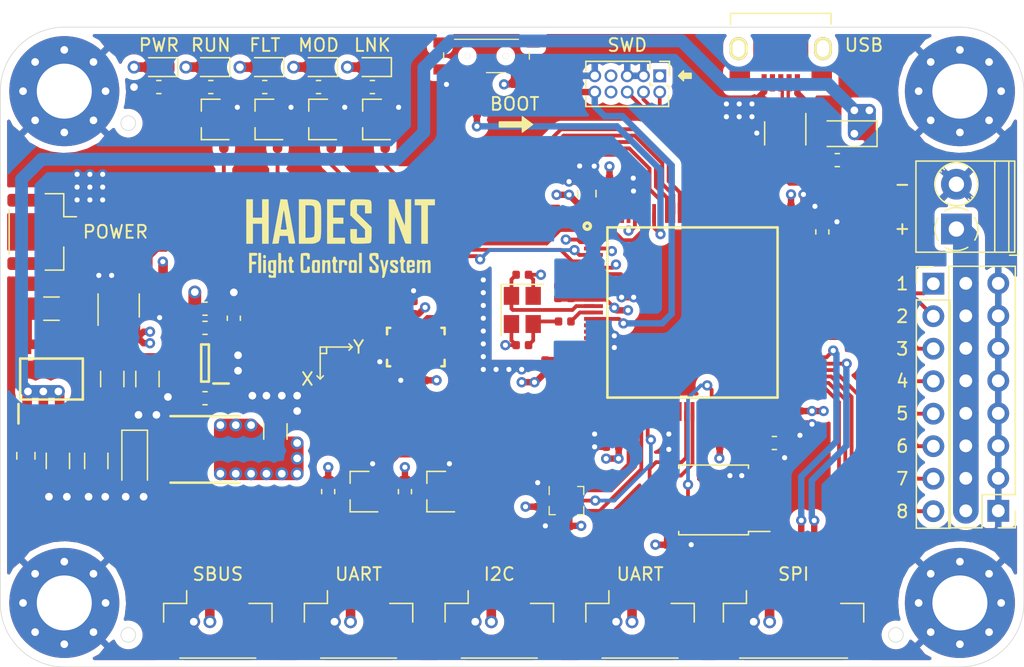
<source format=kicad_pcb>
(kicad_pcb (version 20171130) (host pcbnew "(5.1.5)-3")
  (layers (0 F.Cu signal) (1 In1.Cu signal) (2 In2.Cu signal) (31 B.Cu signal) (34 B.Paste user) (35 F.Paste user) (36 B.SilkS user) (37 F.SilkS user) (38 B.Mask user) (39 F.Mask user) (44 Edge.Cuts user))
  (net 0 "")
  (net 1 "Net-(C1-Pad1)")
  (net 2 GND)
  (net 3 +3V3)
  (net 4 "Net-(C4-Pad1)")
  (net 5 "Net-(C5-Pad1)")
  (net 6 "Net-(C5-Pad2)")
  (net 7 VDD)
  (net 8 +5V)
  (net 9 VDDA)
  (net 10 HSE_IN)
  (net 11 "Net-(C29-Pad1)")
  (net 12 "Net-(C30-Pad1)")
  (net 13 "Net-(C31-Pad1)")
  (net 14 NRST)
  (net 15 "Net-(D2-Pad1)")
  (net 16 VS)
  (net 17 "Net-(D4-Pad1)")
  (net 18 "Net-(D5-Pad1)")
  (net 19 "Net-(D6-Pad1)")
  (net 20 "Net-(D7-Pad1)")
  (net 21 VCC)
  (net 22 "Net-(F1-Pad2)")
  (net 23 USB_D-)
  (net 24 USB_D+)
  (net 25 "Net-(J1-Pad4)")
  (net 26 SWDIO)
  (net 27 SWCLK)
  (net 28 SWO)
  (net 29 "Net-(J3-Pad7)")
  (net 30 "Net-(J3-Pad8)")
  (net 31 SBUS_RX)
  (net 32 SBUS_TX)
  (net 33 UART2_TX)
  (net 34 UART2_RX)
  (net 35 UART3_RX)
  (net 36 UART3_TX)
  (net 37 I2C2_SCL)
  (net 38 I2C2_SDA)
  (net 39 SPI2_MOSI)
  (net 40 SPI2_MISO)
  (net 41 SPI2_SCK)
  (net 42 SPI2_!CS)
  (net 43 VBUS)
  (net 44 TIM3_CH4)
  (net 45 TIM3_CH3)
  (net 46 TIM3_CH2)
  (net 47 TIM3_CH1)
  (net 48 TIM4_CH4)
  (net 49 TIM4_CH3)
  (net 50 TIM4_CH2)
  (net 51 TIM4_CH1)
  (net 52 "Net-(Q2-Pad3)")
  (net 53 "Net-(Q2-Pad1)")
  (net 54 "Net-(Q3-Pad1)")
  (net 55 "Net-(Q3-Pad3)")
  (net 56 "Net-(Q4-Pad3)")
  (net 57 "Net-(Q4-Pad1)")
  (net 58 "Net-(Q5-Pad3)")
  (net 59 "Net-(Q5-Pad1)")
  (net 60 "Net-(Q6-Pad1)")
  (net 61 UART4_RX)
  (net 62 "Net-(Q7-Pad1)")
  (net 63 "Net-(R4-Pad1)")
  (net 64 HSE_OUT)
  (net 65 LED_A)
  (net 66 LED_B)
  (net 67 LED_C)
  (net 68 LED_D)
  (net 69 UART4_TX)
  (net 70 I2C1_SDA)
  (net 71 I2C1_SCL)
  (net 72 BOOT0)
  (net 73 "Net-(R24-Pad2)")
  (net 74 "Net-(S1-PadMP1)")
  (net 75 "Net-(S1-PadMP2)")
  (net 76 "Net-(S1-PadMP3)")
  (net 77 "Net-(S1-PadMP4)")
  (net 78 QSPI_!CS)
  (net 79 QSPI_IO1)
  (net 80 QSPI_IO2)
  (net 81 QSPI_IO0)
  (net 82 QSPI_CLK)
  (net 83 QSPI_IO3)
  (net 84 SPI1_MISO)
  (net 85 SPI1_SCK)
  (net 86 SPI1_MOSI)
  (net 87 SPI1_!CS)
  (net 88 "Net-(U6-Pad1)")
  (net 89 MAG_INT)
  (net 90 GYR_!CS)
  (net 91 "Net-(U6-Pad8)")
  (net 92 SPI4_SCK)
  (net 93 "Net-(U6-Pad10)")
  (net 94 SPI4_MOSI)
  (net 95 SPI4_MISO)
  (net 96 GYR_INT)
  (net 97 "Net-(U6-Pad15)")
  (net 98 ACC_!CS)
  (net 99 "Net-(U6-Pad18)")
  (net 100 ACC_INT)
  (net 101 MAG_!CS)
  (net 102 "Net-(U7-Pad15)")
  (net 103 "Net-(U7-Pad16)")
  (net 104 "Net-(U7-Pad17)")
  (net 105 "Net-(U7-Pad18)")
  (net 106 "Net-(U7-Pad32)")
  (net 107 "Net-(U7-Pad33)")
  (net 108 "Net-(U7-Pad34)")
  (net 109 "Net-(U7-Pad35)")
  (net 110 "Net-(U7-Pad36)")
  (net 111 "Net-(U7-Pad42)")
  (net 112 "Net-(U7-Pad43)")
  (net 113 "Net-(U7-Pad44)")
  (net 114 "Net-(U7-Pad45)")
  (net 115 "Net-(U7-Pad57)")
  (net 116 "Net-(U7-Pad58)")
  (net 117 "Net-(U7-Pad67)")
  (net 118 "Net-(U7-Pad68)")
  (net 119 "Net-(U7-Pad69)")
  (net 120 "Net-(U7-Pad77)")
  (net 121 "Net-(U7-Pad78)")
  (net 122 "Net-(U7-Pad80)")
  (net 123 "Net-(U7-Pad85)")
  (net 124 "Net-(U7-Pad86)")
  (net 125 "Net-(U7-Pad87)")
  (net 126 "Net-(U7-Pad88)")
  (net 127 "Net-(U7-Pad98)")
  (net 128 "Net-(U7-Pad81)")
  (net 129 "Net-(U7-Pad82)")
  (net 130 "Net-(U7-Pad83)")
  (net 131 "Net-(U7-Pad84)")
  (module BMX055:LGA_PACKAGE_20_PINS (layer F.Cu) (at 52.475 45 270)
    (fp_text reference U6)
    (fp_text value BMX055 hide)
    (pad 1 smd rect (at 1.15 -1.5) (size 0.3 0.6) (layers F.Cu F.Paste F.Mask) (net 88 "Net-(U6-Pad1)"))
    (pad 2 smd rect (at 1.15 -1) (size 0.3 0.6) (layers F.Cu F.Paste F.Mask) (net 89 MAG_INT))
    (pad 3 smd rect (at 1.15 -0.5) (size 0.3 0.6) (layers F.Cu F.Paste F.Mask) (net 3 +3V3))
    (pad 4 smd rect (at 1.15 0) (size 0.3 0.6) (layers F.Cu F.Paste F.Mask) (net 2 GND))
    (pad 5 smd rect (at 1.15 0.5) (size 0.3 0.6) (layers F.Cu F.Paste F.Mask) (net 90 GYR_!CS))
    (pad 6 smd rect (at 1.15 1) (size 0.3 0.6) (layers F.Cu F.Paste F.Mask) (net 2 GND))
    (pad 7 smd rect (at 1.15 1.5) (size 0.3 0.6) (layers F.Cu F.Paste F.Mask) (net 2 GND))
    (pad 8 smd rect (at 0.5 1.9 270) (size 0.3 0.6) (layers F.Cu F.Paste F.Mask) (net 91 "Net-(U6-Pad8)"))
    (pad 9 smd rect (at 0 1.9 270) (size 0.3 0.6) (layers F.Cu F.Paste F.Mask) (net 92 SPI4_SCK))
    (pad 10 smd rect (at -0.5 1.9 270) (size 0.3 0.6) (layers F.Cu F.Paste F.Mask) (net 93 "Net-(U6-Pad10)"))
    (pad 11 smd rect (at -1.15 1.5) (size 0.3 0.6) (layers F.Cu F.Paste F.Mask) (net 94 SPI4_MOSI))
    (pad 12 smd rect (at -1.15 1) (size 0.3 0.6) (layers F.Cu F.Paste F.Mask) (net 95 SPI4_MISO))
    (pad 13 smd rect (at -1.15 0.5) (size 0.3 0.6) (layers F.Cu F.Paste F.Mask) (net 3 +3V3))
    (pad 14 smd rect (at -1.15 0) (size 0.3 0.6) (layers F.Cu F.Paste F.Mask) (net 96 GYR_INT))
    (pad 15 smd rect (at -1.15 -0.5) (size 0.3 0.6) (layers F.Cu F.Paste F.Mask) (net 97 "Net-(U6-Pad15)"))
    (pad 16 smd rect (at -1.15 -1) (size 0.3 0.6) (layers F.Cu F.Paste F.Mask) (net 98 ACC_!CS))
    (pad 17 smd rect (at -1.15 -1.5) (size 0.3 0.6) (layers F.Cu F.Paste F.Mask) (net 95 SPI4_MISO))
    (pad 18 smd rect (at -0.5 -1.9 270) (size 0.3 0.6) (layers F.Cu F.Paste F.Mask) (net 99 "Net-(U6-Pad18)"))
    (pad 19 smd rect (at 0 -1.9 270) (size 0.3 0.6) (layers F.Cu F.Paste F.Mask) (net 100 ACC_INT))
    (pad 20 smd rect (at 0.5 -1.9 270) (size 0.3 0.6) (layers F.Cu F.Paste F.Mask) (net 101 MAG_!CS))
  )
  (module HadesNTSilk:HadesNTSilkLogo (layer F.Cu) (at 46.6 36.5)
    (fp_text reference G*** hide)
    (fp_text value LOGO hide)
  )
  (module TerminalBlock_Phoenix:TerminalBlock_Phoenix_PT-1,5-2-3.5-H_1x02_P3.50mm_Horizontal (layer F.Cu) (at 94.725 35.775 90)
    (fp_text reference J9)
    (fp_text value Conn_01x02)
    (pad 2 thru_hole circle (at 3.5 0 90) (size 2.4 2.4) (drill 1.2) (layers *.Cu *.Mask) (net 2 GND))
    (pad 1 thru_hole rect (at 0 0 90) (size 2.4 2.4) (drill 1.2) (layers *.Cu *.Mask) (net 43 VBUS))
  )
  (module 10118193-0001LF:101181930001LF (layer F.Cu) (at 81 21.75 180)
    (fp_text reference J1)
    (fp_text value USB_B_Micro hide)
    (pad 1 smd rect (at -1.3 -2.6 180) (size 0.4 1.35) (layers F.Cu F.Paste F.Mask) (net 8 +5V))
    (pad 2 smd rect (at -0.65 -2.6 180) (size 0.4 1.35) (layers F.Cu F.Paste F.Mask) (net 23 USB_D-))
    (pad 3 smd rect (at 0 -2.6 180) (size 0.4 1.35) (layers F.Cu F.Paste F.Mask) (net 24 USB_D+))
    (pad 4 smd rect (at 0.65 -2.6 180) (size 0.4 1.35) (layers F.Cu F.Paste F.Mask) (net 25 "Net-(J1-Pad4)"))
    (pad 5 smd rect (at 1.3 -2.6 180) (size 0.4 1.35) (layers F.Cu F.Paste F.Mask) (net 2 GND))
    (pad MH1 thru_hole oval (at -3.3 0.075 270) (size 1.8 1.4) (drill oval 1.3 0.95) (layers *.Cu *.Mask F.SilkS))
    (pad MH2 thru_hole oval (at 3.3 0.075 270) (size 1.8 1.4) (drill oval 1.3 0.95) (layers *.Cu *.Mask F.SilkS))
    (pad MP1 smd rect (at -3.2 -2.375 270) (size 1.4 1.6) (layers F.Cu F.Paste F.Mask))
    (pad MP2 smd rect (at -1.2 0.075 270) (size 1.6 1.9) (layers F.Cu F.Paste F.Mask))
    (pad MP3 smd rect (at 1.2 0.075 270) (size 1.6 1.9) (layers F.Cu F.Paste F.Mask))
    (pad MP4 smd rect (at 3.2 -2.375 270) (size 1.4 1.6) (layers F.Cu F.Paste F.Mask))
  )
  (module Capacitor_SMD:C_1206_3216Metric (layer F.Cu) (at 24.5 53.9 270)
    (fp_text reference C1)
    (fp_text value 10u)
    (pad 1 smd roundrect (at -1.4 0 270) (size 1.25 1.75) (layers F.Cu F.Paste F.Mask) (roundrect_rratio 0.2) (net 1 "Net-(C1-Pad1)"))
    (pad 2 smd roundrect (at 1.4 0 270) (size 1.25 1.75) (layers F.Cu F.Paste F.Mask) (roundrect_rratio 0.2) (net 2 GND))
  )
  (module Capacitor_SMD:C_1206_3216Metric (layer F.Cu) (at 27.5 53.9 270)
    (fp_text reference C2)
    (fp_text value 10u)
    (pad 2 smd roundrect (at 1.4 0 270) (size 1.25 1.75) (layers F.Cu F.Paste F.Mask) (roundrect_rratio 0.2) (net 2 GND))
    (pad 1 smd roundrect (at -1.4 0 270) (size 1.25 1.75) (layers F.Cu F.Paste F.Mask) (roundrect_rratio 0.2) (net 1 "Net-(C1-Pad1)"))
  )
  (module Capacitor_SMD:C_0402_1005Metric (layer F.Cu) (at 30.25 44.25 180)
    (fp_text reference C3)
    (fp_text value 100n)
    (pad 1 smd roundrect (at -0.485 0 180) (size 0.59 0.64) (layers F.Cu F.Paste F.Mask) (net 3 +3V3))
    (pad 2 smd roundrect (at 0.485 0 180) (size 0.59 0.64) (layers F.Cu F.Paste F.Mask) (net 2 GND))
  )
  (module Capacitor_SMD:C_0603_1608Metric (layer F.Cu) (at 36 42 180)
    (fp_text reference C4)
    (fp_text value 33p)
    (pad 2 smd roundrect (at 0.7875 0 180) (size 0.875 0.95) (layers F.Cu F.Paste F.Mask) (net 3 +3V3))
    (pad 1 smd roundrect (at -0.7875 0 180) (size 0.875 0.95) (layers F.Cu F.Paste F.Mask) (net 4 "Net-(C4-Pad1)"))
  )
  (module Capacitor_SMD:C_0603_1608Metric (layer F.Cu) (at 36 49 180)
    (fp_text reference C5)
    (fp_text value 100n)
    (pad 1 smd roundrect (at -0.7875 0 180) (size 0.875 0.95) (layers F.Cu F.Paste F.Mask) (net 5 "Net-(C5-Pad1)"))
    (pad 2 smd roundrect (at 0.7875 0 180) (size 0.875 0.95) (layers F.Cu F.Paste F.Mask) (net 6 "Net-(C5-Pad2)"))
  )
  (module Capacitor_SMD:C_1206_3216Metric (layer F.Cu) (at 31.5 47.5 270)
    (fp_text reference C6)
    (fp_text value 4u7)
    (pad 2 smd roundrect (at 1.4 0 270) (size 1.25 1.75) (layers F.Cu F.Paste F.Mask) (roundrect_rratio 0.2) (net 2 GND))
    (pad 1 smd roundrect (at -1.4 0 270) (size 1.25 1.75) (layers F.Cu F.Paste F.Mask) (roundrect_rratio 0.2) (net 7 VDD))
  )
  (module Capacitor_SMD:C_1206_3216Metric (layer F.Cu) (at 41.5 51.6 90)
    (fp_text reference C7)
    (fp_text value 10u)
    (pad 1 smd roundrect (at -1.4 0 90) (size 1.25 1.75) (layers F.Cu F.Paste F.Mask) (roundrect_rratio 0.2) (net 3 +3V3))
    (pad 2 smd roundrect (at 1.4 0 90) (size 1.25 1.75) (layers F.Cu F.Paste F.Mask) (roundrect_rratio 0.2) (net 2 GND))
  )
  (module Capacitor_SMD:C_0603_1608Metric (layer F.Cu) (at 85.4175 30.39)
    (fp_text reference C8)
    (fp_text value 1u)
    (pad 2 smd roundrect (at 0.7875 0) (size 0.875 0.95) (layers F.Cu F.Paste F.Mask) (net 2 GND))
    (pad 1 smd roundrect (at -0.7875 0) (size 0.875 0.95) (layers F.Cu F.Paste F.Mask) (net 8 +5V))
  )
  (module Capacitor_SMD:C_0402_1005Metric (layer F.Cu) (at 72.6 60.45)
    (fp_text reference C9)
    (fp_text value 100n)
    (pad 1 smd roundrect (at -0.485 0) (size 0.59 0.64) (layers F.Cu F.Paste F.Mask) (net 3 +3V3))
    (pad 2 smd roundrect (at 0.485 0) (size 0.59 0.64) (layers F.Cu F.Paste F.Mask) (net 2 GND))
  )
  (module Capacitor_SMD:C_0402_1005Metric (layer F.Cu) (at 64 59 180)
    (fp_text reference C10)
    (fp_text value 100n)
    (pad 1 smd roundrect (at -0.485 0 180) (size 0.59 0.64) (layers F.Cu F.Paste F.Mask) (net 3 +3V3))
    (pad 2 smd roundrect (at 0.485 0 180) (size 0.59 0.64) (layers F.Cu F.Paste F.Mask) (net 2 GND))
  )
  (module Capacitor_SMD:C_0402_1005Metric (layer F.Cu) (at 62 57 90)
    (fp_text reference C11)
    (fp_text value 100n)
    (pad 2 smd roundrect (at 0.485 0 90) (size 0.59 0.64) (layers F.Cu F.Paste F.Mask) (net 2 GND))
    (pad 1 smd roundrect (at -0.485 0 90) (size 0.59 0.64) (layers F.Cu F.Paste F.Mask) (net 3 +3V3))
  )
  (module Capacitor_SMD:C_0402_1005Metric (layer F.Cu) (at 52.725 47.6 180)
    (fp_text reference C12)
    (fp_text value 100n)
    (pad 2 smd roundrect (at 0.485 0 180) (size 0.59 0.64) (layers F.Cu F.Paste F.Mask) (net 2 GND))
    (pad 1 smd roundrect (at -0.485 0 180) (size 0.59 0.64) (layers F.Cu F.Paste F.Mask) (net 3 +3V3))
  )
  (module Capacitor_SMD:C_0402_1005Metric (layer F.Cu) (at 52.3 41.915 90)
    (fp_text reference C13)
    (fp_text value 100n)
    (pad 1 smd roundrect (at -0.485 0 90) (size 0.59 0.64) (layers F.Cu F.Paste F.Mask) (net 3 +3V3))
    (pad 2 smd roundrect (at 0.485 0 90) (size 0.59 0.64) (layers F.Cu F.Paste F.Mask) (net 2 GND))
  )
  (module Capacitor_SMD:C_0805_2012Metric (layer F.Cu) (at 65.85 33.0075 90)
    (fp_text reference C14)
    (fp_text value 10u)
    (pad 1 smd roundrect (at -0.9375 0 90) (size 0.975 1.4) (layers F.Cu F.Paste F.Mask) (net 3 +3V3))
    (pad 2 smd roundrect (at 0.9375 0 90) (size 0.975 1.4) (layers F.Cu F.Paste F.Mask) (net 2 GND))
  )
  (module Capacitor_SMD:C_0402_1005Metric (layer F.Cu) (at 64.115 39.05 180)
    (fp_text reference C15)
    (fp_text value 100n)
    (pad 1 smd roundrect (at -0.485 0 180) (size 0.59 0.64) (layers F.Cu F.Paste F.Mask) (net 3 +3V3))
    (pad 2 smd roundrect (at 0.485 0 180) (size 0.59 0.64) (layers F.Cu F.Paste F.Mask) (net 2 GND))
  )
  (module Capacitor_SMD:C_0402_1005Metric (layer F.Cu) (at 64.6 40.715 90)
    (fp_text reference C16)
    (fp_text value 100n)
    (pad 1 smd roundrect (at -0.485 0 90) (size 0.59 0.64) (layers F.Cu F.Paste F.Mask) (net 3 +3V3))
    (pad 2 smd roundrect (at 0.485 0 90) (size 0.59 0.64) (layers F.Cu F.Paste F.Mask) (net 2 GND))
  )
  (module Capacitor_SMD:C_0402_1005Metric (layer F.Cu) (at 63.6 40.715 90)
    (fp_text reference C17)
    (fp_text value 100n)
    (pad 1 smd roundrect (at -0.485 0 90) (size 0.59 0.64) (layers F.Cu F.Paste F.Mask) (net 3 +3V3))
    (pad 2 smd roundrect (at 0.485 0 90) (size 0.59 0.64) (layers F.Cu F.Paste F.Mask) (net 2 GND))
  )
  (module Capacitor_SMD:C_0402_1005Metric (layer F.Cu) (at 67.85 51.8 180)
    (fp_text reference C18)
    (fp_text value 100n)
    (pad 2 smd roundrect (at 0.485 0 180) (size 0.59 0.64) (layers F.Cu F.Paste F.Mask) (net 2 GND))
    (pad 1 smd roundrect (at -0.485 0 180) (size 0.59 0.64) (layers F.Cu F.Paste F.Mask) (net 3 +3V3))
  )
  (module Capacitor_SMD:C_0402_1005Metric (layer F.Cu) (at 67.85 52.8 180)
    (fp_text reference C19)
    (fp_text value 100n)
    (pad 1 smd roundrect (at -0.485 0 180) (size 0.59 0.64) (layers F.Cu F.Paste F.Mask) (net 3 +3V3))
    (pad 2 smd roundrect (at 0.485 0 180) (size 0.59 0.64) (layers F.Cu F.Paste F.Mask) (net 2 GND))
  )
  (module Capacitor_SMD:C_0402_1005Metric (layer F.Cu) (at 81.5 50.485 270)
    (fp_text reference C20)
    (fp_text value 100n)
    (pad 2 smd roundrect (at 0.485 0 270) (size 0.59 0.64) (layers F.Cu F.Paste F.Mask) (net 2 GND))
    (pad 1 smd roundrect (at -0.485 0 270) (size 0.59 0.64) (layers F.Cu F.Paste F.Mask) (net 3 +3V3))
  )
  (module Capacitor_SMD:C_0402_1005Metric (layer F.Cu) (at 82.5 50.485 270)
    (fp_text reference C21)
    (fp_text value 100n)
    (pad 1 smd roundrect (at -0.485 0 270) (size 0.59 0.64) (layers F.Cu F.Paste F.Mask) (net 3 +3V3))
    (pad 2 smd roundrect (at 0.485 0 270) (size 0.59 0.64) (layers F.Cu F.Paste F.Mask) (net 2 GND))
  )
  (module Capacitor_SMD:C_0402_1005Metric (layer F.Cu) (at 82.3 35)
    (fp_text reference C22)
    (fp_text value 100n)
    (pad 2 smd roundrect (at 0.485 0) (size 0.59 0.64) (layers F.Cu F.Paste F.Mask) (net 2 GND))
    (pad 1 smd roundrect (at -0.485 0) (size 0.59 0.64) (layers F.Cu F.Paste F.Mask) (net 3 +3V3))
  )
  (module Capacitor_SMD:C_0402_1005Metric (layer F.Cu) (at 82.285 34)
    (fp_text reference C23)
    (fp_text value 100n)
    (pad 1 smd roundrect (at -0.485 0) (size 0.59 0.64) (layers F.Cu F.Paste F.Mask) (net 3 +3V3))
    (pad 2 smd roundrect (at 0.485 0) (size 0.59 0.64) (layers F.Cu F.Paste F.Mask) (net 2 GND))
  )
  (module Capacitor_SMD:C_0402_1005Metric (layer F.Cu) (at 68.1 32.8)
    (fp_text reference C24)
    (fp_text value 100n)
    (pad 2 smd roundrect (at 0.485 0) (size 0.59 0.64) (layers F.Cu F.Paste F.Mask) (net 2 GND))
    (pad 1 smd roundrect (at -0.485 0) (size 0.59 0.64) (layers F.Cu F.Paste F.Mask) (net 3 +3V3))
  )
  (module Capacitor_SMD:C_0402_1005Metric (layer F.Cu) (at 68.1 31.8)
    (fp_text reference C25)
    (fp_text value 100n)
    (pad 1 smd roundrect (at -0.485 0) (size 0.59 0.64) (layers F.Cu F.Paste F.Mask) (net 3 +3V3))
    (pad 2 smd roundrect (at 0.485 0) (size 0.59 0.64) (layers F.Cu F.Paste F.Mask) (net 2 GND))
  )
  (module Capacitor_SMD:C_0402_1005Metric (layer F.Cu) (at 63.6 45.535 90)
    (fp_text reference C26)
    (fp_text value 1u)
    (pad 2 smd roundrect (at 0.485 0 90) (size 0.59 0.64) (layers F.Cu F.Paste F.Mask) (net 2 GND))
    (pad 1 smd roundrect (at -0.485 0 90) (size 0.59 0.64) (layers F.Cu F.Paste F.Mask) (net 9 VDDA))
  )
  (module Capacitor_SMD:C_0402_1005Metric (layer F.Cu) (at 64.6 45.535 90)
    (fp_text reference C27)
    (fp_text value 100n)
    (pad 2 smd roundrect (at 0.485 0 90) (size 0.59 0.64) (layers F.Cu F.Paste F.Mask) (net 2 GND))
    (pad 1 smd roundrect (at -0.485 0 90) (size 0.59 0.64) (layers F.Cu F.Paste F.Mask) (net 9 VDDA))
  )
  (module Capacitor_SMD:C_0402_1005Metric (layer F.Cu) (at 60.8 39.35)
    (fp_text reference C28)
    (fp_text value 12p)
    (pad 2 smd roundrect (at 0.485 0) (size 0.59 0.64) (layers F.Cu F.Paste F.Mask) (net 2 GND))
    (pad 1 smd roundrect (at -0.485 0) (size 0.59 0.64) (layers F.Cu F.Paste F.Mask) (net 10 HSE_IN))
  )
  (module Capacitor_SMD:C_0402_1005Metric (layer F.Cu) (at 60.8 44.85 180)
    (fp_text reference C29)
    (fp_text value 12p)
    (pad 1 smd roundrect (at -0.485 0 180) (size 0.59 0.64) (layers F.Cu F.Paste F.Mask) (net 11 "Net-(C29-Pad1)"))
    (pad 2 smd roundrect (at 0.485 0 180) (size 0.59 0.64) (layers F.Cu F.Paste F.Mask) (net 2 GND))
  )
  (module Capacitor_SMD:C_0603_1608Metric (layer F.Cu) (at 84.25 36 90)
    (fp_text reference C30)
    (fp_text value 2u2)
    (pad 1 smd roundrect (at -0.7875 0 90) (size 0.875 0.95) (layers F.Cu F.Paste F.Mask) (net 12 "Net-(C30-Pad1)"))
    (pad 2 smd roundrect (at 0.7875 0 90) (size 0.875 0.95) (layers F.Cu F.Paste F.Mask) (net 2 GND))
  )
  (module Capacitor_SMD:C_0603_1608Metric (layer F.Cu) (at 80.5 52.5)
    (fp_text reference C31)
    (fp_text value 2u2)
    (pad 1 smd roundrect (at -0.7875 0) (size 0.875 0.95) (layers F.Cu F.Paste F.Mask) (net 13 "Net-(C31-Pad1)"))
    (pad 2 smd roundrect (at 0.7875 0) (size 0.875 0.95) (layers F.Cu F.Paste F.Mask) (net 2 GND))
  )
  (module Capacitor_SMD:C_0402_1005Metric (layer F.Cu) (at 64.6 24.4 90)
    (fp_text reference C32)
    (fp_text value 100n)
    (pad 2 smd roundrect (at 0.485 0 90) (size 0.59 0.64) (layers F.Cu F.Paste F.Mask) (net 2 GND))
    (pad 1 smd roundrect (at -0.485 0 90) (size 0.59 0.64) (layers F.Cu F.Paste F.Mask) (net 14 NRST))
  )
  (module Diode_SMD:D_SOD-123 (layer F.Cu) (at 30.5 53.75 270)
    (fp_text reference D1)
    (fp_text value B5819W)
    (pad 1 smd rect (at -1.65 0 270) (size 0.9 1.2) (layers F.Cu F.Paste F.Mask) (net 6 "Net-(C5-Pad2)"))
    (pad 2 smd rect (at 1.65 0 270) (size 0.9 1.2) (layers F.Cu F.Paste F.Mask) (net 2 GND))
  )
  (module LED_SMD:LED_0603_1608Metric (layer F.Cu) (at 32.39 23.12 180)
    (fp_text reference D2)
    (fp_text value GR)
    (pad 1 smd roundrect (at -0.7875 0 180) (size 0.875 0.95) (layers F.Cu F.Paste F.Mask) (net 15 "Net-(D2-Pad1)"))
    (pad 2 smd roundrect (at 0.7875 0 180) (size 0.875 0.95) (layers F.Cu F.Paste F.Mask) (net 3 +3V3))
  )
  (module Diode_SMD:D_SOD-123 (layer F.Cu) (at 86.275 28.325 180)
    (fp_text reference D3)
    (fp_text value B5819W)
    (pad 2 smd rect (at 1.65 0 180) (size 0.9 1.2) (layers F.Cu F.Paste F.Mask) (net 8 +5V))
    (pad 1 smd rect (at -1.65 0 180) (size 0.9 1.2) (layers F.Cu F.Paste F.Mask) (net 16 VS))
  )
  (module LED_SMD:LED_0603_1608Metric (layer F.Cu) (at 49.08 23.12 180)
    (fp_text reference D4)
    (fp_text value RE)
    (pad 1 smd roundrect (at -0.7875 0 180) (size 0.875 0.95) (layers F.Cu F.Paste F.Mask) (net 17 "Net-(D4-Pad1)"))
    (pad 2 smd roundrect (at 0.7875 0 180) (size 0.875 0.95) (layers F.Cu F.Paste F.Mask) (net 3 +3V3))
  )
  (module LED_SMD:LED_0603_1608Metric (layer F.Cu) (at 44.87 23.12 180)
    (fp_text reference D5)
    (fp_text value YE)
    (pad 2 smd roundrect (at 0.7875 0 180) (size 0.875 0.95) (layers F.Cu F.Paste F.Mask) (net 3 +3V3))
    (pad 1 smd roundrect (at -0.7875 0 180) (size 0.875 0.95) (layers F.Cu F.Paste F.Mask) (net 18 "Net-(D5-Pad1)"))
  )
  (module LED_SMD:LED_0603_1608Metric (layer F.Cu) (at 40.67 23.12 180)
    (fp_text reference D6)
    (fp_text value GR)
    (pad 1 smd roundrect (at -0.7875 0 180) (size 0.875 0.95) (layers F.Cu F.Paste F.Mask) (net 19 "Net-(D6-Pad1)"))
    (pad 2 smd roundrect (at 0.7875 0 180) (size 0.875 0.95) (layers F.Cu F.Paste F.Mask) (net 3 +3V3))
  )
  (module LED_SMD:LED_0603_1608Metric (layer F.Cu) (at 36.45 23.12 180)
    (fp_text reference D7)
    (fp_text value BL)
    (pad 2 smd roundrect (at 0.7875 0 180) (size 0.875 0.95) (layers F.Cu F.Paste F.Mask) (net 3 +3V3))
    (pad 1 smd roundrect (at -0.7875 0 180) (size 0.875 0.95) (layers F.Cu F.Paste F.Mask) (net 20 "Net-(D7-Pad1)"))
  )
  (module Inductor_SMD:L_1206_3216Metric (layer F.Cu) (at 24 42 180)
    (fp_text reference F1)
    (fp_text value 500mA)
    (pad 1 smd roundrect (at -1.4 0 180) (size 1.25 1.75) (layers F.Cu F.Paste F.Mask) (roundrect_rratio 0.2) (net 21 VCC))
    (pad 2 smd roundrect (at 1.4 0 180) (size 1.25 1.75) (layers F.Cu F.Paste F.Mask) (roundrect_rratio 0.2) (net 22 "Net-(F1-Pad2)"))
  )
  (module Inductor_SMD:L_0805_2012Metric (layer F.Cu) (at 22 53.5 90)
    (fp_text reference FB1)
    (fp_text value "100 @ 100 MHz")
    (pad 1 smd roundrect (at -0.9375 0 90) (size 0.975 1.4) (layers F.Cu F.Paste F.Mask) (net 1 "Net-(C1-Pad1)"))
    (pad 2 smd roundrect (at 0.9375 0 90) (size 0.975 1.4) (layers F.Cu F.Paste F.Mask) (net 16 VS))
  )
  (module MountingHole:MountingHole_4.3mm_M4_Pad_Via (layer F.Cu) (at 25 25)
    (fp_text reference H1)
    (fp_text value MountingHole_Pad)
    (pad 1 thru_hole circle (at 2.280419 -2.280419) (size 0.9 0.9) (drill 0.6) (layers *.Cu *.Mask) (net 2 GND))
    (pad 1 thru_hole circle (at 0 -3.225) (size 0.9 0.9) (drill 0.6) (layers *.Cu *.Mask) (net 2 GND))
    (pad 1 thru_hole circle (at -2.280419 -2.280419) (size 0.9 0.9) (drill 0.6) (layers *.Cu *.Mask) (net 2 GND))
    (pad 1 thru_hole circle (at -3.225 0) (size 0.9 0.9) (drill 0.6) (layers *.Cu *.Mask) (net 2 GND))
    (pad 1 thru_hole circle (at -2.280419 2.280419) (size 0.9 0.9) (drill 0.6) (layers *.Cu *.Mask) (net 2 GND))
    (pad 1 thru_hole circle (at 0 3.225) (size 0.9 0.9) (drill 0.6) (layers *.Cu *.Mask) (net 2 GND))
    (pad 1 thru_hole circle (at 2.280419 2.280419) (size 0.9 0.9) (drill 0.6) (layers *.Cu *.Mask) (net 2 GND))
    (pad 1 thru_hole circle (at 3.225 0) (size 0.9 0.9) (drill 0.6) (layers *.Cu *.Mask) (net 2 GND))
    (pad 1 thru_hole circle (at 0 0) (size 8.6 8.6) (drill 4.3) (layers *.Cu *.Mask) (net 2 GND))
  )
  (module MountingHole:MountingHole_4.3mm_M4_Pad_Via (layer F.Cu) (at 25 65)
    (fp_text reference H2)
    (fp_text value MountingHole_Pad)
    (pad 1 thru_hole circle (at 0 0) (size 8.6 8.6) (drill 4.3) (layers *.Cu *.Mask) (net 2 GND))
    (pad 1 thru_hole circle (at 3.225 0) (size 0.9 0.9) (drill 0.6) (layers *.Cu *.Mask) (net 2 GND))
    (pad 1 thru_hole circle (at 2.280419 2.280419) (size 0.9 0.9) (drill 0.6) (layers *.Cu *.Mask) (net 2 GND))
    (pad 1 thru_hole circle (at 0 3.225) (size 0.9 0.9) (drill 0.6) (layers *.Cu *.Mask) (net 2 GND))
    (pad 1 thru_hole circle (at -2.280419 2.280419) (size 0.9 0.9) (drill 0.6) (layers *.Cu *.Mask) (net 2 GND))
    (pad 1 thru_hole circle (at -3.225 0) (size 0.9 0.9) (drill 0.6) (layers *.Cu *.Mask) (net 2 GND))
    (pad 1 thru_hole circle (at -2.280419 -2.280419) (size 0.9 0.9) (drill 0.6) (layers *.Cu *.Mask) (net 2 GND))
    (pad 1 thru_hole circle (at 0 -3.225) (size 0.9 0.9) (drill 0.6) (layers *.Cu *.Mask) (net 2 GND))
    (pad 1 thru_hole circle (at 2.280419 -2.280419) (size 0.9 0.9) (drill 0.6) (layers *.Cu *.Mask) (net 2 GND))
  )
  (module MountingHole:MountingHole_4.3mm_M4_Pad_Via (layer F.Cu) (at 95 65)
    (fp_text reference H3)
    (fp_text value MountingHole_Pad)
    (pad 1 thru_hole circle (at 2.280419 -2.280419) (size 0.9 0.9) (drill 0.6) (layers *.Cu *.Mask) (net 2 GND))
    (pad 1 thru_hole circle (at 0 -3.225) (size 0.9 0.9) (drill 0.6) (layers *.Cu *.Mask) (net 2 GND))
    (pad 1 thru_hole circle (at -2.280419 -2.280419) (size 0.9 0.9) (drill 0.6) (layers *.Cu *.Mask) (net 2 GND))
    (pad 1 thru_hole circle (at -3.225 0) (size 0.9 0.9) (drill 0.6) (layers *.Cu *.Mask) (net 2 GND))
    (pad 1 thru_hole circle (at -2.280419 2.280419) (size 0.9 0.9) (drill 0.6) (layers *.Cu *.Mask) (net 2 GND))
    (pad 1 thru_hole circle (at 0 3.225) (size 0.9 0.9) (drill 0.6) (layers *.Cu *.Mask) (net 2 GND))
    (pad 1 thru_hole circle (at 2.280419 2.280419) (size 0.9 0.9) (drill 0.6) (layers *.Cu *.Mask) (net 2 GND))
    (pad 1 thru_hole circle (at 3.225 0) (size 0.9 0.9) (drill 0.6) (layers *.Cu *.Mask) (net 2 GND))
    (pad 1 thru_hole circle (at 0 0) (size 8.6 8.6) (drill 4.3) (layers *.Cu *.Mask) (net 2 GND))
  )
  (module MountingHole:MountingHole_4.3mm_M4_Pad_Via (layer F.Cu) (at 95 25)
    (fp_text reference H4)
    (fp_text value MountingHole_Pad)
    (pad 1 thru_hole circle (at 0 0) (size 8.6 8.6) (drill 4.3) (layers *.Cu *.Mask) (net 2 GND))
    (pad 1 thru_hole circle (at 3.225 0) (size 0.9 0.9) (drill 0.6) (layers *.Cu *.Mask) (net 2 GND))
    (pad 1 thru_hole circle (at 2.280419 2.280419) (size 0.9 0.9) (drill 0.6) (layers *.Cu *.Mask) (net 2 GND))
    (pad 1 thru_hole circle (at 0 3.225) (size 0.9 0.9) (drill 0.6) (layers *.Cu *.Mask) (net 2 GND))
    (pad 1 thru_hole circle (at -2.280419 2.280419) (size 0.9 0.9) (drill 0.6) (layers *.Cu *.Mask) (net 2 GND))
    (pad 1 thru_hole circle (at -3.225 0) (size 0.9 0.9) (drill 0.6) (layers *.Cu *.Mask) (net 2 GND))
    (pad 1 thru_hole circle (at -2.280419 -2.280419) (size 0.9 0.9) (drill 0.6) (layers *.Cu *.Mask) (net 2 GND))
    (pad 1 thru_hole circle (at 0 -3.225) (size 0.9 0.9) (drill 0.6) (layers *.Cu *.Mask) (net 2 GND))
    (pad 1 thru_hole circle (at 2.280419 -2.280419) (size 0.9 0.9) (drill 0.6) (layers *.Cu *.Mask) (net 2 GND))
  )
  (module Connector_JST:JST_GH_SM02B-GHS-TB_1x02-1MP_P1.25mm_Horizontal (layer F.Cu) (at 23.25 36 270)
    (fp_text reference J2)
    (fp_text value Conn_01x02)
    (pad 1 smd roundrect (at -0.625 -1.85 270) (size 0.6 1.7) (layers F.Cu F.Paste F.Mask) (net 2 GND))
    (pad 2 smd roundrect (at 0.625 -1.85 270) (size 0.6 1.7) (layers F.Cu F.Paste F.Mask) (net 21 VCC))
    (pad MP smd roundrect (at -2.475 1.35 270) (size 1 2.7) (layers F.Cu F.Paste F.Mask))
    (pad MP smd roundrect (at 2.475 1.35 270) (size 1 2.7) (layers F.Cu F.Paste F.Mask))
  )
  (module Connector_PinHeader_1.27mm:PinHeader_2x05_P1.27mm_Vertical (layer F.Cu) (at 71.54 23.8 270)
    (fp_text reference J3)
    (fp_text value Conn_02x05_Odd_Even)
    (pad 1 thru_hole rect (at 0 0 270) (size 1 1) (drill 0.65) (layers *.Cu *.Mask) (net 3 +3V3))
    (pad 2 thru_hole oval (at 1.27 0 270) (size 1 1) (drill 0.65) (layers *.Cu *.Mask) (net 26 SWDIO))
    (pad 3 thru_hole oval (at 0 1.27 270) (size 1 1) (drill 0.65) (layers *.Cu *.Mask) (net 2 GND))
    (pad 4 thru_hole oval (at 1.27 1.27 270) (size 1 1) (drill 0.65) (layers *.Cu *.Mask) (net 27 SWCLK))
    (pad 5 thru_hole oval (at 0 2.54 270) (size 1 1) (drill 0.65) (layers *.Cu *.Mask) (net 2 GND))
    (pad 6 thru_hole oval (at 1.27 2.54 270) (size 1 1) (drill 0.65) (layers *.Cu *.Mask) (net 28 SWO))
    (pad 7 thru_hole oval (at 0 3.81 270) (size 1 1) (drill 0.65) (layers *.Cu *.Mask) (net 29 "Net-(J3-Pad7)"))
    (pad 8 thru_hole oval (at 1.27 3.81 270) (size 1 1) (drill 0.65) (layers *.Cu *.Mask) (net 30 "Net-(J3-Pad8)"))
    (pad 9 thru_hole oval (at 0 5.08 270) (size 1 1) (drill 0.65) (layers *.Cu *.Mask) (net 2 GND))
    (pad 10 thru_hole oval (at 1.27 5.08 270) (size 1 1) (drill 0.65) (layers *.Cu *.Mask) (net 14 NRST))
  )
  (module Connector_JST:JST_GH_SM04B-GHS-TB_1x04-1MP_P1.25mm_Horizontal (layer F.Cu) (at 37 66.75)
    (fp_text reference J4)
    (fp_text value Conn_01x04)
    (pad 1 smd roundrect (at -1.875 -1.85) (size 0.6 1.7) (layers F.Cu F.Paste F.Mask) (net 2 GND))
    (pad 2 smd roundrect (at -0.625 -1.85) (size 0.6 1.7) (layers F.Cu F.Paste F.Mask) (net 3 +3V3))
    (pad 3 smd roundrect (at 0.625 -1.85) (size 0.6 1.7) (layers F.Cu F.Paste F.Mask) (net 31 SBUS_RX))
    (pad 4 smd roundrect (at 1.875 -1.85) (size 0.6 1.7) (layers F.Cu F.Paste F.Mask) (net 32 SBUS_TX))
    (pad MP smd roundrect (at -3.725 1.35) (size 1 2.7) (layers F.Cu F.Paste F.Mask))
    (pad MP smd roundrect (at 3.725 1.35) (size 1 2.7) (layers F.Cu F.Paste F.Mask))
  )
  (module Connector_JST:JST_GH_SM04B-GHS-TB_1x04-1MP_P1.25mm_Horizontal (layer F.Cu) (at 48 66.75)
    (fp_text reference J5)
    (fp_text value Conn_01x04)
    (pad MP smd roundrect (at 3.725 1.35) (size 1 2.7) (layers F.Cu F.Paste F.Mask))
    (pad MP smd roundrect (at -3.725 1.35) (size 1 2.7) (layers F.Cu F.Paste F.Mask))
    (pad 4 smd roundrect (at 1.875 -1.85) (size 0.6 1.7) (layers F.Cu F.Paste F.Mask) (net 33 UART2_TX))
    (pad 3 smd roundrect (at 0.625 -1.85) (size 0.6 1.7) (layers F.Cu F.Paste F.Mask) (net 34 UART2_RX))
    (pad 2 smd roundrect (at -0.625 -1.85) (size 0.6 1.7) (layers F.Cu F.Paste F.Mask) (net 3 +3V3))
    (pad 1 smd roundrect (at -1.875 -1.85) (size 0.6 1.7) (layers F.Cu F.Paste F.Mask) (net 2 GND))
  )
  (module Connector_JST:JST_GH_SM04B-GHS-TB_1x04-1MP_P1.25mm_Horizontal (layer F.Cu) (at 70 66.75)
    (fp_text reference J6)
    (fp_text value Conn_01x04)
    (pad 1 smd roundrect (at -1.875 -1.85) (size 0.6 1.7) (layers F.Cu F.Paste F.Mask) (net 2 GND))
    (pad 2 smd roundrect (at -0.625 -1.85) (size 0.6 1.7) (layers F.Cu F.Paste F.Mask) (net 3 +3V3))
    (pad 3 smd roundrect (at 0.625 -1.85) (size 0.6 1.7) (layers F.Cu F.Paste F.Mask) (net 35 UART3_RX))
    (pad 4 smd roundrect (at 1.875 -1.85) (size 0.6 1.7) (layers F.Cu F.Paste F.Mask) (net 36 UART3_TX))
    (pad MP smd roundrect (at -3.725 1.35) (size 1 2.7) (layers F.Cu F.Paste F.Mask))
    (pad MP smd roundrect (at 3.725 1.35) (size 1 2.7) (layers F.Cu F.Paste F.Mask))
  )
  (module Connector_JST:JST_GH_SM04B-GHS-TB_1x04-1MP_P1.25mm_Horizontal (layer F.Cu) (at 59 66.75)
    (fp_text reference J7)
    (fp_text value Conn_01x04)
    (pad MP smd roundrect (at 3.725 1.35) (size 1 2.7) (layers F.Cu F.Paste F.Mask))
    (pad MP smd roundrect (at -3.725 1.35) (size 1 2.7) (layers F.Cu F.Paste F.Mask))
    (pad 4 smd roundrect (at 1.875 -1.85) (size 0.6 1.7) (layers F.Cu F.Paste F.Mask) (net 37 I2C2_SCL))
    (pad 3 smd roundrect (at 0.625 -1.85) (size 0.6 1.7) (layers F.Cu F.Paste F.Mask) (net 38 I2C2_SDA))
    (pad 2 smd roundrect (at -0.625 -1.85) (size 0.6 1.7) (layers F.Cu F.Paste F.Mask) (net 3 +3V3))
    (pad 1 smd roundrect (at -1.875 -1.85) (size 0.6 1.7) (layers F.Cu F.Paste F.Mask) (net 2 GND))
  )
  (module Connector_JST:JST_GH_SM06B-GHS-TB_1x06-1MP_P1.25mm_Horizontal (layer F.Cu) (at 82 66.75)
    (fp_text reference J8)
    (fp_text value Conn_01x06)
    (pad 1 smd roundrect (at -3.125 -1.85) (size 0.6 1.7) (layers F.Cu F.Paste F.Mask) (net 2 GND))
    (pad 2 smd roundrect (at -1.875 -1.85) (size 0.6 1.7) (layers F.Cu F.Paste F.Mask) (net 3 +3V3))
    (pad 3 smd roundrect (at -0.625 -1.85) (size 0.6 1.7) (layers F.Cu F.Paste F.Mask) (net 42 SPI2_!CS))
    (pad 4 smd roundrect (at 0.625 -1.85) (size 0.6 1.7) (layers F.Cu F.Paste F.Mask) (net 41 SPI2_SCK))
    (pad 5 smd roundrect (at 1.875 -1.85) (size 0.6 1.7) (layers F.Cu F.Paste F.Mask) (net 40 SPI2_MISO))
    (pad 6 smd roundrect (at 3.125 -1.85) (size 0.6 1.7) (layers F.Cu F.Paste F.Mask) (net 39 SPI2_MOSI))
    (pad MP smd roundrect (at -4.975 1.35) (size 1 2.7) (layers F.Cu F.Paste F.Mask))
    (pad MP smd roundrect (at 4.975 1.35) (size 1 2.7) (layers F.Cu F.Paste F.Mask))
  )
  (module Connector_PinHeader_2.54mm:PinHeader_2x08_P2.54mm_Vertical (layer F.Cu) (at 98 57.8 180)
    (fp_text reference J10)
    (fp_text value Conn_02x08_Odd_Even)
    (pad 1 thru_hole rect (at 0 0 180) (size 1.7 1.7) (drill 1) (layers *.Cu *.Mask) (net 2 GND))
    (pad 2 thru_hole oval (at 2.54 0 180) (size 1.7 1.7) (drill 1) (layers *.Cu *.Mask) (net 43 VBUS))
    (pad 3 thru_hole oval (at 0 2.54 180) (size 1.7 1.7) (drill 1) (layers *.Cu *.Mask) (net 2 GND))
    (pad 4 thru_hole oval (at 2.54 2.54 180) (size 1.7 1.7) (drill 1) (layers *.Cu *.Mask) (net 43 VBUS))
    (pad 5 thru_hole oval (at 0 5.08 180) (size 1.7 1.7) (drill 1) (layers *.Cu *.Mask) (net 2 GND))
    (pad 6 thru_hole oval (at 2.54 5.08 180) (size 1.7 1.7) (drill 1) (layers *.Cu *.Mask) (net 43 VBUS))
    (pad 7 thru_hole oval (at 0 7.62 180) (size 1.7 1.7) (drill 1) (layers *.Cu *.Mask) (net 2 GND))
    (pad 8 thru_hole oval (at 2.54 7.62 180) (size 1.7 1.7) (drill 1) (layers *.Cu *.Mask) (net 43 VBUS))
    (pad 9 thru_hole oval (at 0 10.16 180) (size 1.7 1.7) (drill 1) (layers *.Cu *.Mask) (net 2 GND))
    (pad 10 thru_hole oval (at 2.54 10.16 180) (size 1.7 1.7) (drill 1) (layers *.Cu *.Mask) (net 43 VBUS))
    (pad 11 thru_hole oval (at 0 12.7 180) (size 1.7 1.7) (drill 1) (layers *.Cu *.Mask) (net 2 GND))
    (pad 12 thru_hole oval (at 2.54 12.7 180) (size 1.7 1.7) (drill 1) (layers *.Cu *.Mask) (net 43 VBUS))
    (pad 13 thru_hole oval (at 0 15.24 180) (size 1.7 1.7) (drill 1) (layers *.Cu *.Mask) (net 2 GND))
    (pad 14 thru_hole oval (at 2.54 15.24 180) (size 1.7 1.7) (drill 1) (layers *.Cu *.Mask) (net 43 VBUS))
    (pad 15 thru_hole oval (at 0 17.78 180) (size 1.7 1.7) (drill 1) (layers *.Cu *.Mask) (net 2 GND))
    (pad 16 thru_hole oval (at 2.54 17.78 180) (size 1.7 1.7) (drill 1) (layers *.Cu *.Mask) (net 43 VBUS))
  )
  (module Connector_PinHeader_2.54mm:PinHeader_1x08_P2.54mm_Vertical (layer F.Cu) (at 92.925 40.05)
    (fp_text reference J11)
    (fp_text value Conn_01x08)
    (pad 1 thru_hole rect (at 0 0) (size 1.7 1.7) (drill 1) (layers *.Cu *.Mask) (net 44 TIM3_CH4))
    (pad 2 thru_hole oval (at 0 2.54) (size 1.7 1.7) (drill 1) (layers *.Cu *.Mask) (net 45 TIM3_CH3))
    (pad 3 thru_hole oval (at 0 5.08) (size 1.7 1.7) (drill 1) (layers *.Cu *.Mask) (net 46 TIM3_CH2))
    (pad 4 thru_hole oval (at 0 7.62) (size 1.7 1.7) (drill 1) (layers *.Cu *.Mask) (net 47 TIM3_CH1))
    (pad 5 thru_hole oval (at 0 10.16) (size 1.7 1.7) (drill 1) (layers *.Cu *.Mask) (net 48 TIM4_CH4))
    (pad 6 thru_hole oval (at 0 12.7) (size 1.7 1.7) (drill 1) (layers *.Cu *.Mask) (net 49 TIM4_CH3))
    (pad 7 thru_hole oval (at 0 15.24) (size 1.7 1.7) (drill 1) (layers *.Cu *.Mask) (net 50 TIM4_CH2))
    (pad 8 thru_hole oval (at 0 17.78) (size 1.7 1.7) (drill 1) (layers *.Cu *.Mask) (net 51 TIM4_CH1))
  )
  (module MWSA0503-100MT:INDPM5452X300N (layer F.Cu) (at 36 53)
    (fp_text reference L1)
    (fp_text value 10u hide)
    (pad 1 smd rect (at -2.25 0) (size 2.2 2.4) (layers F.Cu F.Paste F.Mask) (net 6 "Net-(C5-Pad2)"))
    (pad 2 smd rect (at 2.25 0) (size 2.2 2.4) (layers F.Cu F.Paste F.Mask) (net 3 +3V3))
  )
  (module Inductor_SMD:L_0402_1005Metric (layer F.Cu) (at 62.6 46.5 90)
    (fp_text reference L2)
    (fp_text value 68n)
    (pad 1 smd roundrect (at -0.485 0 90) (size 0.59 0.64) (layers F.Cu F.Paste F.Mask) (net 3 +3V3))
    (pad 2 smd roundrect (at 0.485 0 90) (size 0.59 0.64) (layers F.Cu F.Paste F.Mask) (net 9 VDDA))
  )
  (module AO4407A:SOIC127P600X175-8N (layer F.Cu) (at 24 47.5 90)
    (fp_text reference Q1)
    (fp_text value AO4407A hide)
    (pad 1 smd rect (at -2.712 -1.905 180) (size 0.65 1.525) (layers F.Cu F.Paste F.Mask) (net 16 VS))
    (pad 2 smd rect (at -2.712 -0.635 180) (size 0.65 1.525) (layers F.Cu F.Paste F.Mask) (net 16 VS))
    (pad 3 smd rect (at -2.712 0.635 180) (size 0.65 1.525) (layers F.Cu F.Paste F.Mask) (net 16 VS))
    (pad 4 smd rect (at -2.712 1.905 180) (size 0.65 1.525) (layers F.Cu F.Paste F.Mask) (net 2 GND))
    (pad 5 smd rect (at 2.712 1.905 180) (size 0.65 1.525) (layers F.Cu F.Paste F.Mask) (net 22 "Net-(F1-Pad2)"))
    (pad 6 smd rect (at 2.712 0.635 180) (size 0.65 1.525) (layers F.Cu F.Paste F.Mask) (net 22 "Net-(F1-Pad2)"))
    (pad 7 smd rect (at 2.712 -0.635 180) (size 0.65 1.525) (layers F.Cu F.Paste F.Mask) (net 22 "Net-(F1-Pad2)"))
    (pad 8 smd rect (at 2.712 -1.905 180) (size 0.65 1.525) (layers F.Cu F.Paste F.Mask) (net 22 "Net-(F1-Pad2)"))
  )
  (module Package_TO_SOT_SMD:SOT-23 (layer F.Cu) (at 49.08 27.21 180)
    (fp_text reference Q2)
    (fp_text value MMBT3904)
    (pad 3 smd rect (at 1 0 180) (size 0.9 0.8) (layers F.Cu F.Paste F.Mask) (net 52 "Net-(Q2-Pad3)"))
    (pad 2 smd rect (at -1 0.95 180) (size 0.9 0.8) (layers F.Cu F.Paste F.Mask) (net 2 GND))
    (pad 1 smd rect (at -1 -0.95 180) (size 0.9 0.8) (layers F.Cu F.Paste F.Mask) (net 53 "Net-(Q2-Pad1)"))
  )
  (module Package_TO_SOT_SMD:SOT-23 (layer F.Cu) (at 44.87 27.21 180)
    (fp_text reference Q3)
    (fp_text value MMBT3904)
    (pad 1 smd rect (at -1 -0.95 180) (size 0.9 0.8) (layers F.Cu F.Paste F.Mask) (net 54 "Net-(Q3-Pad1)"))
    (pad 2 smd rect (at -1 0.95 180) (size 0.9 0.8) (layers F.Cu F.Paste F.Mask) (net 2 GND))
    (pad 3 smd rect (at 1 0 180) (size 0.9 0.8) (layers F.Cu F.Paste F.Mask) (net 55 "Net-(Q3-Pad3)"))
  )
  (module Package_TO_SOT_SMD:SOT-23 (layer F.Cu) (at 40.67 27.21 180)
    (fp_text reference Q4)
    (fp_text value MMBT3904)
    (pad 3 smd rect (at 1 0 180) (size 0.9 0.8) (layers F.Cu F.Paste F.Mask) (net 56 "Net-(Q4-Pad3)"))
    (pad 2 smd rect (at -1 0.95 180) (size 0.9 0.8) (layers F.Cu F.Paste F.Mask) (net 2 GND))
    (pad 1 smd rect (at -1 -0.95 180) (size 0.9 0.8) (layers F.Cu F.Paste F.Mask) (net 57 "Net-(Q4-Pad1)"))
  )
  (module Package_TO_SOT_SMD:SOT-23 (layer F.Cu) (at 36.47 27.21 180)
    (fp_text reference Q5)
    (fp_text value MMBT3904)
    (pad 3 smd rect (at 1 0 180) (size 0.9 0.8) (layers F.Cu F.Paste F.Mask) (net 58 "Net-(Q5-Pad3)"))
    (pad 2 smd rect (at -1 0.95 180) (size 0.9 0.8) (layers F.Cu F.Paste F.Mask) (net 2 GND))
    (pad 1 smd rect (at -1 -0.95 180) (size 0.9 0.8) (layers F.Cu F.Paste F.Mask) (net 59 "Net-(Q5-Pad1)"))
  )
  (module Package_TO_SOT_SMD:SOT-23 (layer F.Cu) (at 54.1 56.3 180)
    (fp_text reference Q6)
    (fp_text value MMBT3904)
    (pad 1 smd rect (at -1 -0.95 180) (size 0.9 0.8) (layers F.Cu F.Paste F.Mask) (net 60 "Net-(Q6-Pad1)"))
    (pad 2 smd rect (at -1 0.95 180) (size 0.9 0.8) (layers F.Cu F.Paste F.Mask) (net 2 GND))
    (pad 3 smd rect (at 1 0 180) (size 0.9 0.8) (layers F.Cu F.Paste F.Mask) (net 61 UART4_RX))
  )
  (module Package_TO_SOT_SMD:SOT-23 (layer F.Cu) (at 48.1 56.3 180)
    (fp_text reference Q7)
    (fp_text value MMBT3904)
    (pad 1 smd rect (at -1 -0.95 180) (size 0.9 0.8) (layers F.Cu F.Paste F.Mask) (net 62 "Net-(Q7-Pad1)"))
    (pad 2 smd rect (at -1 0.95 180) (size 0.9 0.8) (layers F.Cu F.Paste F.Mask) (net 2 GND))
    (pad 3 smd rect (at 1 0 180) (size 0.9 0.8) (layers F.Cu F.Paste F.Mask) (net 32 SBUS_TX))
  )
  (module Resistor_SMD:R_1206_3216Metric (layer F.Cu) (at 28.75 47.5 270)
    (fp_text reference R1)
    (fp_text value 0.25)
    (pad 1 smd roundrect (at -1.4 0 270) (size 1.25 1.75) (layers F.Cu F.Paste F.Mask) (roundrect_rratio 0.2) (net 7 VDD))
    (pad 2 smd roundrect (at 1.4 0 270) (size 1.25 1.75) (layers F.Cu F.Paste F.Mask) (roundrect_rratio 0.2) (net 1 "Net-(C1-Pad1)"))
  )
  (module Resistor_SMD:R_0603_1608Metric (layer F.Cu) (at 36 43.5)
    (fp_text reference R2)
    (fp_text value 120k)
    (pad 1 smd roundrect (at -0.7875 0) (size 0.875 0.95) (layers F.Cu F.Paste F.Mask) (net 3 +3V3))
    (pad 2 smd roundrect (at 0.7875 0) (size 0.875 0.95) (layers F.Cu F.Paste F.Mask) (net 4 "Net-(C4-Pad1)"))
  )
  (module Resistor_SMD:R_0603_1608Metric (layer F.Cu) (at 38.25 42.75 270)
    (fp_text reference R3)
    (fp_text value 39k)
    (pad 2 smd roundrect (at 0.7875 0 270) (size 0.875 0.95) (layers F.Cu F.Paste F.Mask) (net 4 "Net-(C4-Pad1)"))
    (pad 1 smd roundrect (at -0.7875 0 270) (size 0.875 0.95) (layers F.Cu F.Paste F.Mask) (net 2 GND))
  )
  (module Resistor_SMD:R_0402_1005Metric (layer F.Cu) (at 33.25 45.75 270)
    (fp_text reference R4)
    (fp_text value 100k)
    (pad 2 smd roundrect (at 0.485 0 270) (size 0.59 0.64) (layers F.Cu F.Paste F.Mask) (net 7 VDD))
    (pad 1 smd roundrect (at -0.485 0 270) (size 0.59 0.64) (layers F.Cu F.Paste F.Mask) (net 63 "Net-(R4-Pad1)"))
  )
  (module Resistor_SMD:R_0402_1005Metric (layer F.Cu) (at 33.25 43.765 270)
    (fp_text reference R5)
    (fp_text value DNP)
    (pad 1 smd roundrect (at -0.485 0 270) (size 0.59 0.64) (layers F.Cu F.Paste F.Mask) (net 2 GND))
    (pad 2 smd roundrect (at 0.485 0 270) (size 0.59 0.64) (layers F.Cu F.Paste F.Mask) (net 63 "Net-(R4-Pad1)"))
  )
  (module Resistor_SMD:R_0603_1608Metric (layer F.Cu) (at 32.39 24.68)
    (fp_text reference R6)
    (fp_text value 1k)
    (pad 2 smd roundrect (at 0.7875 0) (size 0.875 0.95) (layers F.Cu F.Paste F.Mask) (net 15 "Net-(D2-Pad1)"))
    (pad 1 smd roundrect (at -0.7875 0) (size 0.875 0.95) (layers F.Cu F.Paste F.Mask) (net 2 GND))
  )
  (module Resistor_SMD:R_0402_1005Metric (layer F.Cu) (at 64.115 43)
    (fp_text reference R7)
    (fp_text value 47)
    (pad 2 smd roundrect (at 0.485 0) (size 0.59 0.64) (layers F.Cu F.Paste F.Mask) (net 64 HSE_OUT))
    (pad 1 smd roundrect (at -0.485 0) (size 0.59 0.64) (layers F.Cu F.Paste F.Mask) (net 11 "Net-(C29-Pad1)"))
  )
  (module Resistor_SMD:R_0603_1608Metric (layer F.Cu) (at 49.08 24.68)
    (fp_text reference R8)
    (fp_text value 1k)
    (pad 1 smd roundrect (at -0.7875 0) (size 0.875 0.95) (layers F.Cu F.Paste F.Mask) (net 52 "Net-(Q2-Pad3)"))
    (pad 2 smd roundrect (at 0.7875 0) (size 0.875 0.95) (layers F.Cu F.Paste F.Mask) (net 17 "Net-(D4-Pad1)"))
  )
  (module Resistor_SMD:R_0402_1005Metric (layer F.Cu) (at 50.08 29.96 90)
    (fp_text reference R9)
    (fp_text value 10k)
    (pad 2 smd roundrect (at 0.485 0 90) (size 0.59 0.64) (layers F.Cu F.Paste F.Mask) (net 53 "Net-(Q2-Pad1)"))
    (pad 1 smd roundrect (at -0.485 0 90) (size 0.59 0.64) (layers F.Cu F.Paste F.Mask) (net 65 LED_A))
  )
  (module Resistor_SMD:R_0603_1608Metric (layer F.Cu) (at 44.87 24.68)
    (fp_text reference R10)
    (fp_text value 1k)
    (pad 1 smd roundrect (at -0.7875 0) (size 0.875 0.95) (layers F.Cu F.Paste F.Mask) (net 55 "Net-(Q3-Pad3)"))
    (pad 2 smd roundrect (at 0.7875 0) (size 0.875 0.95) (layers F.Cu F.Paste F.Mask) (net 18 "Net-(D5-Pad1)"))
  )
  (module Resistor_SMD:R_0402_1005Metric (layer F.Cu) (at 45.87 29.965 90)
    (fp_text reference R11)
    (fp_text value 10k)
    (pad 1 smd roundrect (at -0.485 0 90) (size 0.59 0.64) (layers F.Cu F.Paste F.Mask) (net 66 LED_B))
    (pad 2 smd roundrect (at 0.485 0 90) (size 0.59 0.64) (layers F.Cu F.Paste F.Mask) (net 54 "Net-(Q3-Pad1)"))
  )
  (module Resistor_SMD:R_0603_1608Metric (layer F.Cu) (at 40.67 24.68)
    (fp_text reference R12)
    (fp_text value 1k)
    (pad 1 smd roundrect (at -0.7875 0) (size 0.875 0.95) (layers F.Cu F.Paste F.Mask) (net 56 "Net-(Q4-Pad3)"))
    (pad 2 smd roundrect (at 0.7875 0) (size 0.875 0.95) (layers F.Cu F.Paste F.Mask) (net 19 "Net-(D6-Pad1)"))
  )
  (module Resistor_SMD:R_0402_1005Metric (layer F.Cu) (at 41.67 29.965 90)
    (fp_text reference R13)
    (fp_text value 10k)
    (pad 1 smd roundrect (at -0.485 0 90) (size 0.59 0.64) (layers F.Cu F.Paste F.Mask) (net 67 LED_C))
    (pad 2 smd roundrect (at 0.485 0 90) (size 0.59 0.64) (layers F.Cu F.Paste F.Mask) (net 57 "Net-(Q4-Pad1)"))
  )
  (module Resistor_SMD:R_0603_1608Metric (layer F.Cu) (at 36.45 24.68)
    (fp_text reference R14)
    (fp_text value 1k)
    (pad 1 smd roundrect (at -0.7875 0) (size 0.875 0.95) (layers F.Cu F.Paste F.Mask) (net 58 "Net-(Q5-Pad3)"))
    (pad 2 smd roundrect (at 0.7875 0) (size 0.875 0.95) (layers F.Cu F.Paste F.Mask) (net 20 "Net-(D7-Pad1)"))
  )
  (module Resistor_SMD:R_0402_1005Metric (layer F.Cu) (at 37.47 29.965 90)
    (fp_text reference R15)
    (fp_text value 10k)
    (pad 2 smd roundrect (at 0.485 0 90) (size 0.59 0.64) (layers F.Cu F.Paste F.Mask) (net 59 "Net-(Q5-Pad1)"))
    (pad 1 smd roundrect (at -0.485 0 90) (size 0.59 0.64) (layers F.Cu F.Paste F.Mask) (net 68 LED_D))
  )
  (module Resistor_SMD:R_0603_1608Metric (layer F.Cu) (at 51.625 56.3 90)
    (fp_text reference R16)
    (fp_text value 10k)
    (pad 2 smd roundrect (at 0.7875 0 90) (size 0.875 0.95) (layers F.Cu F.Paste F.Mask) (net 3 +3V3))
    (pad 1 smd roundrect (at -0.7875 0 90) (size 0.875 0.95) (layers F.Cu F.Paste F.Mask) (net 61 UART4_RX))
  )
  (module Resistor_SMD:R_0402_1005Metric (layer F.Cu) (at 56.325 56.765 270)
    (fp_text reference R17)
    (fp_text value 4k7)
    (pad 1 smd roundrect (at -0.485 0 270) (size 0.59 0.64) (layers F.Cu F.Paste F.Mask) (net 60 "Net-(Q6-Pad1)"))
    (pad 2 smd roundrect (at 0.485 0 270) (size 0.59 0.64) (layers F.Cu F.Paste F.Mask) (net 31 SBUS_RX))
  )
  (module Resistor_SMD:R_0603_1608Metric (layer F.Cu) (at 45.625 56.3 90)
    (fp_text reference R18)
    (fp_text value 10k)
    (pad 2 smd roundrect (at 0.7875 0 90) (size 0.875 0.95) (layers F.Cu F.Paste F.Mask) (net 3 +3V3))
    (pad 1 smd roundrect (at -0.7875 0 90) (size 0.875 0.95) (layers F.Cu F.Paste F.Mask) (net 32 SBUS_TX))
  )
  (module Resistor_SMD:R_0402_1005Metric (layer F.Cu) (at 50.325 56.765 90)
    (fp_text reference R19)
    (fp_text value 4k7)
    (pad 2 smd roundrect (at 0.485 0 90) (size 0.59 0.64) (layers F.Cu F.Paste F.Mask) (net 69 UART4_TX))
    (pad 1 smd roundrect (at -0.485 0 90) (size 0.59 0.64) (layers F.Cu F.Paste F.Mask) (net 62 "Net-(Q7-Pad1)"))
  )
  (module Resistor_SMD:R_0402_1005Metric (layer F.Cu) (at 32.235 39.25)
    (fp_text reference R20)
    (fp_text value 2k2)
    (pad 2 smd roundrect (at 0.485 0) (size 0.59 0.64) (layers F.Cu F.Paste F.Mask) (net 3 +3V3))
    (pad 1 smd roundrect (at -0.485 0) (size 0.59 0.64) (layers F.Cu F.Paste F.Mask) (net 70 I2C1_SDA))
  )
  (module Resistor_SMD:R_0402_1005Metric (layer F.Cu) (at 32.235 40.65)
    (fp_text reference R21)
    (fp_text value 2k2)
    (pad 1 smd roundrect (at -0.485 0) (size 0.59 0.64) (layers F.Cu F.Paste F.Mask) (net 71 I2C1_SCL))
    (pad 2 smd roundrect (at 0.485 0) (size 0.59 0.64) (layers F.Cu F.Paste F.Mask) (net 3 +3V3))
  )
  (module Resistor_SMD:R_0402_1005Metric (layer F.Cu) (at 76.715 52.8 180)
    (fp_text reference R22)
    (fp_text value 2k2)
    (pad 2 smd roundrect (at 0.485 0 180) (size 0.59 0.64) (layers F.Cu F.Paste F.Mask) (net 3 +3V3))
    (pad 1 smd roundrect (at -0.485 0 180) (size 0.59 0.64) (layers F.Cu F.Paste F.Mask) (net 38 I2C2_SDA))
  )
  (module Resistor_SMD:R_0402_1005Metric (layer F.Cu) (at 76.715 51.7 180)
    (fp_text reference R23)
    (fp_text value 2k2)
    (pad 1 smd roundrect (at -0.485 0 180) (size 0.59 0.64) (layers F.Cu F.Paste F.Mask) (net 37 I2C2_SCL))
    (pad 2 smd roundrect (at 0.485 0 180) (size 0.59 0.64) (layers F.Cu F.Paste F.Mask) (net 3 +3V3))
  )
  (module Resistor_SMD:R_0402_1005Metric (layer F.Cu) (at 57.25 26.335 90)
    (fp_text reference R24)
    (fp_text value 10k)
    (pad 1 smd roundrect (at -0.485 0 90) (size 0.59 0.64) (layers F.Cu F.Paste F.Mask) (net 72 BOOT0))
    (pad 2 smd roundrect (at 0.485 0 90) (size 0.59 0.64) (layers F.Cu F.Paste F.Mask) (net 73 "Net-(R24-Pad2)"))
  )
  (module MSS3-V-T_R:MSS3VTR (layer F.Cu) (at 58 20.95 180)
    (fp_text reference S1)
    (fp_text value MSS3-V-T_R hide)
    (pad A1 smd rect (at -2.25 -3.05 180) (size 0.7 1.5) (layers F.Cu F.Paste F.Mask) (net 3 +3V3))
    (pad B1 smd rect (at 0.75 -3.05 180) (size 0.7 1.5) (layers F.Cu F.Paste F.Mask) (net 73 "Net-(R24-Pad2)"))
    (pad C1 smd rect (at 2.25 -3.05 180) (size 0.7 1.5) (layers F.Cu F.Paste F.Mask) (net 2 GND))
    (pad MH1 thru_hole circle (at -1.5 -1.3 270) (size 0.45 0.45) (drill 0.9) (layers *.Cu *.Mask F.SilkS))
    (pad MH2 thru_hole circle (at 1.5 -1.3 270) (size 0.45 0.45) (drill 0.9) (layers *.Cu *.Mask F.SilkS))
    (pad MP1 smd rect (at -3.65 -2.35 270) (size 0.8 1) (layers F.Cu F.Paste F.Mask) (net 74 "Net-(S1-PadMP1)"))
    (pad MP2 smd rect (at -3.65 -0.25 270) (size 0.8 1) (layers F.Cu F.Paste F.Mask) (net 75 "Net-(S1-PadMP2)"))
    (pad MP3 smd rect (at 3.65 -0.25 270) (size 0.8 1) (layers F.Cu F.Paste F.Mask) (net 76 "Net-(S1-PadMP3)"))
    (pad MP4 smd rect (at 3.65 -2.35 270) (size 0.8 1) (layers F.Cu F.Paste F.Mask) (net 77 "Net-(S1-PadMP4)"))
  )
  (module Package_TO_SOT_SMD:SOT-23-8 (layer F.Cu) (at 29.25 41.75 90)
    (fp_text reference U1)
    (fp_text value INA219AIDCNR)
    (pad 1 smd rect (at -1.1 -0.98 90) (size 1.06 0.4) (layers F.Cu F.Paste F.Mask) (net 1 "Net-(C1-Pad1)"))
    (pad 2 smd rect (at -1.1 -0.33 90) (size 1.06 0.4) (layers F.Cu F.Paste F.Mask) (net 7 VDD))
    (pad 3 smd rect (at -1.1 0.33 90) (size 1.06 0.4) (layers F.Cu F.Paste F.Mask) (net 2 GND))
    (pad 4 smd rect (at -1.1 0.98 90) (size 1.06 0.4) (layers F.Cu F.Paste F.Mask) (net 3 +3V3))
    (pad 5 smd rect (at 1.1 0.98 90) (size 1.06 0.4) (layers F.Cu F.Paste F.Mask) (net 71 I2C1_SCL))
    (pad 6 smd rect (at 1.1 0.33 90) (size 1.06 0.4) (layers F.Cu F.Paste F.Mask) (net 70 I2C1_SDA))
    (pad 7 smd rect (at 1.1 -0.33 90) (size 1.06 0.4) (layers F.Cu F.Paste F.Mask) (net 2 GND))
    (pad 8 smd rect (at 1.1 -0.98 90) (size 1.06 0.4) (layers F.Cu F.Paste F.Mask) (net 2 GND))
  )
  (module MP2451DT-LF-Z:SOT95P280X145-6N (layer F.Cu) (at 36 46.25 180)
    (fp_text reference U2)
    (fp_text value MP2451DT-LF-Z hide)
    (pad 1 smd rect (at -1.25 -0.95 270) (size 0.6 1.2) (layers F.Cu F.Paste F.Mask) (net 5 "Net-(C5-Pad1)"))
    (pad 2 smd rect (at -1.25 0 270) (size 0.6 1.2) (layers F.Cu F.Paste F.Mask) (net 2 GND))
    (pad 3 smd rect (at -1.25 0.95 270) (size 0.6 1.2) (layers F.Cu F.Paste F.Mask) (net 4 "Net-(C4-Pad1)"))
    (pad 4 smd rect (at 1.25 0.95 270) (size 0.6 1.2) (layers F.Cu F.Paste F.Mask) (net 63 "Net-(R4-Pad1)"))
    (pad 5 smd rect (at 1.25 0 270) (size 0.6 1.2) (layers F.Cu F.Paste F.Mask) (net 7 VDD))
    (pad 6 smd rect (at 1.25 -0.95 270) (size 0.6 1.2) (layers F.Cu F.Paste F.Mask) (net 6 "Net-(C5-Pad2)"))
  )
  (module Package_TO_SOT_SMD:SOT-23-6 (layer F.Cu) (at 81.35 28.3 270)
    (fp_text reference U3)
    (fp_text value SRV05-4)
    (pad 1 smd rect (at -1.1 -0.95 270) (size 1.06 0.65) (layers F.Cu F.Paste F.Mask) (net 23 USB_D-))
    (pad 2 smd rect (at -1.1 0 270) (size 1.06 0.65) (layers F.Cu F.Paste F.Mask) (net 2 GND))
    (pad 3 smd rect (at -1.1 0.95 270) (size 1.06 0.65) (layers F.Cu F.Paste F.Mask) (net 24 USB_D+))
    (pad 4 smd rect (at 1.1 0.95 270) (size 1.06 0.65) (layers F.Cu F.Paste F.Mask) (net 24 USB_D+))
    (pad 6 smd rect (at 1.1 -0.95 270) (size 1.06 0.65) (layers F.Cu F.Paste F.Mask) (net 23 USB_D-))
    (pad 5 smd rect (at 1.1 0 270) (size 1.06 0.65) (layers F.Cu F.Paste F.Mask) (net 8 +5V))
  )
  (module Package_SO:SOIC-8_5.23x5.23mm_P1.27mm (layer F.Cu) (at 75.75 56.95 180)
    (fp_text reference U4)
    (fp_text value W25Q128JVS)
    (pad 8 smd roundrect (at 3.6 -1.905 180) (size 1.6 0.6) (layers F.Cu F.Paste F.Mask) (net 3 +3V3))
    (pad 7 smd roundrect (at 3.6 -0.635 180) (size 1.6 0.6) (layers F.Cu F.Paste F.Mask) (net 83 QSPI_IO3))
    (pad 6 smd roundrect (at 3.6 0.635 180) (size 1.6 0.6) (layers F.Cu F.Paste F.Mask) (net 82 QSPI_CLK))
    (pad 5 smd roundrect (at 3.6 1.905 180) (size 1.6 0.6) (layers F.Cu F.Paste F.Mask) (net 81 QSPI_IO0))
    (pad 4 smd roundrect (at -3.6 1.905 180) (size 1.6 0.6) (layers F.Cu F.Paste F.Mask) (net 2 GND))
    (pad 3 smd roundrect (at -3.6 0.635 180) (size 1.6 0.6) (layers F.Cu F.Paste F.Mask) (net 80 QSPI_IO2))
    (pad 2 smd roundrect (at -3.6 -0.635 180) (size 1.6 0.6) (layers F.Cu F.Paste F.Mask) (net 79 QSPI_IO1))
    (pad 1 smd roundrect (at -3.6 -1.905 180) (size 1.6 0.6) (layers F.Cu F.Paste F.Mask) (net 78 QSPI_!CS))
  )
  (module Package_LGA:Bosch_LGA-8_2x2.5mm_P0.65mm_ClockwisePinNumbering (layer F.Cu) (at 64.25 57)
    (fp_text reference U5)
    (fp_text value BMP280)
    (pad 1 smd rect (at -0.975 -0.8 90) (size 0.5 0.35) (layers F.Cu F.Paste F.Mask) (net 2 GND))
    (pad 5 smd rect (at 0.975 0.8 90) (size 0.5 0.35) (layers F.Cu F.Paste F.Mask) (net 84 SPI1_MISO))
    (pad 6 smd rect (at 0.325 0.8 90) (size 0.5 0.35) (layers F.Cu F.Paste F.Mask) (net 3 +3V3))
    (pad 7 smd rect (at -0.325 0.8 90) (size 0.5 0.35) (layers F.Cu F.Paste F.Mask) (net 2 GND))
    (pad 4 smd rect (at 0.975 -0.8 90) (size 0.5 0.35) (layers F.Cu F.Paste F.Mask) (net 85 SPI1_SCK))
    (pad 3 smd rect (at 0.325 -0.8 90) (size 0.5 0.35) (layers F.Cu F.Paste F.Mask) (net 86 SPI1_MOSI))
    (pad 2 smd rect (at -0.325 -0.8 90) (size 0.5 0.35) (layers F.Cu F.Paste F.Mask) (net 87 SPI1_!CS))
    (pad 8 smd rect (at -0.975 0.8 90) (size 0.5 0.35) (layers F.Cu F.Paste F.Mask) (net 3 +3V3))
  )
  (module STM32H750VBT6:QFP50P1600X1600X160-100N (layer F.Cu) (at 74.1 42.3)
    (fp_text reference U7)
    (fp_text value STM32H750VBT6 hide)
    (pad 1 smd rect (at -7.738 -6 90) (size 0.3 1.475) (layers F.Cu F.Paste F.Mask) (net 92 SPI4_SCK))
    (pad 2 smd rect (at -7.738 -5.5 90) (size 0.3 1.475) (layers F.Cu F.Paste F.Mask) (net 98 ACC_!CS))
    (pad 3 smd rect (at -7.738 -5 90) (size 0.3 1.475) (layers F.Cu F.Paste F.Mask) (net 90 GYR_!CS))
    (pad 4 smd rect (at -7.738 -4.5 90) (size 0.3 1.475) (layers F.Cu F.Paste F.Mask) (net 95 SPI4_MISO))
    (pad 5 smd rect (at -7.738 -4 90) (size 0.3 1.475) (layers F.Cu F.Paste F.Mask) (net 94 SPI4_MOSI))
    (pad 6 smd rect (at -7.738 -3.5 90) (size 0.3 1.475) (layers F.Cu F.Paste F.Mask) (net 3 +3V3))
    (pad 7 smd rect (at -7.738 -3 90) (size 0.3 1.475) (layers F.Cu F.Paste F.Mask) (net 96 GYR_INT))
    (pad 8 smd rect (at -7.738 -2.5 90) (size 0.3 1.475) (layers F.Cu F.Paste F.Mask) (net 100 ACC_INT))
    (pad 9 smd rect (at -7.738 -2 90) (size 0.3 1.475) (layers F.Cu F.Paste F.Mask) (net 89 MAG_INT))
    (pad 10 smd rect (at -7.738 -1.5 90) (size 0.3 1.475) (layers F.Cu F.Paste F.Mask) (net 2 GND))
    (pad 11 smd rect (at -7.738 -1 90) (size 0.3 1.475) (layers F.Cu F.Paste F.Mask) (net 3 +3V3))
    (pad 12 smd rect (at -7.738 -0.5 90) (size 0.3 1.475) (layers F.Cu F.Paste F.Mask) (net 10 HSE_IN))
    (pad 13 smd rect (at -7.738 0 90) (size 0.3 1.475) (layers F.Cu F.Paste F.Mask) (net 64 HSE_OUT))
    (pad 14 smd rect (at -7.738 0.5 90) (size 0.3 1.475) (layers F.Cu F.Paste F.Mask) (net 14 NRST))
    (pad 15 smd rect (at -7.738 1 90) (size 0.3 1.475) (layers F.Cu F.Paste F.Mask) (net 102 "Net-(U7-Pad15)"))
    (pad 16 smd rect (at -7.738 1.5 90) (size 0.3 1.475) (layers F.Cu F.Paste F.Mask) (net 103 "Net-(U7-Pad16)"))
    (pad 17 smd rect (at -7.738 2 90) (size 0.3 1.475) (layers F.Cu F.Paste F.Mask) (net 104 "Net-(U7-Pad17)"))
    (pad 18 smd rect (at -7.738 2.5 90) (size 0.3 1.475) (layers F.Cu F.Paste F.Mask) (net 105 "Net-(U7-Pad18)"))
    (pad 19 smd rect (at -7.738 3 90) (size 0.3 1.475) (layers F.Cu F.Paste F.Mask) (net 2 GND))
    (pad 20 smd rect (at -7.738 3.5 90) (size 0.3 1.475) (layers F.Cu F.Paste F.Mask) (net 9 VDDA))
    (pad 21 smd rect (at -7.738 4 90) (size 0.3 1.475) (layers F.Cu F.Paste F.Mask) (net 9 VDDA))
    (pad 22 smd rect (at -7.738 4.5 90) (size 0.3 1.475) (layers F.Cu F.Paste F.Mask) (net 69 UART4_TX))
    (pad 23 smd rect (at -7.738 5 90) (size 0.3 1.475) (layers F.Cu F.Paste F.Mask) (net 61 UART4_RX))
    (pad 24 smd rect (at -7.738 5.5 90) (size 0.3 1.475) (layers F.Cu F.Paste F.Mask) (net 33 UART2_TX))
    (pad 25 smd rect (at -7.738 6 90) (size 0.3 1.475) (layers F.Cu F.Paste F.Mask) (net 34 UART2_RX))
    (pad 26 smd rect (at -6 7.738) (size 0.3 1.475) (layers F.Cu F.Paste F.Mask) (net 2 GND))
    (pad 27 smd rect (at -5.5 7.738) (size 0.3 1.475) (layers F.Cu F.Paste F.Mask) (net 3 +3V3))
    (pad 28 smd rect (at -5 7.738) (size 0.3 1.475) (layers F.Cu F.Paste F.Mask) (net 87 SPI1_!CS))
    (pad 29 smd rect (at -4.5 7.738) (size 0.3 1.475) (layers F.Cu F.Paste F.Mask) (net 85 SPI1_SCK))
    (pad 30 smd rect (at -4 7.738) (size 0.3 1.475) (layers F.Cu F.Paste F.Mask) (net 84 SPI1_MISO))
    (pad 31 smd rect (at -3.5 7.738) (size 0.3 1.475) (layers F.Cu F.Paste F.Mask) (net 86 SPI1_MOSI))
    (pad 32 smd rect (at -3 7.738) (size 0.3 1.475) (layers F.Cu F.Paste F.Mask) (net 106 "Net-(U7-Pad32)"))
    (pad 33 smd rect (at -2.5 7.738) (size 0.3 1.475) (layers F.Cu F.Paste F.Mask) (net 107 "Net-(U7-Pad33)"))
    (pad 34 smd rect (at -2 7.738) (size 0.3 1.475) (layers F.Cu F.Paste F.Mask) (net 108 "Net-(U7-Pad34)"))
    (pad 35 smd rect (at -1.5 7.738) (size 0.3 1.475) (layers F.Cu F.Paste F.Mask) (net 109 "Net-(U7-Pad35)"))
    (pad 36 smd rect (at -1 7.738) (size 0.3 1.475) (layers F.Cu F.Paste F.Mask) (net 110 "Net-(U7-Pad36)"))
    (pad 37 smd rect (at -0.5 7.738) (size 0.3 1.475) (layers F.Cu F.Paste F.Mask) (net 82 QSPI_CLK))
    (pad 38 smd rect (at 0 7.738) (size 0.3 1.475) (layers F.Cu F.Paste F.Mask) (net 81 QSPI_IO0))
    (pad 39 smd rect (at 0.5 7.738) (size 0.3 1.475) (layers F.Cu F.Paste F.Mask) (net 79 QSPI_IO1))
    (pad 40 smd rect (at 1 7.738) (size 0.3 1.475) (layers F.Cu F.Paste F.Mask) (net 80 QSPI_IO2))
    (pad 41 smd rect (at 1.5 7.738) (size 0.3 1.475) (layers F.Cu F.Paste F.Mask) (net 83 QSPI_IO3))
    (pad 42 smd rect (at 2 7.738) (size 0.3 1.475) (layers F.Cu F.Paste F.Mask) (net 111 "Net-(U7-Pad42)"))
    (pad 43 smd rect (at 2.5 7.738) (size 0.3 1.475) (layers F.Cu F.Paste F.Mask) (net 112 "Net-(U7-Pad43)"))
    (pad 44 smd rect (at 3 7.738) (size 0.3 1.475) (layers F.Cu F.Paste F.Mask) (net 113 "Net-(U7-Pad44)"))
    (pad 45 smd rect (at 3.5 7.738) (size 0.3 1.475) (layers F.Cu F.Paste F.Mask) (net 114 "Net-(U7-Pad45)"))
    (pad 46 smd rect (at 4 7.738) (size 0.3 1.475) (layers F.Cu F.Paste F.Mask) (net 37 I2C2_SCL))
    (pad 47 smd rect (at 4.5 7.738) (size 0.3 1.475) (layers F.Cu F.Paste F.Mask) (net 38 I2C2_SDA))
    (pad 48 smd rect (at 5 7.738) (size 0.3 1.475) (layers F.Cu F.Paste F.Mask) (net 13 "Net-(C31-Pad1)"))
    (pad 49 smd rect (at 5.5 7.738) (size 0.3 1.475) (layers F.Cu F.Paste F.Mask) (net 2 GND))
    (pad 50 smd rect (at 6 7.738) (size 0.3 1.475) (layers F.Cu F.Paste F.Mask) (net 3 +3V3))
    (pad 51 smd rect (at 7.738 6 90) (size 0.3 1.475) (layers F.Cu F.Paste F.Mask) (net 42 SPI2_!CS))
    (pad 52 smd rect (at 7.738 5.5 90) (size 0.3 1.475) (layers F.Cu F.Paste F.Mask) (net 41 SPI2_SCK))
    (pad 53 smd rect (at 7.738 5 90) (size 0.3 1.475) (layers F.Cu F.Paste F.Mask) (net 40 SPI2_MISO))
    (pad 54 smd rect (at 7.738 4.5 90) (size 0.3 1.475) (layers F.Cu F.Paste F.Mask) (net 39 SPI2_MOSI))
    (pad 55 smd rect (at 7.738 4 90) (size 0.3 1.475) (layers F.Cu F.Paste F.Mask) (net 36 UART3_TX))
    (pad 56 smd rect (at 7.738 3.5 90) (size 0.3 1.475) (layers F.Cu F.Paste F.Mask) (net 35 UART3_RX))
    (pad 57 smd rect (at 7.738 3 90) (size 0.3 1.475) (layers F.Cu F.Paste F.Mask) (net 115 "Net-(U7-Pad57)"))
    (pad 58 smd rect (at 7.738 2.5 90) (size 0.3 1.475) (layers F.Cu F.Paste F.Mask) (net 116 "Net-(U7-Pad58)"))
    (pad 59 smd rect (at 7.738 2 90) (size 0.3 1.475) (layers F.Cu F.Paste F.Mask) (net 51 TIM4_CH1))
    (pad 60 smd rect (at 7.738 1.5 90) (size 0.3 1.475) (layers F.Cu F.Paste F.Mask) (net 50 TIM4_CH2))
    (pad 61 smd rect (at 7.738 1 90) (size 0.3 1.475) (layers F.Cu F.Paste F.Mask) (net 49 TIM4_CH3))
    (pad 62 smd rect (at 7.738 0.5 90) (size 0.3 1.475) (layers F.Cu F.Paste F.Mask) (net 48 TIM4_CH4))
    (pad 63 smd rect (at 7.738 0 90) (size 0.3 1.475) (layers F.Cu F.Paste F.Mask) (net 47 TIM3_CH1))
    (pad 64 smd rect (at 7.738 -0.5 90) (size 0.3 1.475) (layers F.Cu F.Paste F.Mask) (net 46 TIM3_CH2))
    (pad 65 smd rect (at 7.738 -1 90) (size 0.3 1.475) (layers F.Cu F.Paste F.Mask) (net 45 TIM3_CH3))
    (pad 66 smd rect (at 7.738 -1.5 90) (size 0.3 1.475) (layers F.Cu F.Paste F.Mask) (net 44 TIM3_CH4))
    (pad 67 smd rect (at 7.738 -2 90) (size 0.3 1.475) (layers F.Cu F.Paste F.Mask) (net 117 "Net-(U7-Pad67)"))
    (pad 68 smd rect (at 7.738 -2.5 90) (size 0.3 1.475) (layers F.Cu F.Paste F.Mask) (net 118 "Net-(U7-Pad68)"))
    (pad 69 smd rect (at 7.738 -3 90) (size 0.3 1.475) (layers F.Cu F.Paste F.Mask) (net 119 "Net-(U7-Pad69)"))
    (pad 70 smd rect (at 7.738 -3.5 90) (size 0.3 1.475) (layers F.Cu F.Paste F.Mask) (net 23 USB_D-))
    (pad 71 smd rect (at 7.738 -4 90) (size 0.3 1.475) (layers F.Cu F.Paste F.Mask) (net 24 USB_D+))
    (pad 72 smd rect (at 7.738 -4.5 90) (size 0.3 1.475) (layers F.Cu F.Paste F.Mask) (net 26 SWDIO))
    (pad 73 smd rect (at 7.738 -5 90) (size 0.3 1.475) (layers F.Cu F.Paste F.Mask) (net 12 "Net-(C30-Pad1)"))
    (pad 74 smd rect (at 7.738 -5.5 90) (size 0.3 1.475) (layers F.Cu F.Paste F.Mask) (net 2 GND))
    (pad 75 smd rect (at 7.738 -6 90) (size 0.3 1.475) (layers F.Cu F.Paste F.Mask) (net 3 +3V3))
    (pad 76 smd rect (at 6 -7.738) (size 0.3 1.475) (layers F.Cu F.Paste F.Mask) (net 27 SWCLK))
    (pad 77 smd rect (at 5.5 -7.738) (size 0.3 1.475) (layers F.Cu F.Paste F.Mask) (net 120 "Net-(U7-Pad77)"))
    (pad 78 smd rect (at 5 -7.738) (size 0.3 1.475) (layers F.Cu F.Paste F.Mask) (net 121 "Net-(U7-Pad78)"))
    (pad 79 smd rect (at 4.5 -7.738) (size 0.3 1.475) (layers F.Cu F.Paste F.Mask) (net 78 QSPI_!CS))
    (pad 80 smd rect (at 4 -7.738) (size 0.3 1.475) (layers F.Cu F.Paste F.Mask) (net 122 "Net-(U7-Pad80)"))
    (pad 81 smd rect (at 3.5 -7.738) (size 0.3 1.475) (layers F.Cu F.Paste F.Mask) (net 128 "Net-(U7-Pad81)"))
    (pad 82 smd rect (at 3 -7.738) (size 0.3 1.475) (layers F.Cu F.Paste F.Mask) (net 129 "Net-(U7-Pad82)"))
    (pad 83 smd rect (at 2.5 -7.738) (size 0.3 1.475) (layers F.Cu F.Paste F.Mask) (net 130 "Net-(U7-Pad83)"))
    (pad 84 smd rect (at 2 -7.738) (size 0.3 1.475) (layers F.Cu F.Paste F.Mask) (net 131 "Net-(U7-Pad84)"))
    (pad 85 smd rect (at 1.5 -7.738) (size 0.3 1.475) (layers F.Cu F.Paste F.Mask) (net 123 "Net-(U7-Pad85)"))
    (pad 86 smd rect (at 1 -7.738) (size 0.3 1.475) (layers F.Cu F.Paste F.Mask) (net 124 "Net-(U7-Pad86)"))
    (pad 87 smd rect (at 0.5 -7.738) (size 0.3 1.475) (layers F.Cu F.Paste F.Mask) (net 125 "Net-(U7-Pad87)"))
    (pad 88 smd rect (at 0 -7.738) (size 0.3 1.475) (layers F.Cu F.Paste F.Mask) (net 126 "Net-(U7-Pad88)"))
    (pad 89 smd rect (at -0.5 -7.738) (size 0.3 1.475) (layers F.Cu F.Paste F.Mask) (net 28 SWO))
    (pad 90 smd rect (at -1 -7.738) (size 0.3 1.475) (layers F.Cu F.Paste F.Mask) (net 65 LED_A))
    (pad 91 smd rect (at -1.5 -7.738) (size 0.3 1.475) (layers F.Cu F.Paste F.Mask) (net 66 LED_B))
    (pad 92 smd rect (at -2 -7.738) (size 0.3 1.475) (layers F.Cu F.Paste F.Mask) (net 67 LED_C))
    (pad 93 smd rect (at -2.5 -7.738) (size 0.3 1.475) (layers F.Cu F.Paste F.Mask) (net 68 LED_D))
    (pad 94 smd rect (at -3 -7.738) (size 0.3 1.475) (layers F.Cu F.Paste F.Mask) (net 72 BOOT0))
    (pad 95 smd rect (at -3.5 -7.738) (size 0.3 1.475) (layers F.Cu F.Paste F.Mask) (net 71 I2C1_SCL))
    (pad 96 smd rect (at -4 -7.738) (size 0.3 1.475) (layers F.Cu F.Paste F.Mask) (net 70 I2C1_SDA))
    (pad 97 smd rect (at -4.5 -7.738) (size 0.3 1.475) (layers F.Cu F.Paste F.Mask) (net 101 MAG_!CS))
    (pad 98 smd rect (at -5 -7.738) (size 0.3 1.475) (layers F.Cu F.Paste F.Mask) (net 127 "Net-(U7-Pad98)"))
    (pad 99 smd rect (at -5.5 -7.738) (size 0.3 1.475) (layers F.Cu F.Paste F.Mask) (net 2 GND))
    (pad 100 smd rect (at -6 -7.738) (size 0.3 1.475) (layers F.Cu F.Paste F.Mask) (net 3 +3V3))
  )
  (module Crystal:Crystal_SMD_3225-4Pin_3.2x2.5mm (layer F.Cu) (at 60.8 42.1 270)
    (fp_text reference Y1)
    (fp_text value "16 MHz")
    (pad 1 smd rect (at -1.1 0.85 270) (size 1.4 1.2) (layers F.Cu F.Paste F.Mask) (net 10 HSE_IN))
    (pad 2 smd rect (at 1.1 0.85 270) (size 1.4 1.2) (layers F.Cu F.Paste F.Mask) (net 2 GND))
    (pad 3 smd rect (at 1.1 -0.85 270) (size 1.4 1.2) (layers F.Cu F.Paste F.Mask) (net 11 "Net-(C29-Pad1)"))
    (pad 4 smd rect (at -1.1 -0.85 270) (size 1.4 1.2) (layers F.Cu F.Paste F.Mask) (net 2 GND))
  )
  (gr_circle (center 30 27.5) (end 30.576 27.5) (layer Edge.Cuts) (width 0.05))
  (gr_circle (center 90 67.5) (end 90.576 67.5) (layer Edge.Cuts) (width 0.05))
  (gr_circle (center 30 67.5) (end 30.576 67.5) (layer Edge.Cuts) (width 0.05))
  (gr_line (start 45.5 45.5) (end 45.5 45) (layer F.SilkS) (width 0.12))
  (gr_line (start 45 45.5) (end 45.5 45.5) (layer F.SilkS) (width 0.12))
  (gr_text Y (at 48 45) (layer F.SilkS) (effects (font (size 1 1))))
  (gr_text X (at 44 47.5) (layer F.SilkS) (effects (font (size 1 1))))
  (gr_line (start 45 47.5) (end 45.25 47.25) (layer F.SilkS) (width 0.12))
  (gr_line (start 44.75 47.25) (end 45 47.5) (layer F.SilkS) (width 0.12))
  (gr_line (start 45 45) (end 45 47.5) (layer F.SilkS) (width 0.12))
  (gr_line (start 47.5 45) (end 47.25 45.25) (layer F.SilkS) (width 0.12))
  (gr_line (start 47.5 45) (end 47.25 44.75) (layer F.SilkS) (width 0.12))
  (gr_line (start 45 45) (end 47.5 45) (layer F.SilkS) (width 0.12))
  (gr_poly (pts (xy 73.4 23.6) (xy 74 23.6) (xy 74 24) (xy 73.4 24) (xy 73.4 24.2) (xy 73 23.8) (xy 73.4 23.4)) (layer F.SilkS) (width 0.1))
  (gr_poly (pts (xy 61.6 27.6) (xy 60.8 28.2) (xy 60.8 27.8) (xy 59 27.8) (xy 59 27.4) (xy 60.8 27.4) (xy 60.8 27)) (layer F.SilkS) (width 0.1))
  (gr_text USB (at 87.5 21.4) (layer F.SilkS) (effects (font (size 1 1))))
  (gr_text SWD (at 69 21.4) (layer F.SilkS) (effects (font (size 1 1))))
  (gr_text BOOT (at 60.2 26) (layer F.SilkS) (effects (font (size 1 1))))
  (gr_text LNK (at 49.075 21.4) (layer F.SilkS) (effects (font (size 1 1))))
  (gr_text MOD (at 44.875 21.4) (layer F.SilkS) (effects (font (size 1 1))))
  (gr_text FLT (at 40.675 21.4) (layer F.SilkS) (effects (font (size 1 1))))
  (gr_text RUN (at 36.45 21.4) (layer F.SilkS) (effects (font (size 1 1))))
  (gr_text PWR (at 32.4 21.4) (layer F.SilkS) (effects (font (size 1 1))))
  (gr_text + (at 90.5 35.7) (layer F.SilkS) (effects (font (size 1 1))))
  (gr_text - (at 90.5 32.25) (layer F.SilkS) (effects (font (size 1 1))))
  (gr_text 8 (at 90.5 57.85) (layer F.SilkS) (effects (font (size 1 1))))
  (gr_text 7 (at 90.5 55.3) (layer F.SilkS) (effects (font (size 1 1))))
  (gr_text 6 (at 90.5 52.75) (layer F.SilkS) (effects (font (size 1 1))))
  (gr_text 5 (at 90.5 50.2) (layer F.SilkS) (effects (font (size 1 1))))
  (gr_text 4 (at 90.5 47.65) (layer F.SilkS) (effects (font (size 1 1))))
  (gr_text 3 (at 90.5 45.15) (layer F.SilkS) (effects (font (size 1 1))))
  (gr_text 2 (at 90.5 42.6) (layer F.SilkS) (effects (font (size 1 1))))
  (gr_text 1 (at 90.5 40.05) (layer F.SilkS) (effects (font (size 1 1))))
  (gr_text POWER (at 29 36) (layer F.SilkS) (effects (font (size 1 1))))
  (gr_text SPI (at 82 62.75) (layer F.SilkS) (effects (font (size 1 1))))
  (gr_text UART (at 70 62.75) (layer F.SilkS) (effects (font (size 1 1))))
  (gr_text I2C (at 59 62.75) (layer F.SilkS) (effects (font (size 1 1))))
  (gr_text UART (at 48 62.75) (layer F.SilkS) (effects (font (size 1 1))))
  (gr_text SBUS (at 37 62.75) (layer F.SilkS) (effects (font (size 1 1))))
  (gr_arc (start 25 65) (end 20 65) (angle -90) (layer Edge.Cuts) (width 0.05))
  (gr_arc (start 95 65) (end 95 70) (angle -90) (layer Edge.Cuts) (width 0.05))
  (gr_arc (start 95 25) (end 100 25) (angle -90) (layer Edge.Cuts) (width 0.05))
  (gr_arc (start 25 25) (end 25 20) (angle -90) (layer Edge.Cuts) (width 0.05))
  (gr_line (start 20 65) (end 20 25) (layer Edge.Cuts) (width 0.05))
  (gr_line (start 95 70) (end 25 70) (layer Edge.Cuts) (width 0.05))
  (gr_line (start 100 25) (end 100 65) (layer Edge.Cuts) (width 0.05))
  (gr_line (start 25 20) (end 95 20) (layer Edge.Cuts) (width 0.05))
  (segment (start 22.5625 54.4375) (end 24.5 52.5) (width 1) (layer F.Cu) (net 1))
  (segment (start 22 54.4375) (end 22.5625 54.4375) (width 1) (layer F.Cu) (net 1))
  (segment (start 24.5 52.5) (end 27.5 52.5) (width 1) (layer F.Cu) (net 1))
  (segment (start 27.5 50.15) (end 28.75 48.9) (width 1) (layer F.Cu) (net 1))
  (segment (start 27.5 52.5) (end 27.5 50.15) (width 1) (layer F.Cu) (net 1))
  (segment (start 27.875 48.9) (end 27.25 48.275) (width 0.4) (layer F.Cu) (net 1))
  (segment (start 28.75 48.9) (end 27.875 48.9) (width 0.4) (layer F.Cu) (net 1))
  (segment (start 27.25 48.275) (end 27.25 45.25) (width 0.4) (layer F.Cu) (net 1))
  (segment (start 28.27 44.23) (end 28.27 42.85) (width 0.4) (layer F.Cu) (net 1))
  (segment (start 27.25 45.25) (end 28.27 44.23) (width 0.4) (layer F.Cu) (net 1))
  (via (at 40.8 48.8) (size 1) (drill 0.6) (layers F.Cu B.Cu) (net 2))
  (via (at 74 60.45) (size 0.8) (drill 0.4) (layers F.Cu B.Cu) (net 2))
  (segment (start 68.6 32.815) (end 68.585 32.8) (width 0.3) (layer F.Cu) (net 2))
  (segment (start 68.6 34.562) (end 68.6 32.815) (width 0.3) (layer F.Cu) (net 2))
  (segment (start 64.85 45.3) (end 64.6 45.05) (width 0.3) (layer F.Cu) (net 2))
  (segment (start 66.362 45.3) (end 64.85 45.3) (width 0.3) (layer F.Cu) (net 2))
  (segment (start 67.365 50.773) (end 68.1 50.038) (width 0.3) (layer F.Cu) (net 2))
  (segment (start 67.365 51.8) (end 67.365 50.773) (width 0.3) (layer F.Cu) (net 2))
  (segment (start 79.6 51.0755) (end 79.7995 51.275) (width 0.3) (layer F.Cu) (net 2))
  (segment (start 79.6 50.038) (end 79.6 51.0755) (width 0.3) (layer F.Cu) (net 2))
  (segment (start 79.7995 51.275) (end 81.49 51.275) (width 0.3) (layer F.Cu) (net 2))
  (segment (start 81.5 51.265) (end 81.5 50.97) (width 0.3) (layer F.Cu) (net 2))
  (segment (start 81.49 51.275) (end 81.5 51.265) (width 0.3) (layer F.Cu) (net 2))
  (segment (start 82.8755 36.8) (end 83.15 36.5255) (width 0.3) (layer F.Cu) (net 2))
  (segment (start 81.838 36.8) (end 82.8755 36.8) (width 0.3) (layer F.Cu) (net 2))
  (segment (start 83.08 35) (end 82.785 35) (width 0.3) (layer F.Cu) (net 2))
  (segment (start 83.15 36.5255) (end 83.15 35.07) (width 0.3) (layer F.Cu) (net 2))
  (segment (start 83.15 35.07) (end 83.08 35) (width 0.3) (layer F.Cu) (net 2))
  (segment (start 81.35 27.98) (end 81.055 28.275) (width 0.25) (layer F.Cu) (net 2))
  (segment (start 81.35 27.2) (end 81.35 27.98) (width 0.25) (layer F.Cu) (net 2))
  (via (at 79.125 28.275) (size 0.8) (drill 0.4) (layers F.Cu B.Cu) (net 2))
  (segment (start 81.055 28.275) (end 79.125 28.275) (width 0.25) (layer F.Cu) (net 2))
  (via (at 78.75 26) (size 0.8) (drill 0.4) (layers F.Cu B.Cu) (net 2))
  (segment (start 79.7 24.35) (end 79.7 25.05) (width 0.5) (layer F.Cu) (net 2))
  (segment (start 79.7 25.05) (end 78.75 26) (width 0.5) (layer F.Cu) (net 2))
  (via (at 77.75 26) (size 0.8) (drill 0.4) (layers F.Cu B.Cu) (net 2))
  (via (at 76.75 26) (size 0.8) (drill 0.4) (layers F.Cu B.Cu) (net 2))
  (via (at 76.75 27) (size 0.8) (drill 0.4) (layers F.Cu B.Cu) (net 2))
  (via (at 77.75 27) (size 0.8) (drill 0.4) (layers F.Cu B.Cu) (net 2))
  (via (at 78.75 27) (size 0.8) (drill 0.4) (layers F.Cu B.Cu) (net 2))
  (via (at 26 33.5) (size 0.8) (drill 0.4) (layers F.Cu B.Cu) (net 2))
  (segment (start 25.1 35.375) (end 25.1 34.4) (width 0.75) (layer F.Cu) (net 2))
  (segment (start 25.1 34.4) (end 26 33.5) (width 0.75) (layer F.Cu) (net 2))
  (via (at 27 33.5) (size 0.8) (drill 0.4) (layers F.Cu B.Cu) (net 2))
  (via (at 28 33.5) (size 0.8) (drill 0.4) (layers F.Cu B.Cu) (net 2))
  (via (at 26 32.5) (size 0.8) (drill 0.4) (layers F.Cu B.Cu) (net 2))
  (via (at 27 32.5) (size 0.8) (drill 0.4) (layers F.Cu B.Cu) (net 2))
  (via (at 28 32.5) (size 0.8) (drill 0.4) (layers F.Cu B.Cu) (net 2))
  (via (at 26 31.5) (size 0.8) (drill 0.4) (layers F.Cu B.Cu) (net 2))
  (via (at 27 31.5) (size 0.8) (drill 0.4) (layers F.Cu B.Cu) (net 2))
  (via (at 28 31.5) (size 0.8) (drill 0.4) (layers F.Cu B.Cu) (net 2))
  (segment (start 29.58 44.065) (end 29.765 44.25) (width 0.4) (layer F.Cu) (net 2))
  (segment (start 29.58 42.85) (end 29.58 44.065) (width 0.4) (layer F.Cu) (net 2))
  (segment (start 28.27 40.65) (end 28.92 40.65) (width 0.4) (layer F.Cu) (net 2))
  (segment (start 29.09 41.75) (end 28.92 41.58) (width 0.4) (layer F.Cu) (net 2))
  (segment (start 29.41 41.75) (end 29.09 41.75) (width 0.4) (layer F.Cu) (net 2))
  (segment (start 28.92 41.58) (end 28.92 40.65) (width 0.4) (layer F.Cu) (net 2))
  (segment (start 29.58 41.92) (end 29.41 41.75) (width 0.4) (layer F.Cu) (net 2))
  (segment (start 29.58 42.85) (end 29.58 41.92) (width 0.4) (layer F.Cu) (net 2))
  (segment (start 63.515 58.68) (end 63.515 59) (width 0.3) (layer F.Cu) (net 2))
  (segment (start 63.925 57.8) (end 63.925 58.205002) (width 0.3) (layer F.Cu) (net 2))
  (segment (start 63.515 58.615002) (end 63.515 58.68) (width 0.3) (layer F.Cu) (net 2))
  (segment (start 63.925 58.205002) (end 63.515 58.615002) (width 0.3) (layer F.Cu) (net 2))
  (segment (start 62.315 56.2) (end 62 56.515) (width 0.3) (layer F.Cu) (net 2))
  (segment (start 63.275 56.2) (end 62.315 56.2) (width 0.3) (layer F.Cu) (net 2))
  (via (at 81.3 53.65) (size 0.8) (drill 0.4) (layers F.Cu B.Cu) (net 2))
  (via (at 82.5 51.9) (size 0.8) (drill 0.4) (layers F.Cu B.Cu) (net 2))
  (via (at 83.44 51.03) (size 0.8) (drill 0.4) (layers F.Cu B.Cu) (net 2))
  (via (at 85.39 35.21) (size 0.8) (drill 0.4) (layers F.Cu B.Cu) (net 2))
  (via (at 83.67 34) (size 0.8) (drill 0.4) (layers F.Cu B.Cu) (net 2))
  (via (at 82.77 33.07) (size 0.8) (drill 0.4) (layers F.Cu B.Cu) (net 2))
  (via (at 69.49 32.81) (size 0.8) (drill 0.4) (layers F.Cu B.Cu) (net 2))
  (via (at 69.47 31.8) (size 0.8) (drill 0.4) (layers F.Cu B.Cu) (net 2))
  (via (at 65.28 30.85) (size 0.8) (drill 0.4) (layers F.Cu B.Cu) (net 2))
  (via (at 66.42 30.86) (size 0.8) (drill 0.4) (layers F.Cu B.Cu) (net 2))
  (via (at 68.558191 41.107102) (size 0.8) (drill 0.4) (layers F.Cu B.Cu) (net 2))
  (segment (start 66.362 40.8) (end 68.251089 40.8) (width 0.3) (layer F.Cu) (net 2))
  (segment (start 68.251089 40.8) (end 68.558191 41.107102) (width 0.3) (layer F.Cu) (net 2))
  (segment (start 64.653586 40.23) (end 64.6 40.23) (width 0.3) (layer F.Cu) (net 2))
  (segment (start 66.362 40.8) (end 65.223586 40.8) (width 0.3) (layer F.Cu) (net 2))
  (segment (start 65.223586 40.8) (end 64.653586 40.23) (width 0.3) (layer F.Cu) (net 2))
  (via (at 67.99 45.04) (size 0.8) (drill 0.4) (layers F.Cu B.Cu) (net 2))
  (via (at 67.99 44.12) (size 0.8) (drill 0.4) (layers F.Cu B.Cu) (net 2))
  (segment (start 67.73 45.3) (end 67.99 45.04) (width 0.3) (layer F.Cu) (net 2))
  (segment (start 66.362 45.3) (end 67.73 45.3) (width 0.3) (layer F.Cu) (net 2))
  (segment (start 64.6 40.23) (end 63.6 40.23) (width 0.5) (layer F.Cu) (net 2))
  (segment (start 63.63 40.2) (end 63.6 40.23) (width 0.5) (layer F.Cu) (net 2))
  (segment (start 63.63 39.05) (end 63.63 40.2) (width 0.5) (layer F.Cu) (net 2))
  (segment (start 68.585 31.8) (end 69.47 31.8) (width 0.5) (layer F.Cu) (net 2))
  (segment (start 69.48 32.8) (end 69.49 32.81) (width 0.5) (layer F.Cu) (net 2))
  (segment (start 68.585 32.8) (end 69.48 32.8) (width 0.5) (layer F.Cu) (net 2))
  (segment (start 68.585 31.8) (end 68.585 32.8) (width 0.5) (layer F.Cu) (net 2))
  (segment (start 65.85 31.42) (end 65.28 30.85) (width 0.5) (layer F.Cu) (net 2))
  (segment (start 65.85 32.07) (end 65.85 31.42) (width 0.5) (layer F.Cu) (net 2))
  (segment (start 65.85 31.43) (end 66.42 30.86) (width 0.5) (layer F.Cu) (net 2))
  (segment (start 65.85 32.07) (end 65.85 31.43) (width 0.5) (layer F.Cu) (net 2))
  (segment (start 82.77 34.985) (end 82.785 35) (width 0.5) (layer F.Cu) (net 2))
  (segment (start 82.77 34) (end 82.77 34.985) (width 0.5) (layer F.Cu) (net 2))
  (segment (start 84.2525 35.21) (end 84.25 35.2125) (width 0.5) (layer F.Cu) (net 2))
  (segment (start 85.39 35.21) (end 84.2525 35.21) (width 0.5) (layer F.Cu) (net 2))
  (segment (start 82.77 34) (end 83.67 34) (width 0.5) (layer F.Cu) (net 2))
  (segment (start 82.77 33.07) (end 82.77 34) (width 0.5) (layer F.Cu) (net 2))
  (segment (start 81.5 50.97) (end 82.5 50.97) (width 0.5) (layer F.Cu) (net 2))
  (segment (start 81.2875 53.6375) (end 81.3 53.65) (width 0.5) (layer F.Cu) (net 2))
  (segment (start 81.2875 52.5) (end 81.2875 53.6375) (width 0.5) (layer F.Cu) (net 2))
  (segment (start 82.5 50.97) (end 82.5 51.9) (width 0.5) (layer F.Cu) (net 2))
  (segment (start 67.365 52.785) (end 67.35 52.8) (width 0.5) (layer F.Cu) (net 2))
  (segment (start 64.6 45.05) (end 63.6 45.05) (width 0.5) (layer F.Cu) (net 2))
  (segment (start 83.38 50.97) (end 83.44 51.03) (width 0.5) (layer F.Cu) (net 2))
  (segment (start 82.5 50.97) (end 83.38 50.97) (width 0.5) (layer F.Cu) (net 2))
  (segment (start 63.275 56.75) (end 63.505 56.98) (width 0.3) (layer F.Cu) (net 2))
  (segment (start 63.275 56.2) (end 63.275 56.75) (width 0.3) (layer F.Cu) (net 2))
  (segment (start 63.505 56.98) (end 63.79 56.98) (width 0.3) (layer F.Cu) (net 2))
  (segment (start 63.925 57.115) (end 63.925 57.8) (width 0.3) (layer F.Cu) (net 2))
  (segment (start 63.79 56.98) (end 63.925 57.115) (width 0.3) (layer F.Cu) (net 2))
  (via (at 66.45 52.8) (size 0.8) (drill 0.4) (layers F.Cu B.Cu) (net 2))
  (via (at 66.45 51.8) (size 0.8) (drill 0.4) (layers F.Cu B.Cu) (net 2))
  (segment (start 66.45 51.8) (end 67.365 51.8) (width 0.5) (layer F.Cu) (net 2))
  (segment (start 66.45 52.8) (end 67.365 52.8) (width 0.5) (layer F.Cu) (net 2))
  (segment (start 67.365 51.8) (end 67.365 52.8) (width 0.5) (layer F.Cu) (net 2))
  (segment (start 67.99 44.12) (end 67.99 45.04) (width 0.5) (layer F.Cu) (net 2))
  (segment (start 64.715 23.8) (end 64.6 23.915) (width 0.5) (layer F.Cu) (net 2))
  (segment (start 66.46 23.8) (end 64.715 23.8) (width 0.5) (layer F.Cu) (net 2))
  (segment (start 69 23.8) (end 70.27 23.8) (width 0.5) (layer F.Cu) (net 2))
  (segment (start 82.9975 35.2125) (end 82.785 35) (width 0.5) (layer F.Cu) (net 2))
  (segment (start 84.25 35.2125) (end 82.9975 35.2125) (width 0.5) (layer F.Cu) (net 2))
  (via (at 28.7 39.4) (size 0.8) (drill 0.4) (layers F.Cu B.Cu) (net 2))
  (via (at 27.7 39.4) (size 0.8) (drill 0.4) (layers F.Cu B.Cu) (net 2))
  (segment (start 28.92 39.62) (end 28.7 39.4) (width 0.5) (layer F.Cu) (net 2))
  (segment (start 28.92 40.65) (end 28.92 39.62) (width 0.5) (layer F.Cu) (net 2))
  (segment (start 28.27 39.97) (end 27.7 39.4) (width 0.5) (layer F.Cu) (net 2))
  (segment (start 28.27 40.65) (end 28.27 39.97) (width 0.5) (layer F.Cu) (net 2))
  (via (at 42 48.8) (size 1) (drill 0.6) (layers F.Cu B.Cu) (net 2))
  (via (at 43.2 48.8) (size 1) (drill 0.6) (layers F.Cu B.Cu) (net 2))
  (via (at 43.2 50) (size 1) (drill 0.6) (layers F.Cu B.Cu) (net 2))
  (via (at 39.7 48.8) (size 1) (drill 0.6) (layers F.Cu B.Cu) (net 2))
  (segment (start 40.1 48.8) (end 41.5 50.2) (width 1) (layer F.Cu) (net 2))
  (segment (start 39.7 48.8) (end 40.1 48.8) (width 1) (layer F.Cu) (net 2))
  (segment (start 39.7 48.8) (end 40.8 48.8) (width 1) (layer F.Cu) (net 2))
  (segment (start 40.8 48.8) (end 42 48.8) (width 1) (layer F.Cu) (net 2))
  (segment (start 41.5 49.3) (end 42 48.8) (width 1) (layer F.Cu) (net 2))
  (segment (start 41.5 50.2) (end 41.5 49.3) (width 1) (layer F.Cu) (net 2))
  (segment (start 43.2 48.8) (end 42 48.8) (width 1) (layer F.Cu) (net 2))
  (segment (start 42.9 48.8) (end 41.5 50.2) (width 1) (layer F.Cu) (net 2))
  (segment (start 43.2 48.8) (end 42.9 48.8) (width 1) (layer F.Cu) (net 2))
  (segment (start 43.2 48.8) (end 43.2 50) (width 1) (layer F.Cu) (net 2))
  (segment (start 41.7 50) (end 41.5 50.2) (width 1) (layer F.Cu) (net 2))
  (segment (start 43.2 50) (end 41.7 50) (width 1) (layer F.Cu) (net 2))
  (segment (start 41.1 50.2) (end 39.7 48.8) (width 1) (layer F.Cu) (net 2))
  (segment (start 41.5 50.2) (end 41.1 50.2) (width 1) (layer F.Cu) (net 2))
  (via (at 23.8 56.7) (size 1) (drill 0.6) (layers F.Cu B.Cu) (net 2))
  (via (at 25.2 56.7) (size 1) (drill 0.6) (layers F.Cu B.Cu) (net 2))
  (via (at 26.9 56.7) (size 1) (drill 0.6) (layers F.Cu B.Cu) (net 2))
  (via (at 28.2 56.7) (size 1) (drill 0.6) (layers F.Cu B.Cu) (net 2))
  (segment (start 23.8 56) (end 24.5 55.3) (width 1) (layer F.Cu) (net 2))
  (segment (start 23.8 56.7) (end 23.8 56) (width 1) (layer F.Cu) (net 2))
  (segment (start 25.2 56) (end 24.5 55.3) (width 1) (layer F.Cu) (net 2))
  (segment (start 25.2 56.7) (end 25.2 56) (width 1) (layer F.Cu) (net 2))
  (segment (start 26.9 55.9) (end 27.5 55.3) (width 1) (layer F.Cu) (net 2))
  (segment (start 26.9 56.7) (end 26.9 55.9) (width 1) (layer F.Cu) (net 2))
  (segment (start 28.2 56) (end 27.5 55.3) (width 1) (layer F.Cu) (net 2))
  (segment (start 28.2 56.7) (end 28.2 56) (width 1) (layer F.Cu) (net 2))
  (via (at 29.8 56.7) (size 1) (drill 0.6) (layers F.Cu B.Cu) (net 2))
  (via (at 31.2 56.7) (size 1) (drill 0.6) (layers F.Cu B.Cu) (net 2))
  (segment (start 29.8 56.1) (end 30.5 55.4) (width 1) (layer F.Cu) (net 2))
  (segment (start 29.8 56.7) (end 29.8 56.1) (width 1) (layer F.Cu) (net 2))
  (segment (start 31.2 56.1) (end 30.5 55.4) (width 1) (layer F.Cu) (net 2))
  (segment (start 31.2 56.7) (end 31.2 56.1) (width 1) (layer F.Cu) (net 2))
  (via (at 30.8 50.3) (size 1) (drill 0.6) (layers F.Cu B.Cu) (net 2))
  (via (at 32.2 50.3) (size 1) (drill 0.6) (layers F.Cu B.Cu) (net 2))
  (segment (start 30.8 49.6) (end 31.5 48.9) (width 1) (layer F.Cu) (net 2))
  (segment (start 30.8 50.3) (end 30.8 49.6) (width 1) (layer F.Cu) (net 2))
  (segment (start 32.2 49.6) (end 31.5 48.9) (width 1) (layer F.Cu) (net 2))
  (segment (start 32.2 50.3) (end 32.2 49.6) (width 1) (layer F.Cu) (net 2))
  (via (at 33.1 48.9) (size 1) (drill 0.6) (layers F.Cu B.Cu) (net 2))
  (segment (start 33.1 48.9) (end 31.5 48.9) (width 1) (layer F.Cu) (net 2))
  (via (at 38.25 40.725) (size 1) (drill 0.6) (layers F.Cu B.Cu) (net 2))
  (segment (start 38.25 41.9625) (end 38.25 40.725) (width 1) (layer F.Cu) (net 2))
  (via (at 32.45 42.7) (size 0.8) (drill 0.4) (layers F.Cu B.Cu) (net 2))
  (segment (start 33.03 43.28) (end 32.45 42.7) (width 0.5) (layer F.Cu) (net 2))
  (segment (start 33.25 43.28) (end 33.03 43.28) (width 0.5) (layer F.Cu) (net 2))
  (via (at 62.6 58.975) (size 0.8) (drill 0.4) (layers F.Cu B.Cu) (net 2))
  (via (at 62 55.6) (size 0.8) (drill 0.4) (layers F.Cu B.Cu) (net 2))
  (segment (start 62 56.515) (end 62 55.6) (width 0.5) (layer F.Cu) (net 2))
  (segment (start 63.49 58.975) (end 63.515 59) (width 0.5) (layer F.Cu) (net 2))
  (segment (start 62.6 58.975) (end 63.49 58.975) (width 0.5) (layer F.Cu) (net 2))
  (segment (start 74 60.45) (end 73.085 60.45) (width 0.5) (layer F.Cu) (net 2))
  (via (at 77.95 55.05) (size 0.8) (drill 0.4) (layers F.Cu B.Cu) (net 2))
  (via (at 77.025 55.05) (size 0.8) (drill 0.4) (layers F.Cu B.Cu) (net 2))
  (segment (start 77.025 55.05) (end 77.95 55.05) (width 0.5) (layer F.Cu) (net 2))
  (segment (start 79.345 55.05) (end 79.35 55.045) (width 0.5) (layer F.Cu) (net 2))
  (segment (start 77.95 55.05) (end 79.345 55.05) (width 0.5) (layer F.Cu) (net 2))
  (segment (start 81.2875 51.1825) (end 81.5 50.97) (width 0.5) (layer F.Cu) (net 2))
  (segment (start 81.2875 52.5) (end 81.2875 51.1825) (width 0.5) (layer F.Cu) (net 2))
  (via (at 64.45 32.07) (size 0.8) (drill 0.4) (layers F.Cu B.Cu) (net 2))
  (segment (start 64.45 32.07) (end 65.85 32.07) (width 0.5) (layer F.Cu) (net 2))
  (via (at 69.5 41.107102) (size 0.8) (drill 0.4) (layers F.Cu B.Cu) (net 2))
  (segment (start 68.558191 41.107102) (end 69.5 41.107102) (width 0.5) (layer F.Cu) (net 2))
  (segment (start 69.5 41.107102) (end 69.5 41.25) (width 0.5) (layer F.Cu) (net 2))
  (segment (start 59.95 44.485) (end 60.315 44.85) (width 0.29337) (layer F.Cu) (net 2))
  (segment (start 59.95 43.2) (end 59.95 44.485) (width 0.29337) (layer F.Cu) (net 2))
  (segment (start 61.65 39.715) (end 61.285 39.35) (width 0.29337) (layer F.Cu) (net 2))
  (segment (start 61.65 41) (end 61.65 39.715) (width 0.29337) (layer F.Cu) (net 2))
  (via (at 62.25 39.35) (size 0.8) (drill 0.4) (layers F.Cu B.Cu) (net 2))
  (segment (start 61.285 39.35) (end 62.25 39.35) (width 0.29337) (layer F.Cu) (net 2))
  (via (at 59.475 44.85) (size 0.8) (drill 0.4) (layers F.Cu B.Cu) (net 2))
  (segment (start 60.315 44.85) (end 59.475 44.85) (width 0.29337) (layer F.Cu) (net 2))
  (segment (start 50.975 46.15) (end 51.475 46.15) (width 0.3) (layer F.Cu) (net 2))
  (segment (start 52.475 47.365) (end 52.24 47.6) (width 0.3) (layer F.Cu) (net 2))
  (segment (start 52.475 46.15) (end 52.475 47.365) (width 0.3) (layer F.Cu) (net 2))
  (via (at 52.3 40.6) (size 0.8) (drill 0.4) (layers F.Cu B.Cu) (net 2))
  (segment (start 52.3 41.43) (end 52.3 40.6) (width 0.5) (layer F.Cu) (net 2))
  (via (at 51.3 47.6) (size 0.8) (drill 0.4) (layers F.Cu B.Cu) (net 2))
  (segment (start 52.24 47.6) (end 51.3 47.6) (width 0.5) (layer F.Cu) (net 2))
  (via (at 35.12 66.47) (size 1) (drill 0.6) (layers F.Cu B.Cu) (net 2))
  (via (at 46.12 66.47) (size 1) (drill 0.6) (layers F.Cu B.Cu) (net 2))
  (via (at 57.12 66.47) (size 1) (drill 0.6) (layers F.Cu B.Cu) (net 2))
  (via (at 68.13 66.47) (size 1) (drill 0.6) (layers F.Cu B.Cu) (net 2))
  (via (at 78.88 66.47) (size 1) (drill 0.6) (layers F.Cu B.Cu) (net 2))
  (segment (start 78.875 66.465) (end 78.88 66.47) (width 0.75) (layer F.Cu) (net 2))
  (segment (start 78.875 64.9) (end 78.875 66.465) (width 0.75) (layer F.Cu) (net 2))
  (segment (start 68.125 66.465) (end 68.13 66.47) (width 0.75) (layer F.Cu) (net 2))
  (segment (start 68.125 64.9) (end 68.125 66.465) (width 0.75) (layer F.Cu) (net 2))
  (segment (start 57.125 66.465) (end 57.12 66.47) (width 0.75) (layer F.Cu) (net 2))
  (segment (start 57.125 64.9) (end 57.125 66.465) (width 0.75) (layer F.Cu) (net 2))
  (segment (start 46.125 66.465) (end 46.12 66.47) (width 0.75) (layer F.Cu) (net 2))
  (segment (start 46.125 64.9) (end 46.125 66.465) (width 0.75) (layer F.Cu) (net 2))
  (segment (start 35.125 66.465) (end 35.12 66.47) (width 0.75) (layer F.Cu) (net 2))
  (segment (start 35.125 64.9) (end 35.125 66.465) (width 0.75) (layer F.Cu) (net 2))
  (via (at 49.1 54.12) (size 0.8) (drill 0.4) (layers F.Cu B.Cu) (net 2))
  (via (at 55.1 54.12) (size 0.8) (drill 0.4) (layers F.Cu B.Cu) (net 2))
  (segment (start 55.1 55.35) (end 55.1 54.12) (width 0.5) (layer F.Cu) (net 2))
  (segment (start 49.1 55.35) (end 49.1 54.12) (width 0.5) (layer F.Cu) (net 2))
  (via (at 57.75 39.75) (size 0.8) (drill 0.4) (layers F.Cu B.Cu) (net 2))
  (via (at 57.75 40.75) (size 0.8) (drill 0.4) (layers F.Cu B.Cu) (net 2))
  (via (at 57.75 41.75) (size 0.8) (drill 0.4) (layers F.Cu B.Cu) (net 2))
  (via (at 57.75 42.75) (size 0.8) (drill 0.4) (layers F.Cu B.Cu) (net 2))
  (via (at 57.75 43.75) (size 0.8) (drill 0.4) (layers F.Cu B.Cu) (net 2))
  (via (at 57.75 44.75) (size 0.8) (drill 0.4) (layers F.Cu B.Cu) (net 2))
  (via (at 57.75 45.75) (size 0.8) (drill 0.4) (layers F.Cu B.Cu) (net 2))
  (via (at 57.75 46.75) (size 0.8) (drill 0.4) (layers F.Cu B.Cu) (net 2))
  (via (at 58.75 46.75) (size 0.8) (drill 0.4) (layers F.Cu B.Cu) (net 2))
  (via (at 59.75 46.75) (size 0.8) (drill 0.4) (layers F.Cu B.Cu) (net 2))
  (via (at 60.75 46.75) (size 0.8) (drill 0.4) (layers F.Cu B.Cu) (net 2))
  (via (at 72.25 51.8) (size 0.8) (drill 0.4) (layers F.Cu B.Cu) (net 2))
  (via (at 72.25 53) (size 0.8) (drill 0.4) (layers F.Cu B.Cu) (net 2))
  (via (at 38.525 26.26) (size 0.8) (drill 0.4) (layers F.Cu B.Cu) (net 2))
  (via (at 42.72 26.26) (size 0.8) (drill 0.4) (layers F.Cu B.Cu) (net 2))
  (via (at 46.92 26.26) (size 0.8) (drill 0.4) (layers F.Cu B.Cu) (net 2))
  (via (at 51.13 26.26) (size 0.8) (drill 0.4) (layers F.Cu B.Cu) (net 2))
  (segment (start 51.13 26.26) (end 50.08 26.26) (width 0.75) (layer F.Cu) (net 2))
  (segment (start 46.92 26.26) (end 45.87 26.26) (width 0.75) (layer F.Cu) (net 2))
  (segment (start 42.72 26.26) (end 41.67 26.26) (width 0.75) (layer F.Cu) (net 2))
  (segment (start 38.525 26.26) (end 37.47 26.26) (width 0.75) (layer F.Cu) (net 2))
  (via (at 30.45 24.68) (size 1) (drill 0.6) (layers F.Cu B.Cu) (net 2))
  (segment (start 30.45 24.68) (end 31.6025 24.68) (width 0.75) (layer F.Cu) (net 2))
  (via (at 38.58 45.64) (size 1) (drill 0.6) (layers F.Cu B.Cu) (net 2))
  (via (at 38.58 46.85) (size 1) (drill 0.6) (layers F.Cu B.Cu) (net 2))
  (segment (start 38.58 45.905002) (end 38.58 45.64) (width 0.75) (layer F.Cu) (net 2))
  (segment (start 37.25 46.25) (end 38.235002 46.25) (width 0.75) (layer F.Cu) (net 2))
  (segment (start 38.235002 46.25) (end 38.58 45.905002) (width 0.75) (layer F.Cu) (net 2))
  (segment (start 38.58 46.594998) (end 38.58 46.85) (width 0.75) (layer F.Cu) (net 2))
  (segment (start 38.235002 46.25) (end 38.58 46.594998) (width 0.75) (layer F.Cu) (net 2))
  (segment (start 38.58 46.85) (end 38.58 45.64) (width 0.75) (layer F.Cu) (net 2))
  (via (at 49.66 46.15) (size 0.8) (drill 0.4) (layers F.Cu B.Cu) (net 2))
  (segment (start 49.66 46.15) (end 51.475 46.15) (width 0.3) (layer F.Cu) (net 2))
  (via (at 54.87 24.47) (size 0.8) (drill 0.4) (layers F.Cu B.Cu) (net 2))
  (segment (start 55.28 24.47) (end 55.75 24) (width 0.5) (layer F.Cu) (net 2))
  (segment (start 54.87 24.47) (end 55.28 24.47) (width 0.5) (layer F.Cu) (net 2))
  (via (at 39.6 51.1) (size 1) (drill 0.6) (layers F.Cu B.Cu) (net 3))
  (via (at 60.75 47.75) (size 0.8) (drill 0.4) (layers F.Cu B.Cu) (net 3))
  (via (at 61.75 47.75) (size 0.8) (drill 0.4) (layers F.Cu B.Cu) (net 3))
  (via (at 67.61 30.88) (size 0.8) (drill 0.4) (layers F.Cu B.Cu) (net 3))
  (segment (start 67.615 34.077) (end 67.615 32.8) (width 0.3) (layer F.Cu) (net 3))
  (segment (start 68.1 34.562) (end 67.615 34.077) (width 0.3) (layer F.Cu) (net 3))
  (segment (start 64.85 38.8) (end 64.6 39.05) (width 0.3) (layer F.Cu) (net 3))
  (segment (start 66.362 38.8) (end 64.85 38.8) (width 0.3) (layer F.Cu) (net 3))
  (segment (start 64.7 41.3) (end 64.6 41.2) (width 0.3) (layer F.Cu) (net 3))
  (segment (start 66.362 41.3) (end 64.7 41.3) (width 0.3) (layer F.Cu) (net 3))
  (segment (start 68.6 51.535) (end 68.335 51.8) (width 0.3) (layer F.Cu) (net 3))
  (segment (start 68.6 50.038) (end 68.6 51.535) (width 0.3) (layer F.Cu) (net 3))
  (segment (start 81.462 50.038) (end 81.5 50) (width 0.3) (layer F.Cu) (net 3))
  (segment (start 80.1 50.038) (end 81.462 50.038) (width 0.3) (layer F.Cu) (net 3))
  (segment (start 81.838 35.023) (end 81.815 35) (width 0.3) (layer F.Cu) (net 3))
  (segment (start 81.838 36.3) (end 81.838 35.023) (width 0.3) (layer F.Cu) (net 3))
  (segment (start 41.5 53) (end 38.25 53) (width 1) (layer F.Cu) (net 3))
  (segment (start 35.2125 42) (end 35.2125 43.5) (width 0.75) (layer F.Cu) (net 3))
  (segment (start 30.735 43.355) (end 30.23 42.85) (width 0.4) (layer F.Cu) (net 3))
  (segment (start 30.735 44.25) (end 30.735 43.355) (width 0.4) (layer F.Cu) (net 3))
  (segment (start 72.115 58.89) (end 72.15 58.855) (width 0.5) (layer F.Cu) (net 3))
  (segment (start 72.115 60.45) (end 72.115 58.89) (width 0.5) (layer F.Cu) (net 3))
  (segment (start 64.575 58.91) (end 64.485 59) (width 0.3) (layer F.Cu) (net 3))
  (segment (start 64.575 57.8) (end 64.575 58.91) (width 0.3) (layer F.Cu) (net 3))
  (segment (start 62.315 57.8) (end 62 57.485) (width 0.3) (layer F.Cu) (net 3))
  (segment (start 63.275 57.8) (end 62.315 57.8) (width 0.3) (layer F.Cu) (net 3))
  (via (at 64.45 33.1) (size 0.8) (drill 0.4) (layers F.Cu B.Cu) (net 3))
  (via (at 67.99 41.93) (size 0.8) (drill 0.4) (layers F.Cu B.Cu) (net 3))
  (segment (start 67.36 41.3) (end 67.99 41.93) (width 0.3) (layer F.Cu) (net 3))
  (segment (start 66.362 41.3) (end 67.36 41.3) (width 0.3) (layer F.Cu) (net 3))
  (via (at 68.12 38.55) (size 0.8) (drill 0.4) (layers F.Cu B.Cu) (net 3))
  (segment (start 66.362 38.8) (end 67.87 38.8) (width 0.3) (layer F.Cu) (net 3))
  (segment (start 67.87 38.8) (end 68.12 38.55) (width 0.3) (layer F.Cu) (net 3))
  (segment (start 64.6 41.2) (end 63.6 41.2) (width 0.5) (layer F.Cu) (net 3))
  (segment (start 67.615 32.8) (end 67.615 31.8) (width 0.5) (layer F.Cu) (net 3))
  (segment (start 67.615 30.885) (end 67.61 30.88) (width 0.5) (layer F.Cu) (net 3))
  (segment (start 67.615 31.8) (end 67.615 30.885) (width 0.5) (layer F.Cu) (net 3))
  (segment (start 65.85 33.945) (end 66.245 33.945) (width 0.5) (layer F.Cu) (net 3))
  (segment (start 66.47 33.945) (end 67.615 32.8) (width 0.5) (layer F.Cu) (net 3))
  (segment (start 65.85 33.945) (end 66.47 33.945) (width 0.5) (layer F.Cu) (net 3))
  (segment (start 81.8 34.985) (end 81.815 35) (width 0.5) (layer F.Cu) (net 3))
  (segment (start 81.8 34) (end 81.8 34.985) (width 0.5) (layer F.Cu) (net 3))
  (segment (start 81.5 50) (end 82.5 50) (width 0.5) (layer F.Cu) (net 3))
  (segment (start 68.335 52.785) (end 68.32 52.8) (width 0.5) (layer F.Cu) (net 3))
  (via (at 83.44 50) (size 0.8) (drill 0.4) (layers F.Cu B.Cu) (net 3))
  (via (at 84.35 50) (size 0.8) (drill 0.4) (layers F.Cu B.Cu) (net 3))
  (segment (start 84.35 50) (end 83.44 50) (width 0.5) (layer F.Cu) (net 3))
  (segment (start 83.44 50) (end 82.5 50) (width 0.5) (layer F.Cu) (net 3))
  (via (at 68.32 53.72) (size 0.8) (drill 0.4) (layers F.Cu B.Cu) (net 3))
  (via (at 67.35 53.72) (size 0.8) (drill 0.4) (layers F.Cu B.Cu) (net 3))
  (segment (start 67.35 53.72) (end 68.32 53.72) (width 0.5) (layer F.Cu) (net 3))
  (segment (start 68.335 53.705) (end 68.32 53.72) (width 0.5) (layer F.Cu) (net 3))
  (segment (start 68.335 52.8) (end 68.335 53.705) (width 0.5) (layer F.Cu) (net 3))
  (segment (start 68.335 51.8) (end 68.335 52.8) (width 0.5) (layer F.Cu) (net 3))
  (segment (start 76.23 51.7) (end 76.23 52.8) (width 0.5) (layer F.Cu) (net 3))
  (segment (start 76.23 52.8) (end 76.23 53.67) (width 0.5) (layer F.Cu) (net 3))
  (via (at 76.2 53.7) (size 0.8) (drill 0.4) (layers F.Cu B.Cu) (net 3))
  (segment (start 76.23 53.67) (end 76.2 53.7) (width 0.5) (layer F.Cu) (net 3))
  (via (at 31.7 44.7) (size 0.8) (drill 0.4) (layers F.Cu B.Cu) (net 3))
  (via (at 31.7 43.8) (size 0.8) (drill 0.4) (layers F.Cu B.Cu) (net 3))
  (segment (start 31.185 43.8) (end 30.735 44.25) (width 0.5) (layer F.Cu) (net 3))
  (segment (start 31.7 43.8) (end 31.185 43.8) (width 0.5) (layer F.Cu) (net 3))
  (segment (start 31.185 44.7) (end 30.735 44.25) (width 0.5) (layer F.Cu) (net 3))
  (segment (start 31.7 44.7) (end 31.185 44.7) (width 0.5) (layer F.Cu) (net 3))
  (via (at 38.4 51.1) (size 1) (drill 0.6) (layers F.Cu B.Cu) (net 3))
  (via (at 37.2 51.1) (size 1) (drill 0.6) (layers F.Cu B.Cu) (net 3))
  (via (at 37.2 54.9) (size 1) (drill 0.6) (layers F.Cu B.Cu) (net 3))
  (via (at 38.4 54.9) (size 1) (drill 0.6) (layers F.Cu B.Cu) (net 3))
  (via (at 39.6 54.9) (size 1) (drill 0.6) (layers F.Cu B.Cu) (net 3))
  (segment (start 38.4 53.15) (end 38.25 53) (width 1) (layer F.Cu) (net 3))
  (segment (start 37.2 54.05) (end 38.25 53) (width 1) (layer F.Cu) (net 3))
  (segment (start 37.2 54.9) (end 37.2 54.05) (width 1) (layer F.Cu) (net 3))
  (segment (start 39.6 54.35) (end 38.25 53) (width 1) (layer F.Cu) (net 3))
  (segment (start 39.6 54.9) (end 39.6 54.35) (width 1) (layer F.Cu) (net 3))
  (segment (start 37.2 51.95) (end 38.25 53) (width 1) (layer F.Cu) (net 3))
  (segment (start 37.2 51.1) (end 37.2 51.95) (width 1) (layer F.Cu) (net 3))
  (segment (start 38.4 52.85) (end 38.25 53) (width 1) (layer F.Cu) (net 3))
  (segment (start 39.6 51.65) (end 38.25 53) (width 1) (layer F.Cu) (net 3))
  (segment (start 39.6 51.1) (end 39.6 51.65) (width 1) (layer F.Cu) (net 3))
  (via (at 40.8 54.9) (size 1) (drill 0.6) (layers F.Cu B.Cu) (net 3))
  (via (at 42 54.9) (size 1) (drill 0.6) (layers F.Cu B.Cu) (net 3))
  (via (at 43.2 54.9) (size 1) (drill 0.6) (layers F.Cu B.Cu) (net 3))
  (via (at 43.2 53.7) (size 1) (drill 0.6) (layers F.Cu B.Cu) (net 3))
  (via (at 43.2 52.5) (size 1) (drill 0.6) (layers F.Cu B.Cu) (net 3))
  (segment (start 40.8 53.7) (end 41.5 53) (width 1) (layer F.Cu) (net 3))
  (segment (start 42 53.5) (end 41.5 53) (width 1) (layer F.Cu) (net 3))
  (segment (start 42 54.9) (end 42 53.5) (width 1) (layer F.Cu) (net 3))
  (segment (start 43.2 54.7) (end 41.5 53) (width 1) (layer F.Cu) (net 3))
  (segment (start 43.2 54.9) (end 43.2 54.7) (width 1) (layer F.Cu) (net 3))
  (segment (start 42.2 53.7) (end 41.5 53) (width 1) (layer F.Cu) (net 3))
  (segment (start 43.2 53.7) (end 42.2 53.7) (width 1) (layer F.Cu) (net 3))
  (segment (start 42 52.5) (end 41.5 53) (width 1) (layer F.Cu) (net 3))
  (segment (start 43.2 52.5) (end 42 52.5) (width 1) (layer F.Cu) (net 3))
  (segment (start 43.2 54.9) (end 43.2 53.7) (width 1) (layer F.Cu) (net 3))
  (segment (start 43.2 53.7) (end 43.2 52.5) (width 1) (layer F.Cu) (net 3))
  (segment (start 42.2 53.5) (end 42.2 53.7) (width 1) (layer F.Cu) (net 3))
  (segment (start 43.2 52.5) (end 42.2 53.5) (width 1) (layer F.Cu) (net 3))
  (segment (start 43.2 54.9) (end 42 54.9) (width 1) (layer F.Cu) (net 3))
  (segment (start 42 54.9) (end 40.8 54.9) (width 1) (layer F.Cu) (net 3))
  (segment (start 40.8 54.9) (end 39.6 54.9) (width 1) (layer F.Cu) (net 3))
  (segment (start 39.6 54.9) (end 38.4 54.9) (width 1) (layer F.Cu) (net 3))
  (segment (start 38.4 54.9) (end 37.2 54.9) (width 1) (layer F.Cu) (net 3))
  (segment (start 37.2 54.9) (end 37.2 51.1) (width 1) (layer F.Cu) (net 3))
  (segment (start 37.2 51.1) (end 38.4 51.1) (width 1) (layer F.Cu) (net 3))
  (segment (start 39.6 51.1) (end 38.4 51.1) (width 1) (layer F.Cu) (net 3))
  (segment (start 38.9 51.8) (end 38.2 51.8) (width 1) (layer F.Cu) (net 3))
  (segment (start 38.4 51.1) (end 38.2 51.8) (width 1) (layer F.Cu) (net 3))
  (segment (start 39.6 51.1) (end 38.9 51.8) (width 1) (layer F.Cu) (net 3))
  (segment (start 38.2 51.8) (end 38.4 52.85) (width 1) (layer F.Cu) (net 3))
  (segment (start 37.9 51.8) (end 38.2 51.8) (width 1) (layer F.Cu) (net 3))
  (segment (start 37.2 51.1) (end 37.9 51.8) (width 1) (layer F.Cu) (net 3))
  (segment (start 37.2 54.9) (end 37.8 54.3) (width 1) (layer F.Cu) (net 3))
  (segment (start 37.8 54.3) (end 38.4 54.9) (width 1) (layer F.Cu) (net 3))
  (segment (start 39.1 54.4) (end 38.8 54.4) (width 1) (layer F.Cu) (net 3))
  (segment (start 39.6 54.9) (end 39.1 54.4) (width 1) (layer F.Cu) (net 3))
  (segment (start 38.4 54.9) (end 38.8 54.4) (width 1) (layer F.Cu) (net 3))
  (segment (start 38.8 54.4) (end 38.4 53.15) (width 1) (layer F.Cu) (net 3))
  (segment (start 38.95 53.7) (end 38.25 53) (width 1) (layer F.Cu) (net 3))
  (segment (start 43.2 53.7) (end 38.95 53.7) (width 1) (layer F.Cu) (net 3))
  (segment (start 41.8 54.9) (end 41.2 54.3) (width 1) (layer F.Cu) (net 3))
  (segment (start 43.2 54.9) (end 41.8 54.9) (width 1) (layer F.Cu) (net 3))
  (segment (start 40.8 54.9) (end 41.2 54.3) (width 1) (layer F.Cu) (net 3))
  (segment (start 41.2 54.3) (end 40.8 53.7) (width 1) (layer F.Cu) (net 3))
  (segment (start 39.6 54.9) (end 40.3 54.2) (width 1) (layer F.Cu) (net 3))
  (segment (start 42.700001 54.199999) (end 43.2 53.7) (width 1) (layer F.Cu) (net 3))
  (segment (start 40.3 54.2) (end 42.700001 54.199999) (width 1) (layer F.Cu) (net 3))
  (segment (start 39.6 51.1) (end 39.6 52.1) (width 1) (layer F.Cu) (net 3))
  (segment (start 42.700001 52.999999) (end 43.2 52.5) (width 1) (layer F.Cu) (net 3))
  (segment (start 40.5 53) (end 42.700001 52.999999) (width 1) (layer F.Cu) (net 3))
  (segment (start 43.2 52.5) (end 40.5 52.5) (width 1) (layer F.Cu) (net 3))
  (segment (start 39.6 52.1) (end 40.1 52.1) (width 1) (layer F.Cu) (net 3))
  (segment (start 40.5 52.5) (end 40.1 52.1) (width 1) (layer F.Cu) (net 3))
  (segment (start 40.1 52.1) (end 40.5 53) (width 1) (layer F.Cu) (net 3))
  (segment (start 40.1 51.6) (end 40.1 52.1) (width 1) (layer F.Cu) (net 3))
  (segment (start 39.6 51.1) (end 40.1 51.6) (width 1) (layer F.Cu) (net 3))
  (via (at 35.2 40.7) (size 1) (drill 0.6) (layers F.Cu B.Cu) (net 3))
  (segment (start 35.2 41.9875) (end 35.2125 42) (width 1) (layer F.Cu) (net 3))
  (segment (start 35.2 40.7) (end 35.2 41.9875) (width 1) (layer F.Cu) (net 3))
  (segment (start 32.72 40.65) (end 32.72 39.25) (width 0.75) (layer F.Cu) (net 3))
  (via (at 32.7 38.325) (size 0.8) (drill 0.4) (layers F.Cu B.Cu) (net 3))
  (segment (start 32.72 38.345) (end 32.7 38.325) (width 0.75) (layer F.Cu) (net 3))
  (segment (start 32.72 39.25) (end 32.72 38.345) (width 0.75) (layer F.Cu) (net 3))
  (via (at 63.475 33.1) (size 0.8) (drill 0.4) (layers F.Cu B.Cu) (net 3))
  (segment (start 63.475 33.1) (end 64.45 33.1) (width 0.5) (layer F.Cu) (net 3))
  (segment (start 65.295 33.945) (end 64.45 33.1) (width 0.5) (layer F.Cu) (net 3))
  (segment (start 65.85 33.945) (end 65.295 33.945) (width 0.5) (layer F.Cu) (net 3))
  (via (at 65.4 58.975) (size 0.8) (drill 0.4) (layers F.Cu B.Cu) (net 3))
  (via (at 61.05 57.475) (size 0.8) (drill 0.4) (layers F.Cu B.Cu) (net 3))
  (segment (start 61.99 57.475) (end 62 57.485) (width 0.5) (layer F.Cu) (net 3))
  (segment (start 61.05 57.475) (end 61.99 57.475) (width 0.5) (layer F.Cu) (net 3))
  (segment (start 64.51 58.975) (end 64.485 59) (width 0.5) (layer F.Cu) (net 3))
  (segment (start 65.4 58.975) (end 64.51 58.975) (width 0.5) (layer F.Cu) (net 3))
  (via (at 71.2 60.45) (size 0.8) (drill 0.4) (layers F.Cu B.Cu) (net 3))
  (segment (start 71.2 60.45) (end 72.115 60.45) (width 0.5) (layer F.Cu) (net 3))
  (segment (start 51.975 42.725) (end 52.3 42.4) (width 0.3) (layer F.Cu) (net 3))
  (segment (start 51.975 43.85) (end 51.975 42.725) (width 0.3) (layer F.Cu) (net 3))
  (segment (start 52.975 47.365) (end 53.21 47.6) (width 0.3) (layer F.Cu) (net 3))
  (segment (start 52.975 46.15) (end 52.975 47.365) (width 0.3) (layer F.Cu) (net 3))
  (via (at 53.2 41.9) (size 0.8) (drill 0.4) (layers F.Cu B.Cu) (net 3))
  (segment (start 52.7 42.4) (end 53.2 41.9) (width 0.5) (layer F.Cu) (net 3))
  (segment (start 52.3 42.4) (end 52.7 42.4) (width 0.5) (layer F.Cu) (net 3))
  (via (at 54.1 47.6) (size 0.8) (drill 0.4) (layers F.Cu B.Cu) (net 3))
  (segment (start 53.21 47.6) (end 54.1 47.6) (width 0.5) (layer F.Cu) (net 3))
  (via (at 36.38 66.47) (size 1) (drill 0.6) (layers F.Cu B.Cu) (net 3))
  (via (at 47.37 66.48) (size 1) (drill 0.6) (layers F.Cu B.Cu) (net 3))
  (via (at 58.38 66.48) (size 1) (drill 0.6) (layers F.Cu B.Cu) (net 3))
  (via (at 69.37 66.48) (size 1) (drill 0.6) (layers F.Cu B.Cu) (net 3))
  (via (at 80.13 66.48) (size 1) (drill 0.6) (layers F.Cu B.Cu) (net 3))
  (segment (start 80.125 66.475) (end 80.13 66.48) (width 0.75) (layer F.Cu) (net 3))
  (segment (start 80.125 64.9) (end 80.125 66.475) (width 0.75) (layer F.Cu) (net 3))
  (segment (start 69.375 66.475) (end 69.37 66.48) (width 0.75) (layer F.Cu) (net 3))
  (segment (start 69.375 64.9) (end 69.375 66.475) (width 0.75) (layer F.Cu) (net 3))
  (segment (start 58.375 66.475) (end 58.38 66.48) (width 0.75) (layer F.Cu) (net 3))
  (segment (start 58.375 64.9) (end 58.375 66.475) (width 0.75) (layer F.Cu) (net 3))
  (segment (start 47.375 66.475) (end 47.37 66.48) (width 0.75) (layer F.Cu) (net 3))
  (segment (start 47.375 64.9) (end 47.375 66.475) (width 0.75) (layer F.Cu) (net 3))
  (segment (start 36.375 66.465) (end 36.38 66.47) (width 0.75) (layer F.Cu) (net 3))
  (segment (start 36.375 64.9) (end 36.375 66.465) (width 0.75) (layer F.Cu) (net 3))
  (via (at 45.63 54.39) (size 0.8) (drill 0.4) (layers F.Cu B.Cu) (net 3))
  (via (at 51.62 54.39) (size 0.8) (drill 0.4) (layers F.Cu B.Cu) (net 3))
  (segment (start 51.625 54.395) (end 51.62 54.39) (width 0.5) (layer F.Cu) (net 3))
  (segment (start 51.625 55.5125) (end 51.625 54.395) (width 0.5) (layer F.Cu) (net 3))
  (segment (start 45.625 54.395) (end 45.63 54.39) (width 0.5) (layer F.Cu) (net 3))
  (segment (start 45.625 55.5125) (end 45.625 54.395) (width 0.5) (layer F.Cu) (net 3))
  (via (at 34.5 23.125) (size 1) (drill 0.6) (layers F.Cu B.Cu) (net 3))
  (via (at 30.45 23.125) (size 1) (drill 0.6) (layers F.Cu B.Cu) (net 3))
  (via (at 38.725 23.125) (size 1) (drill 0.6) (layers F.Cu B.Cu) (net 3))
  (via (at 42.925 23.125) (size 1) (drill 0.6) (layers F.Cu B.Cu) (net 3))
  (via (at 47.125 23.125) (size 1) (drill 0.6) (layers F.Cu B.Cu) (net 3))
  (segment (start 47.13 23.12) (end 47.125 23.125) (width 0.75) (layer F.Cu) (net 3))
  (segment (start 48.2925 23.12) (end 47.13 23.12) (width 0.75) (layer F.Cu) (net 3))
  (segment (start 42.93 23.12) (end 42.925 23.125) (width 0.75) (layer F.Cu) (net 3))
  (segment (start 44.0825 23.12) (end 42.93 23.12) (width 0.75) (layer F.Cu) (net 3))
  (segment (start 38.73 23.12) (end 38.725 23.125) (width 0.75) (layer F.Cu) (net 3))
  (segment (start 39.8825 23.12) (end 38.73 23.12) (width 0.75) (layer F.Cu) (net 3))
  (segment (start 34.505 23.12) (end 34.5 23.125) (width 0.75) (layer F.Cu) (net 3))
  (segment (start 35.6625 23.12) (end 34.505 23.12) (width 0.75) (layer F.Cu) (net 3))
  (segment (start 30.455 23.12) (end 30.45 23.125) (width 0.75) (layer F.Cu) (net 3))
  (segment (start 31.6025 23.12) (end 30.455 23.12) (width 0.75) (layer F.Cu) (net 3))
  (via (at 69.06 42.13) (size 0.8) (drill 0.4) (layers F.Cu B.Cu) (net 3))
  (segment (start 68.19 42.13) (end 69.06 42.13) (width 0.5) (layer F.Cu) (net 3))
  (segment (start 67.99 41.93) (end 68.19 42.13) (width 0.5) (layer F.Cu) (net 3))
  (segment (start 60.75 47.75) (end 61.75 47.75) (width 0.5) (layer F.Cu) (net 3))
  (segment (start 61.835 47.75) (end 62.6 46.985) (width 0.5) (layer F.Cu) (net 3))
  (segment (start 61.75 47.75) (end 61.835 47.75) (width 0.5) (layer F.Cu) (net 3))
  (via (at 81.8 33.07) (size 0.8) (drill 0.4) (layers F.Cu B.Cu) (net 3))
  (segment (start 81.8 34) (end 81.8 33.07) (width 0.5) (layer F.Cu) (net 3))
  (via (at 59.37 24.47) (size 0.8) (drill 0.4) (layers F.Cu B.Cu) (net 3))
  (segment (start 59.78 24.47) (end 60.25 24) (width 0.5) (layer F.Cu) (net 3))
  (segment (start 59.37 24.47) (end 59.78 24.47) (width 0.5) (layer F.Cu) (net 3))
  (segment (start 37.25 45.3) (end 36.8 45.3) (width 0.75) (layer F.Cu) (net 4))
  (segment (start 36.7875 45.2875) (end 36.7875 43.5) (width 0.75) (layer F.Cu) (net 4))
  (segment (start 36.8 45.3) (end 36.7875 45.2875) (width 0.75) (layer F.Cu) (net 4))
  (segment (start 36.825 43.5375) (end 36.7875 43.5) (width 0.75) (layer F.Cu) (net 4))
  (segment (start 38.25 43.5375) (end 36.825 43.5375) (width 0.75) (layer F.Cu) (net 4))
  (segment (start 36.7875 43.5) (end 36.7875 42) (width 0.75) (layer F.Cu) (net 4))
  (segment (start 37.25 47.2) (end 37.05 47.2) (width 0.75) (layer F.Cu) (net 5))
  (segment (start 36.7875 47.4625) (end 36.7875 49) (width 0.75) (layer F.Cu) (net 5))
  (segment (start 37.05 47.2) (end 36.7875 47.4625) (width 0.75) (layer F.Cu) (net 5))
  (segment (start 31.4 53) (end 30.5 52.1) (width 1) (layer F.Cu) (net 6))
  (segment (start 33.75 53) (end 31.4 53) (width 1) (layer F.Cu) (net 6))
  (segment (start 35.2125 51.5375) (end 33.75 53) (width 1) (layer F.Cu) (net 6))
  (segment (start 35.2125 49) (end 35.2125 51.5375) (width 1) (layer F.Cu) (net 6))
  (segment (start 34.75 47.2) (end 34.95 47.2) (width 0.75) (layer F.Cu) (net 6))
  (segment (start 35.2125 47.4625) (end 35.2125 49) (width 0.75) (layer F.Cu) (net 6))
  (segment (start 34.95 47.2) (end 35.2125 47.4625) (width 0.75) (layer F.Cu) (net 6))
  (segment (start 28.75 46.1) (end 31.5 46.1) (width 1) (layer F.Cu) (net 7))
  (segment (start 33.265 46.25) (end 33.25 46.235) (width 0.75) (layer F.Cu) (net 7))
  (segment (start 34.75 46.25) (end 33.265 46.25) (width 0.75) (layer F.Cu) (net 7))
  (segment (start 31.635 46.235) (end 31.5 46.1) (width 0.75) (layer F.Cu) (net 7))
  (segment (start 33.25 46.235) (end 31.635 46.235) (width 0.75) (layer F.Cu) (net 7))
  (segment (start 28.92 45.93) (end 28.75 46.1) (width 0.4) (layer F.Cu) (net 7))
  (segment (start 28.92 42.85) (end 28.92 45.93) (width 0.4) (layer F.Cu) (net 7))
  (segment (start 81.35 28.62) (end 81.35 29.4) (width 0.25) (layer F.Cu) (net 8))
  (segment (start 84.625 28.325) (end 81.645 28.325) (width 0.25) (layer F.Cu) (net 8))
  (segment (start 81.645 28.325) (end 81.35 28.62) (width 0.25) (layer F.Cu) (net 8))
  (segment (start 84.625 27.5) (end 84.625 28.325) (width 0.5) (layer F.Cu) (net 8))
  (segment (start 82.3 24.35) (end 82.3 25.175) (width 0.5) (layer F.Cu) (net 8))
  (segment (start 82.3 25.175) (end 84.625 27.5) (width 0.5) (layer F.Cu) (net 8))
  (segment (start 84.625 30.385) (end 84.63 30.39) (width 0.75) (layer F.Cu) (net 8))
  (segment (start 84.625 28.325) (end 84.625 30.385) (width 0.75) (layer F.Cu) (net 8))
  (segment (start 64.82 45.8) (end 64.6 46.02) (width 0.3) (layer F.Cu) (net 9))
  (segment (start 66.362 45.8) (end 64.82 45.8) (width 0.3) (layer F.Cu) (net 9))
  (segment (start 64.88 46.3) (end 64.6 46.02) (width 0.3) (layer F.Cu) (net 9))
  (segment (start 66.362 46.3) (end 64.88 46.3) (width 0.3) (layer F.Cu) (net 9))
  (segment (start 64.6 46.02) (end 63.6 46.02) (width 0.5) (layer F.Cu) (net 9))
  (segment (start 62.605 46.02) (end 62.6 46.015) (width 0.5) (layer F.Cu) (net 9))
  (segment (start 63.6 46.02) (end 62.605 46.02) (width 0.5) (layer F.Cu) (net 9))
  (segment (start 64.718898 42.1) (end 65.018898 41.8) (width 0.29337) (layer F.Cu) (net 10))
  (segment (start 65.018898 41.8) (end 66.362 41.8) (width 0.29337) (layer F.Cu) (net 10))
  (segment (start 59.95 41.99337) (end 60.05663 42.1) (width 0.29337) (layer F.Cu) (net 10))
  (segment (start 60.05663 42.1) (end 64.718898 42.1) (width 0.29337) (layer F.Cu) (net 10))
  (segment (start 59.95 41) (end 59.95 41.99337) (width 0.29337) (layer F.Cu) (net 10))
  (segment (start 59.95 39.715) (end 60.315 39.35) (width 0.29337) (layer F.Cu) (net 10))
  (segment (start 59.95 41) (end 59.95 39.715) (width 0.29337) (layer F.Cu) (net 10))
  (segment (start 61.65 44.485) (end 61.285 44.85) (width 0.29337) (layer F.Cu) (net 11))
  (segment (start 61.65 43.2) (end 61.65 44.485) (width 0.29337) (layer F.Cu) (net 11))
  (segment (start 61.85 43) (end 61.65 43.2) (width 0.29337) (layer F.Cu) (net 11))
  (segment (start 63.63 43) (end 61.85 43) (width 0.29337) (layer F.Cu) (net 11))
  (segment (start 83.7375 37.3) (end 84.25 36.7875) (width 0.3) (layer F.Cu) (net 12))
  (segment (start 81.838 37.3) (end 83.7375 37.3) (width 0.3) (layer F.Cu) (net 12))
  (segment (start 79.1 51.8875) (end 79.7125 52.5) (width 0.3) (layer F.Cu) (net 13))
  (segment (start 79.1 50.038) (end 79.1 51.8875) (width 0.3) (layer F.Cu) (net 13))
  (segment (start 64.785 25.07) (end 64.6 24.885) (width 0.5) (layer F.Cu) (net 14))
  (segment (start 66.46 25.07) (end 64.785 25.07) (width 0.5) (layer F.Cu) (net 14))
  (via (at 68.7 43.15) (size 0.8) (drill 0.4) (layers F.Cu B.Cu) (net 14))
  (segment (start 66.362 42.8) (end 68.35 42.8) (width 0.3) (layer F.Cu) (net 14))
  (segment (start 68.35 42.8) (end 68.7 43.15) (width 0.3) (layer F.Cu) (net 14))
  (segment (start 68.7 43.15) (end 71.725 43.15) (width 0.5) (layer B.Cu) (net 14))
  (segment (start 71.725 43.15) (end 72.475 42.4) (width 0.5) (layer B.Cu) (net 14))
  (segment (start 72.475 42.4) (end 72.475 30.8) (width 0.5) (layer B.Cu) (net 14))
  (segment (start 72.475 30.8) (end 68.625 26.95) (width 0.5) (layer B.Cu) (net 14))
  (segment (start 68.625 26.95) (end 67.225 26.95) (width 0.5) (layer B.Cu) (net 14))
  (segment (start 66.46 26.185) (end 66.46 25.07) (width 0.5) (layer B.Cu) (net 14))
  (segment (start 67.225 26.95) (end 66.46 26.185) (width 0.5) (layer B.Cu) (net 14))
  (segment (start 33.1775 23.12) (end 33.1775 24.68) (width 0.75) (layer F.Cu) (net 15))
  (via (at 86.75 28.325) (size 1) (drill 0.6) (layers F.Cu B.Cu) (net 16))
  (segment (start 22.095 50.212) (end 23.365 50.212) (width 0.75) (layer F.Cu) (net 16))
  (segment (start 24.635 50.212) (end 23.365 50.212) (width 0.75) (layer F.Cu) (net 16))
  (segment (start 22 50.307) (end 22.095 50.212) (width 0.75) (layer F.Cu) (net 16))
  (segment (start 22 52.5625) (end 22 50.307) (width 0.75) (layer F.Cu) (net 16))
  (via (at 23.36 48.47) (size 1) (drill 0.6) (layers F.Cu B.Cu) (net 16))
  (via (at 24.54 48.47) (size 1) (drill 0.6) (layers F.Cu B.Cu) (net 16))
  (via (at 22.16 48.47) (size 1) (drill 0.6) (layers F.Cu B.Cu) (net 16))
  (segment (start 22.095 48.535) (end 22.16 48.47) (width 0.75) (layer F.Cu) (net 16))
  (segment (start 22.095 50.212) (end 22.095 48.535) (width 0.75) (layer F.Cu) (net 16))
  (segment (start 23.365 48.475) (end 23.36 48.47) (width 0.75) (layer F.Cu) (net 16))
  (segment (start 23.365 50.212) (end 23.365 48.475) (width 0.75) (layer F.Cu) (net 16))
  (segment (start 24.635 48.565) (end 24.54 48.47) (width 0.75) (layer F.Cu) (net 16))
  (segment (start 24.635 50.212) (end 24.635 48.565) (width 0.75) (layer F.Cu) (net 16))
  (via (at 87.925 26.5) (size 1) (drill 0.6) (layers F.Cu B.Cu) (net 16))
  (via (at 86.75 26.5) (size 1) (drill 0.6) (layers F.Cu B.Cu) (net 16))
  (segment (start 87.925 28.325) (end 86.75 28.325) (width 1) (layer F.Cu) (net 16))
  (segment (start 86.75 28.325) (end 86.75 26.5) (width 1) (layer F.Cu) (net 16))
  (segment (start 87.925 28.325) (end 87.925 26.5) (width 1) (layer F.Cu) (net 16))
  (segment (start 87.925 26.5) (end 86.75 26.5) (width 1) (layer F.Cu) (net 16))
  (segment (start 86.75 27.675) (end 87.925 26.5) (width 1) (layer F.Cu) (net 16))
  (segment (start 86.75 28.325) (end 86.75 27.675) (width 1) (layer F.Cu) (net 16))
  (segment (start 86.75 27.15) (end 87.925 28.325) (width 1) (layer F.Cu) (net 16))
  (segment (start 86.75 26.5) (end 86.75 27.15) (width 1) (layer F.Cu) (net 16))
  (segment (start 86.75 28.325) (end 86.75 26.5) (width 1) (layer B.Cu) (net 16))
  (segment (start 87.925 26.5) (end 86.75 26.5) (width 1) (layer B.Cu) (net 16))
  (segment (start 87.925 27.15) (end 86.75 28.325) (width 1) (layer B.Cu) (net 16))
  (segment (start 87.925 26.5) (end 87.925 27.15) (width 1) (layer B.Cu) (net 16))
  (segment (start 86.75 27.675) (end 87.925 26.5) (width 1) (layer B.Cu) (net 16))
  (segment (start 86.75 28.325) (end 86.75 27.675) (width 1) (layer B.Cu) (net 16))
  (segment (start 24.54 48.47) (end 22.16 48.47) (width 1) (layer B.Cu) (net 16))
  (segment (start 53.1 23.175) (end 55.2 21.075) (width 1) (layer B.Cu) (net 16))
  (segment (start 73.25 21.075) (end 76.65 24.475) (width 1) (layer B.Cu) (net 16))
  (segment (start 53.1 28.20696) (end 53.1 23.175) (width 1) (layer B.Cu) (net 16))
  (segment (start 21.660001 47.970001) (end 21.660001 31.889999) (width 1) (layer B.Cu) (net 16))
  (segment (start 55.2 21.075) (end 73.25 21.075) (width 1) (layer B.Cu) (net 16))
  (segment (start 22.16 48.47) (end 21.660001 47.970001) (width 1) (layer B.Cu) (net 16))
  (segment (start 21.660001 31.889999) (end 23.225 30.325) (width 1) (layer B.Cu) (net 16))
  (segment (start 84.725 24.475) (end 86.75 26.5) (width 1) (layer B.Cu) (net 16))
  (segment (start 23.225 30.325) (end 50.98196 30.325) (width 1) (layer B.Cu) (net 16))
  (segment (start 76.65 24.475) (end 84.725 24.475) (width 1) (layer B.Cu) (net 16))
  (segment (start 50.98196 30.325) (end 53.1 28.20696) (width 1) (layer B.Cu) (net 16))
  (segment (start 49.8675 23.12) (end 49.8675 24.68) (width 0.75) (layer F.Cu) (net 17))
  (segment (start 45.6575 23.12) (end 45.6575 24.68) (width 0.75) (layer F.Cu) (net 18))
  (segment (start 41.4575 23.12) (end 41.4575 24.68) (width 0.75) (layer F.Cu) (net 19))
  (segment (start 37.2375 23.12) (end 37.2375 24.68) (width 0.75) (layer F.Cu) (net 20))
  (segment (start 25.4 36.925) (end 25.1 36.625) (width 0.75) (layer F.Cu) (net 21))
  (segment (start 25.4 42) (end 25.4 36.925) (width 0.75) (layer F.Cu) (net 21))
  (segment (start 22.095 42.505) (end 22.6 42) (width 0.75) (layer F.Cu) (net 22))
  (segment (start 22.095 44.788) (end 22.095 42.505) (width 0.75) (layer F.Cu) (net 22))
  (segment (start 22.095 44.788) (end 23.365 44.788) (width 0.75) (layer F.Cu) (net 22))
  (segment (start 23.365 44.788) (end 24.635 44.788) (width 0.75) (layer F.Cu) (net 22))
  (segment (start 24.635 44.788) (end 25.905 44.788) (width 0.75) (layer F.Cu) (net 22))
  (segment (start 82.3 30.195001) (end 81.582156 30.912845) (width 0.261112) (layer F.Cu) (net 23))
  (segment (start 82.3 29.4) (end 82.3 30.195001) (width 0.261112) (layer F.Cu) (net 23))
  (segment (start 81.582156 30.912845) (end 81.582156 31.503836) (width 0.261112) (layer F.Cu) (net 23))
  (segment (start 81.582156 31.503836) (end 81.871164 31.792844) (width 0.261112) (layer F.Cu) (net 23))
  (segment (start 81.871164 31.792844) (end 85.571164 31.792844) (width 0.261112) (layer F.Cu) (net 23))
  (segment (start 85.571164 31.792844) (end 87.282156 33.503836) (width 0.261112) (layer F.Cu) (net 23))
  (segment (start 87.282156 33.503836) (end 87.282156 37.021164) (width 0.261112) (layer F.Cu) (net 23))
  (segment (start 82.944251 38.8) (end 81.838 38.8) (width 0.261112) (layer F.Cu) (net 23))
  (segment (start 85.521164 38.782156) (end 82.962095 38.782156) (width 0.261112) (layer F.Cu) (net 23))
  (segment (start 82.962095 38.782156) (end 82.944251 38.8) (width 0.261112) (layer F.Cu) (net 23))
  (segment (start 87.282156 37.021164) (end 85.521164 38.782156) (width 0.261112) (layer F.Cu) (net 23))
  (segment (start 82.3 26.404999) (end 81.582156 25.687155) (width 0.261112) (layer F.Cu) (net 23))
  (segment (start 82.3 27.2) (end 82.3 26.404999) (width 0.261112) (layer F.Cu) (net 23))
  (segment (start 81.65 24.35) (end 81.65 24.475) (width 0.261) (layer F.Cu) (net 23))
  (segment (start 81.582156 24.542844) (end 81.582156 25.687155) (width 0.261) (layer F.Cu) (net 23))
  (segment (start 81.65 24.475) (end 81.582156 24.542844) (width 0.261) (layer F.Cu) (net 23))
  (segment (start 80.4 27.2) (end 80.4 26.404999) (width 0.261112) (layer F.Cu) (net 24))
  (segment (start 80.4 26.404999) (end 81.117844 25.687155) (width 0.261112) (layer F.Cu) (net 24))
  (segment (start 81.117844 24.592844) (end 81.117844 25.687155) (width 0.261) (layer F.Cu) (net 24))
  (segment (start 81 24.35) (end 81 24.475) (width 0.261) (layer F.Cu) (net 24))
  (segment (start 81 24.475) (end 81.117844 24.592844) (width 0.261) (layer F.Cu) (net 24))
  (segment (start 82.944251 38.3) (end 81.838 38.3) (width 0.261112) (layer F.Cu) (net 24))
  (segment (start 85.328836 38.317844) (end 82.962095 38.317844) (width 0.261112) (layer F.Cu) (net 24))
  (segment (start 86.817844 36.007156) (end 86.817844 36.828836) (width 0.261112) (layer F.Cu) (net 24))
  (segment (start 86.810322 35.940399) (end 86.817844 36.007156) (width 0.261112) (layer F.Cu) (net 24))
  (segment (start 82.962095 38.317844) (end 82.944251 38.3) (width 0.261112) (layer F.Cu) (net 24))
  (segment (start 86.70489 35.772606) (end 86.752393 35.820109) (width 0.261112) (layer F.Cu) (net 24))
  (segment (start 86.648009 35.736865) (end 86.70489 35.772606) (width 0.261112) (layer F.Cu) (net 24))
  (segment (start 86.5846 35.714677) (end 86.648009 35.736865) (width 0.261112) (layer F.Cu) (net 24))
  (segment (start 86.788134 35.87699) (end 86.810322 35.940399) (width 0.261112) (layer F.Cu) (net 24))
  (segment (start 86.517844 35.707156) (end 86.5846 35.714677) (width 0.261112) (layer F.Cu) (net 24))
  (segment (start 86.473686 35.707156) (end 86.517844 35.707156) (width 0.261112) (layer F.Cu) (net 24))
  (segment (start 86.752393 35.820109) (end 86.788134 35.87699) (width 0.261112) (layer F.Cu) (net 24))
  (segment (start 86.406929 35.699634) (end 86.473686 35.707156) (width 0.261112) (layer F.Cu) (net 24))
  (segment (start 86.34352 35.677446) (end 86.406929 35.699634) (width 0.261112) (layer F.Cu) (net 24))
  (segment (start 86.239136 35.594202) (end 86.286639 35.641705) (width 0.261112) (layer F.Cu) (net 24))
  (segment (start 86.203395 35.537321) (end 86.239136 35.594202) (width 0.261112) (layer F.Cu) (net 24))
  (segment (start 86.752393 34.994202) (end 86.70489 35.041705) (width 0.261112) (layer F.Cu) (net 24))
  (segment (start 86.810322 34.873912) (end 86.788134 34.937321) (width 0.261112) (layer F.Cu) (net 24))
  (segment (start 86.473686 35.107156) (end 86.406929 35.114677) (width 0.261112) (layer F.Cu) (net 24))
  (segment (start 86.817844 34.807156) (end 86.810322 34.873912) (width 0.261112) (layer F.Cu) (net 24))
  (segment (start 80.4 29.4) (end 80.4 30.195001) (width 0.261112) (layer F.Cu) (net 24))
  (segment (start 86.817844 33.696164) (end 86.817844 34.807156) (width 0.261112) (layer F.Cu) (net 24))
  (segment (start 86.239136 35.220109) (end 86.203395 35.27699) (width 0.261112) (layer F.Cu) (net 24))
  (segment (start 85.378836 32.257156) (end 86.817844 33.696164) (width 0.261112) (layer F.Cu) (net 24))
  (segment (start 86.181207 35.340399) (end 86.173686 35.407156) (width 0.261112) (layer F.Cu) (net 24))
  (segment (start 81.678836 32.257156) (end 85.378836 32.257156) (width 0.261112) (layer F.Cu) (net 24))
  (segment (start 86.34352 35.136865) (end 86.286639 35.172606) (width 0.261112) (layer F.Cu) (net 24))
  (segment (start 86.817844 36.828836) (end 85.328836 38.317844) (width 0.261112) (layer F.Cu) (net 24))
  (segment (start 86.788134 34.937321) (end 86.752393 34.994202) (width 0.261112) (layer F.Cu) (net 24))
  (segment (start 86.203395 35.27699) (end 86.181207 35.340399) (width 0.261112) (layer F.Cu) (net 24))
  (segment (start 80.4 30.195001) (end 81.117844 30.912845) (width 0.261112) (layer F.Cu) (net 24))
  (segment (start 81.117844 30.912845) (end 81.117844 31.696164) (width 0.261112) (layer F.Cu) (net 24))
  (segment (start 81.117844 31.696164) (end 81.678836 32.257156) (width 0.261112) (layer F.Cu) (net 24))
  (segment (start 86.181207 35.473912) (end 86.203395 35.537321) (width 0.261112) (layer F.Cu) (net 24))
  (segment (start 86.70489 35.041705) (end 86.648009 35.077446) (width 0.261112) (layer F.Cu) (net 24))
  (segment (start 86.286639 35.641705) (end 86.34352 35.677446) (width 0.261112) (layer F.Cu) (net 24))
  (segment (start 86.5846 35.099634) (end 86.517844 35.107156) (width 0.261112) (layer F.Cu) (net 24))
  (segment (start 86.648009 35.077446) (end 86.5846 35.099634) (width 0.261112) (layer F.Cu) (net 24))
  (segment (start 86.517844 35.107156) (end 86.473686 35.107156) (width 0.261112) (layer F.Cu) (net 24))
  (segment (start 86.406929 35.114677) (end 86.34352 35.136865) (width 0.261112) (layer F.Cu) (net 24))
  (segment (start 86.286639 35.172606) (end 86.239136 35.220109) (width 0.261112) (layer F.Cu) (net 24))
  (segment (start 86.173686 35.407156) (end 86.181207 35.473912) (width 0.261112) (layer F.Cu) (net 24))
  (segment (start 71.54 26.214512) (end 71.54 25.07) (width 0.29337) (layer F.Cu) (net 26))
  (segment (start 74.586758 29.26127) (end 71.54 26.214512) (width 0.29337) (layer F.Cu) (net 26))
  (segment (start 74.586758 32.489014) (end 74.586758 29.26127) (width 0.29337) (layer F.Cu) (net 26))
  (segment (start 80.80713 37.8) (end 80.6 37.59287) (width 0.29337) (layer F.Cu) (net 26))
  (segment (start 74.804364 32.70662) (end 74.586758 32.489014) (width 0.29337) (layer F.Cu) (net 26))
  (segment (start 80.6 37.59287) (end 80.6 33.333386) (width 0.29337) (layer F.Cu) (net 26))
  (segment (start 80.6 33.333386) (end 79.973234 32.70662) (width 0.29337) (layer F.Cu) (net 26))
  (segment (start 81.838 37.8) (end 80.80713 37.8) (width 0.29337) (layer F.Cu) (net 26))
  (segment (start 79.973234 32.70662) (end 74.804364 32.70662) (width 0.29337) (layer F.Cu) (net 26))
  (segment (start 79.76887 33.2) (end 80.1 33.53113) (width 0.29337) (layer F.Cu) (net 27))
  (segment (start 70.27 25.642256) (end 74.093379 29.465635) (width 0.29337) (layer F.Cu) (net 27))
  (segment (start 80.1 33.53113) (end 80.1 34.562) (width 0.29337) (layer F.Cu) (net 27))
  (segment (start 70.27 25.07) (end 70.27 25.642256) (width 0.29337) (layer F.Cu) (net 27))
  (segment (start 74.093379 29.465635) (end 74.09338 32.69338) (width 0.29337) (layer F.Cu) (net 27))
  (segment (start 74.09338 32.69338) (end 74.6 33.2) (width 0.29337) (layer F.Cu) (net 27))
  (segment (start 74.6 33.2) (end 79.76887 33.2) (width 0.29337) (layer F.Cu) (net 27))
  (segment (start 73.6 29.67) (end 69 25.07) (width 0.29337) (layer F.Cu) (net 28))
  (segment (start 73.6 34.562) (end 73.6 29.67) (width 0.29337) (layer F.Cu) (net 28))
  (segment (start 56.325 57.545) (end 55.17 58.7) (width 0.5) (layer F.Cu) (net 31))
  (segment (start 56.325 57.25) (end 56.325 57.545) (width 0.5) (layer F.Cu) (net 31))
  (segment (start 55.17 58.7) (end 46.2 58.7) (width 0.5) (layer F.Cu) (net 31))
  (segment (start 46.2 58.7) (end 40 64.9) (width 0.5) (layer F.Cu) (net 31))
  (segment (start 40 64.9) (end 40 65.9) (width 0.5) (layer F.Cu) (net 31))
  (segment (start 40 65.9) (end 39.4 66.5) (width 0.5) (layer F.Cu) (net 31))
  (segment (start 39.4 66.5) (end 38 66.5) (width 0.5) (layer F.Cu) (net 31))
  (segment (start 37.625 66.125) (end 37.625 64.9) (width 0.5) (layer F.Cu) (net 31))
  (segment (start 38 66.5) (end 37.625 66.125) (width 0.5) (layer F.Cu) (net 31))
  (segment (start 45.625 58.15) (end 38.875 64.9) (width 0.5) (layer F.Cu) (net 32))
  (segment (start 45.625 58.15) (end 45.625 57.0875) (width 0.5) (layer F.Cu) (net 32))
  (segment (start 46.3125 57.0875) (end 47.1 56.3) (width 0.5) (layer F.Cu) (net 32))
  (segment (start 45.625 57.0875) (end 46.3125 57.0875) (width 0.5) (layer F.Cu) (net 32))
  (segment (start 67.56 47.8) (end 66.362 47.8) (width 0.3) (layer F.Cu) (net 33))
  (segment (start 67.75 47.99) (end 67.56 47.8) (width 0.3) (layer F.Cu) (net 33))
  (segment (start 50.25 63.75) (end 54.70712 63.75) (width 0.3) (layer F.Cu) (net 33))
  (segment (start 49.875 64.305) (end 50 64.18) (width 0.3) (layer F.Cu) (net 33))
  (segment (start 50 64) (end 50.25 63.75) (width 0.3) (layer F.Cu) (net 33))
  (segment (start 50 64.18) (end 50 64) (width 0.3) (layer F.Cu) (net 33))
  (segment (start 67.33 49.04) (end 67.75 48.62) (width 0.3) (layer F.Cu) (net 33))
  (segment (start 49.875 64.9) (end 49.875 64.305) (width 0.3) (layer F.Cu) (net 33))
  (segment (start 59.00001 56.81911) (end 66.77912 49.04) (width 0.3) (layer F.Cu) (net 33))
  (segment (start 67.75 48.62) (end 67.75 47.99) (width 0.3) (layer F.Cu) (net 33))
  (segment (start 54.70712 63.75) (end 59.00001 59.45711) (width 0.3) (layer F.Cu) (net 33))
  (segment (start 59.00001 59.45711) (end 59.00001 56.81911) (width 0.3) (layer F.Cu) (net 33))
  (segment (start 66.77912 49.04) (end 67.33 49.04) (width 0.3) (layer F.Cu) (net 33))
  (segment (start 66.362 48.75) (end 58.5 56.612) (width 0.3) (layer F.Cu) (net 34))
  (segment (start 66.362 48.3) (end 66.362 48.75) (width 0.3) (layer F.Cu) (net 34))
  (segment (start 58.5 56.612) (end 58.5 59.25) (width 0.3) (layer F.Cu) (net 34))
  (segment (start 58.5 59.25) (end 54.5 63.25) (width 0.3) (layer F.Cu) (net 34))
  (segment (start 54.5 63.25) (end 49 63.25) (width 0.3) (layer F.Cu) (net 34))
  (segment (start 48.625 63.625) (end 48.625 64.9) (width 0.3) (layer F.Cu) (net 34))
  (segment (start 49 63.25) (end 48.625 63.625) (width 0.3) (layer F.Cu) (net 34))
  (segment (start 70.625 64.9) (end 70.625 64.375) (width 0.5) (layer F.Cu) (net 35))
  (via (at 82.6 58.55) (size 0.8) (drill 0.4) (layers F.Cu B.Cu) (net 35))
  (segment (start 82.6 58.55) (end 82.6 59.55) (width 0.5) (layer F.Cu) (net 35))
  (segment (start 82.6 59.55) (end 81.575 60.575) (width 0.5) (layer F.Cu) (net 35))
  (segment (start 81.575 60.575) (end 79.675 60.575) (width 0.5) (layer F.Cu) (net 35))
  (segment (start 79.675 60.575) (end 76.175 64.075) (width 0.5) (layer F.Cu) (net 35))
  (segment (start 76.175 64.075) (end 73.325 64.075) (width 0.5) (layer F.Cu) (net 35))
  (segment (start 73.325 64.075) (end 72.575 63.325) (width 0.5) (layer F.Cu) (net 35))
  (segment (start 72.575 63.325) (end 71.025 63.325) (width 0.5) (layer F.Cu) (net 35))
  (segment (start 70.625 63.725) (end 70.625 64.9) (width 0.5) (layer F.Cu) (net 35))
  (segment (start 71.025 63.325) (end 70.625 63.725) (width 0.5) (layer F.Cu) (net 35))
  (via (at 85.1 45.275) (size 0.8) (drill 0.4) (layers F.Cu B.Cu) (net 35))
  (segment (start 84.575 45.8) (end 85.1 45.275) (width 0.3) (layer F.Cu) (net 35))
  (segment (start 81.838 45.8) (end 84.575 45.8) (width 0.3) (layer F.Cu) (net 35))
  (segment (start 82.6 55.125) (end 82.6 58.55) (width 0.5) (layer B.Cu) (net 35))
  (segment (start 85.35 52.375) (end 82.6 55.125) (width 0.5) (layer B.Cu) (net 35))
  (segment (start 85.1 45.275) (end 85.35 45.525) (width 0.5) (layer B.Cu) (net 35))
  (segment (start 85.35 45.525) (end 85.35 52.375) (width 0.5) (layer B.Cu) (net 35))
  (via (at 83.614489 58.560839) (size 0.8) (drill 0.4) (layers F.Cu B.Cu) (net 36))
  (segment (start 71.875 64.9) (end 71.875 64.475) (width 0.5) (layer F.Cu) (net 36))
  (segment (start 71.875 64.9) (end 76.525 64.9) (width 0.5) (layer F.Cu) (net 36))
  (segment (start 76.525 64.9) (end 80.025 61.4) (width 0.5) (layer F.Cu) (net 36))
  (segment (start 80.025 61.4) (end 81.925 61.4) (width 0.5) (layer F.Cu) (net 36))
  (segment (start 83.614489 59.710511) (end 83.614489 58.560839) (width 0.5) (layer F.Cu) (net 36))
  (segment (start 81.925 61.4) (end 83.614489 59.710511) (width 0.5) (layer F.Cu) (net 36))
  (via (at 86.15 46.3) (size 0.8) (drill 0.4) (layers F.Cu B.Cu) (net 36))
  (segment (start 82 46.3) (end 86.15 46.3) (width 0.3) (layer F.Cu) (net 36))
  (segment (start 81.838 46.3) (end 82 46.3) (width 0.3) (layer F.Cu) (net 36))
  (segment (start 83.425 58.37135) (end 83.614489 58.560839) (width 0.5) (layer B.Cu) (net 36))
  (segment (start 83.425 55.425) (end 83.425 58.37135) (width 0.5) (layer B.Cu) (net 36))
  (segment (start 86.15 46.3) (end 86.125 46.325) (width 0.5) (layer B.Cu) (net 36))
  (segment (start 86.125 52.725) (end 83.425 55.425) (width 0.5) (layer B.Cu) (net 36))
  (segment (start 86.125 46.325) (end 86.125 52.725) (width 0.5) (layer B.Cu) (net 36))
  (segment (start 77.495 51.7) (end 77.2 51.7) (width 0.3) (layer F.Cu) (net 37))
  (segment (start 78.1 50.038) (end 78.1 51.095) (width 0.3) (layer F.Cu) (net 37))
  (segment (start 78.1 51.095) (end 77.495 51.7) (width 0.3) (layer F.Cu) (net 37))
  (segment (start 78.6 50.038) (end 78.6 51.695) (width 0.3) (layer F.Cu) (net 38))
  (segment (start 77.495 52.8) (end 77.2 52.8) (width 0.3) (layer F.Cu) (net 38))
  (segment (start 78.6 51.695) (end 77.495 52.8) (width 0.3) (layer F.Cu) (net 38))
  (segment (start 87.030138 48.69691) (end 87.030137 62.994863) (width 0.29337) (layer F.Cu) (net 39))
  (segment (start 87.030137 62.994863) (end 85.125 64.9) (width 0.29337) (layer F.Cu) (net 39))
  (segment (start 81.838 46.8) (end 85.133232 46.800001) (width 0.29337) (layer F.Cu) (net 39))
  (segment (start 85.133232 46.800001) (end 87.030138 48.69691) (width 0.29337) (layer F.Cu) (net 39))
  (segment (start 84.13 63.52) (end 83.875 63.775) (width 0.29337) (layer F.Cu) (net 40))
  (segment (start 81.838 47.3) (end 84.935488 47.3) (width 0.29337) (layer F.Cu) (net 40))
  (segment (start 83.875 63.775) (end 83.875 64.9) (width 0.29337) (layer F.Cu) (net 40))
  (segment (start 85.79 63.52) (end 84.13 63.52) (width 0.29337) (layer F.Cu) (net 40))
  (segment (start 84.935488 47.3) (end 86.536759 48.901273) (width 0.29337) (layer F.Cu) (net 40))
  (segment (start 86.536759 48.901273) (end 86.536758 62.773242) (width 0.29337) (layer F.Cu) (net 40))
  (segment (start 86.536758 62.773242) (end 85.79 63.52) (width 0.29337) (layer F.Cu) (net 40))
  (segment (start 83.29338 63.02662) (end 82.625 63.695) (width 0.29337) (layer F.Cu) (net 41))
  (segment (start 81.838 47.8) (end 84.737744 47.8) (width 0.29337) (layer F.Cu) (net 41))
  (segment (start 84.737744 47.8) (end 86.04338 49.105636) (width 0.29337) (layer F.Cu) (net 41))
  (segment (start 86.04338 49.105636) (end 86.043379 62.568877) (width 0.29337) (layer F.Cu) (net 41))
  (segment (start 86.043379 62.568877) (end 85.585636 63.02662) (width 0.29337) (layer F.Cu) (net 41))
  (segment (start 82.625 63.695) (end 82.625 64.9) (width 0.29337) (layer F.Cu) (net 41))
  (segment (start 85.585636 63.02662) (end 83.29338 63.02662) (width 0.29337) (layer F.Cu) (net 41))
  (segment (start 81.375 63.785) (end 81.375 64.9) (width 0.29337) (layer F.Cu) (net 42))
  (segment (start 84.54 48.3) (end 85.55 49.31) (width 0.29337) (layer F.Cu) (net 42))
  (segment (start 85.55 49.31) (end 85.55 62.26) (width 0.29337) (layer F.Cu) (net 42))
  (segment (start 82.62676 62.53324) (end 81.375 63.785) (width 0.29337) (layer F.Cu) (net 42))
  (segment (start 81.838 48.3) (end 84.54 48.3) (width 0.29337) (layer F.Cu) (net 42))
  (segment (start 85.55 62.26) (end 85.27676 62.53324) (width 0.29337) (layer F.Cu) (net 42))
  (segment (start 85.27676 62.53324) (end 82.62676 62.53324) (width 0.29337) (layer F.Cu) (net 42))
  (segment (start 95.46 57.8) (end 95.46 55.26) (width 2) (layer F.Cu) (net 43))
  (segment (start 95.46 55.26) (end 95.46 52.72) (width 2) (layer F.Cu) (net 43))
  (segment (start 95.46 52.72) (end 95.46 50.18) (width 2) (layer F.Cu) (net 43))
  (segment (start 95.46 50.18) (end 95.46 47.64) (width 2) (layer F.Cu) (net 43))
  (segment (start 95.46 47.64) (end 95.46 45.1) (width 2) (layer F.Cu) (net 43))
  (segment (start 95.46 45.1) (end 95.46 42.56) (width 2) (layer F.Cu) (net 43))
  (segment (start 95.46 42.56) (end 95.46 40.02) (width 2) (layer F.Cu) (net 43))
  (segment (start 95.46 36.51) (end 94.725 35.775) (width 2) (layer F.Cu) (net 43))
  (segment (start 95.46 40.02) (end 95.46 36.51) (width 2) (layer F.Cu) (net 43))
  (segment (start 95.46 57.8) (end 95.46 55.26) (width 2) (layer B.Cu) (net 43))
  (segment (start 95.46 55.26) (end 95.46 52.72) (width 2) (layer B.Cu) (net 43))
  (segment (start 95.46 52.72) (end 95.46 50.18) (width 2) (layer B.Cu) (net 43))
  (segment (start 95.46 50.18) (end 95.46 47.64) (width 2) (layer B.Cu) (net 43))
  (segment (start 95.46 47.64) (end 95.46 45.1) (width 2) (layer B.Cu) (net 43))
  (segment (start 95.46 45.1) (end 95.46 42.56) (width 2) (layer B.Cu) (net 43))
  (segment (start 95.46 42.56) (end 95.46 40.02) (width 2) (layer B.Cu) (net 43))
  (segment (start 95.46 36.51) (end 94.725 35.775) (width 2) (layer B.Cu) (net 43))
  (segment (start 95.46 40.02) (end 95.46 36.51) (width 2) (layer B.Cu) (net 43))
  (segment (start 92.175 40.8) (end 92.925 40.05) (width 0.3) (layer F.Cu) (net 44))
  (segment (start 81.838 40.8) (end 92.175 40.8) (width 0.3) (layer F.Cu) (net 44))
  (segment (start 91.635 41.3) (end 92.925 42.59) (width 0.3) (layer F.Cu) (net 45))
  (segment (start 81.838 41.3) (end 91.635 41.3) (width 0.3) (layer F.Cu) (net 45))
  (segment (start 81.838 41.8) (end 90.4 41.8) (width 0.3) (layer F.Cu) (net 46))
  (segment (start 90.4 41.8) (end 91.4 42.8) (width 0.3) (layer F.Cu) (net 46))
  (segment (start 91.4 42.8) (end 91.4 44.8) (width 0.3) (layer F.Cu) (net 46))
  (segment (start 91.4 44.8) (end 91.73 45.13) (width 0.3) (layer F.Cu) (net 46))
  (segment (start 91.73 45.13) (end 92.925 45.13) (width 0.3) (layer F.Cu) (net 46))
  (segment (start 81.838 42.3) (end 90 42.3) (width 0.3) (layer F.Cu) (net 47))
  (segment (start 90 42.3) (end 90.75 43.05) (width 0.3) (layer F.Cu) (net 47))
  (segment (start 90.75 43.05) (end 90.75 45.03) (width 0.3) (layer F.Cu) (net 47))
  (segment (start 90.75 45.03) (end 91.32 45.6) (width 0.3) (layer F.Cu) (net 47))
  (segment (start 91.32 45.6) (end 91.32 47.4) (width 0.3) (layer F.Cu) (net 47))
  (segment (start 91.59 47.67) (end 92.925 47.67) (width 0.3) (layer F.Cu) (net 47))
  (segment (start 91.32 47.4) (end 91.59 47.67) (width 0.3) (layer F.Cu) (net 47))
  (segment (start 81.838 42.8) (end 89.54 42.8) (width 0.3) (layer F.Cu) (net 48))
  (segment (start 89.54 42.8) (end 90.09 43.35) (width 0.3) (layer F.Cu) (net 48))
  (segment (start 90.09 43.35) (end 90.09 45.28) (width 0.3) (layer F.Cu) (net 48))
  (segment (start 90.09 45.28) (end 90.67 45.86) (width 0.3) (layer F.Cu) (net 48))
  (segment (start 90.67 45.86) (end 90.67 47.59) (width 0.3) (layer F.Cu) (net 48))
  (segment (start 90.67 47.59) (end 91.33 48.25) (width 0.3) (layer F.Cu) (net 48))
  (segment (start 91.33 48.25) (end 91.33 49.9) (width 0.3) (layer F.Cu) (net 48))
  (segment (start 91.64 50.21) (end 92.925 50.21) (width 0.3) (layer F.Cu) (net 48))
  (segment (start 91.33 49.9) (end 91.64 50.21) (width 0.3) (layer F.Cu) (net 48))
  (segment (start 81.838 43.3) (end 89.08 43.3) (width 0.3) (layer F.Cu) (net 49))
  (segment (start 89.08 43.3) (end 89.5 43.72) (width 0.3) (layer F.Cu) (net 49))
  (segment (start 89.5 43.72) (end 89.5 45.62) (width 0.3) (layer F.Cu) (net 49))
  (segment (start 89.5 45.62) (end 90.03 46.15) (width 0.3) (layer F.Cu) (net 49))
  (segment (start 90.03 46.15) (end 90.03 47.83) (width 0.3) (layer F.Cu) (net 49))
  (segment (start 90.03 47.83) (end 90.69 48.49) (width 0.3) (layer F.Cu) (net 49))
  (segment (start 90.69 48.49) (end 90.69 50.05) (width 0.3) (layer F.Cu) (net 49))
  (segment (start 90.69 50.05) (end 91.34 50.7) (width 0.3) (layer F.Cu) (net 49))
  (segment (start 91.34 50.7) (end 91.34 52.38) (width 0.3) (layer F.Cu) (net 49))
  (segment (start 91.71 52.75) (end 92.925 52.75) (width 0.3) (layer F.Cu) (net 49))
  (segment (start 91.34 52.38) (end 91.71 52.75) (width 0.3) (layer F.Cu) (net 49))
  (segment (start 81.838 43.8) (end 88.43 43.8) (width 0.3) (layer F.Cu) (net 50))
  (segment (start 88.43 43.8) (end 88.91 44.28) (width 0.3) (layer F.Cu) (net 50))
  (segment (start 88.91 44.28) (end 88.91 45.93) (width 0.3) (layer F.Cu) (net 50))
  (segment (start 88.91 45.93) (end 89.43 46.45) (width 0.3) (layer F.Cu) (net 50))
  (segment (start 89.43 46.45) (end 89.43 48.09) (width 0.3) (layer F.Cu) (net 50))
  (segment (start 89.43 48.09) (end 90.08 48.74) (width 0.3) (layer F.Cu) (net 50))
  (segment (start 90.08 48.74) (end 90.08 50.29) (width 0.3) (layer F.Cu) (net 50))
  (segment (start 90.08 50.29) (end 90.7 50.91) (width 0.3) (layer F.Cu) (net 50))
  (segment (start 90.7 50.91) (end 90.7 52.57) (width 0.3) (layer F.Cu) (net 50))
  (segment (start 90.7 52.57) (end 91.32 53.19) (width 0.3) (layer F.Cu) (net 50))
  (segment (start 91.32 53.19) (end 91.32 54.96) (width 0.3) (layer F.Cu) (net 50))
  (segment (start 91.65 55.29) (end 92.925 55.29) (width 0.3) (layer F.Cu) (net 50))
  (segment (start 91.32 54.96) (end 91.65 55.29) (width 0.3) (layer F.Cu) (net 50))
  (segment (start 81.838 44.3) (end 87.94 44.3) (width 0.3) (layer F.Cu) (net 51))
  (segment (start 87.94 44.3) (end 88.3 44.66) (width 0.3) (layer F.Cu) (net 51))
  (segment (start 88.3 44.66) (end 88.3 46.21) (width 0.3) (layer F.Cu) (net 51))
  (segment (start 88.3 46.21) (end 88.81 46.72) (width 0.3) (layer F.Cu) (net 51))
  (segment (start 88.81 46.72) (end 88.81 48.38) (width 0.3) (layer F.Cu) (net 51))
  (segment (start 88.81 48.38) (end 89.44 49.01) (width 0.3) (layer F.Cu) (net 51))
  (segment (start 89.44 49.01) (end 89.44 50.54) (width 0.3) (layer F.Cu) (net 51))
  (segment (start 89.44 50.54) (end 90.09 51.19) (width 0.3) (layer F.Cu) (net 51))
  (segment (start 90.09 51.19) (end 90.09 52.85) (width 0.3) (layer F.Cu) (net 51))
  (segment (start 90.09 52.85) (end 90.65 53.41) (width 0.3) (layer F.Cu) (net 51))
  (segment (start 90.65 53.41) (end 90.65 55.18) (width 0.3) (layer F.Cu) (net 51))
  (segment (start 90.65 55.18) (end 91.37 55.9) (width 0.3) (layer F.Cu) (net 51))
  (segment (start 91.37 55.9) (end 91.37 57.54) (width 0.3) (layer F.Cu) (net 51))
  (segment (start 91.66 57.83) (end 92.925 57.83) (width 0.3) (layer F.Cu) (net 51))
  (segment (start 91.37 57.54) (end 91.66 57.83) (width 0.3) (layer F.Cu) (net 51))
  (segment (start 48.08 24.8925) (end 48.2925 24.68) (width 0.75) (layer F.Cu) (net 52))
  (segment (start 48.08 27.21) (end 48.08 24.8925) (width 0.75) (layer F.Cu) (net 52))
  (segment (start 50.08 28.16) (end 50.08 29.475) (width 0.75) (layer F.Cu) (net 53))
  (segment (start 45.87 28.16) (end 45.87 29.48) (width 0.75) (layer F.Cu) (net 54))
  (segment (start 43.87 24.8925) (end 44.0825 24.68) (width 0.75) (layer F.Cu) (net 55))
  (segment (start 43.87 27.21) (end 43.87 24.8925) (width 0.75) (layer F.Cu) (net 55))
  (segment (start 39.67 24.8925) (end 39.8825 24.68) (width 0.75) (layer F.Cu) (net 56))
  (segment (start 39.67 27.21) (end 39.67 24.8925) (width 0.75) (layer F.Cu) (net 56))
  (segment (start 41.67 28.16) (end 41.67 29.48) (width 0.75) (layer F.Cu) (net 57))
  (segment (start 35.47 24.8725) (end 35.6625 24.68) (width 0.75) (layer F.Cu) (net 58))
  (segment (start 35.47 27.21) (end 35.47 24.8725) (width 0.75) (layer F.Cu) (net 58))
  (segment (start 37.47 28.16) (end 37.47 29.48) (width 0.75) (layer F.Cu) (net 59))
  (segment (start 55.17 56.28) (end 56.325 56.28) (width 0.5) (layer F.Cu) (net 60))
  (segment (start 55.1 57.25) (end 55.1 56.35) (width 0.5) (layer F.Cu) (net 60))
  (segment (start 55.1 56.35) (end 55.17 56.28) (width 0.5) (layer F.Cu) (net 60))
  (segment (start 52.3125 57.0875) (end 53.1 56.3) (width 0.5) (layer F.Cu) (net 61))
  (segment (start 51.625 57.0875) (end 52.3125 57.0875) (width 0.5) (layer F.Cu) (net 61))
  (segment (start 53.63999 52.81001) (end 53.1 53.35) (width 0.3) (layer F.Cu) (net 61))
  (segment (start 53.1 53.35) (end 53.1 56.3) (width 0.3) (layer F.Cu) (net 61))
  (segment (start 59.04711 52.81001) (end 53.63999 52.81001) (width 0.3) (layer F.Cu) (net 61))
  (segment (start 66.362 47.3) (end 64.55712 47.3) (width 0.3) (layer F.Cu) (net 61))
  (segment (start 64.55712 47.3) (end 59.04711 52.81001) (width 0.3) (layer F.Cu) (net 61))
  (segment (start 50.325 57.25) (end 49.1 57.25) (width 0.5) (layer F.Cu) (net 62))
  (segment (start 34.715 45.265) (end 33.25 45.265) (width 0.75) (layer F.Cu) (net 63))
  (segment (start 34.75 45.3) (end 34.715 45.265) (width 0.75) (layer F.Cu) (net 63))
  (segment (start 33.25 45.265) (end 33.25 44.25) (width 0.75) (layer F.Cu) (net 63))
  (segment (start 65.575 42.3) (end 66.362 42.3) (width 0.29337) (layer F.Cu) (net 64))
  (segment (start 64.6 43) (end 65.3 42.3) (width 0.29337) (layer F.Cu) (net 64))
  (segment (start 65.3 42.3) (end 65.575 42.3) (width 0.29337) (layer F.Cu) (net 64))
  (segment (start 50.08 30.74) (end 50.08 30.445) (width 0.3) (layer F.Cu) (net 65))
  (segment (start 69.77844 27.97496) (end 63.82368 27.97496) (width 0.3) (layer F.Cu) (net 65))
  (segment (start 50.86495 31.52495) (end 50.08 30.74) (width 0.3) (layer F.Cu) (net 65))
  (segment (start 72.240041 30.436561) (end 69.77844 27.97496) (width 0.3) (layer F.Cu) (net 65))
  (segment (start 73.1 33.790028) (end 73.100028 33.79) (width 0.3) (layer F.Cu) (net 65))
  (segment (start 60.27369 31.52495) (end 50.86495 31.52495) (width 0.3) (layer F.Cu) (net 65))
  (segment (start 73.1 34.562) (end 73.1 33.790028) (width 0.3) (layer F.Cu) (net 65))
  (segment (start 73.100028 33.79) (end 73.100028 32.903168) (width 0.3) (layer F.Cu) (net 65))
  (segment (start 63.82368 27.97496) (end 60.27369 31.52495) (width 0.3) (layer F.Cu) (net 65))
  (segment (start 73.100028 32.903168) (end 72.240041 32.043181) (width 0.3) (layer F.Cu) (net 65))
  (segment (start 72.240041 32.043181) (end 72.240041 30.436561) (width 0.3) (layer F.Cu) (net 65))
  (segment (start 72.6 34.562) (end 72.6 33.93874) (width 0.3) (layer F.Cu) (net 66))
  (segment (start 60.4808 32.02496) (end 47.14996 32.02496) (width 0.3) (layer F.Cu) (net 66))
  (segment (start 47.14996 32.02496) (end 45.87 30.745) (width 0.3) (layer F.Cu) (net 66))
  (segment (start 69.57133 28.47497) (end 64.03079 28.47497) (width 0.3) (layer F.Cu) (net 66))
  (segment (start 45.87 30.745) (end 45.87 30.45) (width 0.3) (layer F.Cu) (net 66))
  (segment (start 72.6 33.780018) (end 72.600018 33.78) (width 0.3) (layer F.Cu) (net 66))
  (segment (start 72.600018 33.78) (end 72.600018 33.110278) (width 0.3) (layer F.Cu) (net 66))
  (segment (start 71.740031 30.643671) (end 69.57133 28.47497) (width 0.3) (layer F.Cu) (net 66))
  (segment (start 72.6 34.562) (end 72.6 33.780018) (width 0.3) (layer F.Cu) (net 66))
  (segment (start 64.03079 28.47497) (end 60.4808 32.02496) (width 0.3) (layer F.Cu) (net 66))
  (segment (start 72.600018 33.110278) (end 71.740031 32.250291) (width 0.3) (layer F.Cu) (net 66))
  (segment (start 71.740031 32.250291) (end 71.740031 30.643671) (width 0.3) (layer F.Cu) (net 66))
  (segment (start 42.83497 32.52497) (end 41.67 31.36) (width 0.3) (layer F.Cu) (net 67))
  (segment (start 41.67 31.36) (end 41.67 30.45) (width 0.3) (layer F.Cu) (net 67))
  (segment (start 60.68791 32.52497) (end 42.83497 32.52497) (width 0.3) (layer F.Cu) (net 67))
  (segment (start 64.2379 28.97498) (end 60.68791 32.52497) (width 0.3) (layer F.Cu) (net 67))
  (segment (start 69.36422 28.97498) (end 64.2379 28.97498) (width 0.3) (layer F.Cu) (net 67))
  (segment (start 72.1 33.73162) (end 72.100008 33.731612) (width 0.3) (layer F.Cu) (net 67))
  (segment (start 71.240021 32.457401) (end 71.240021 30.850781) (width 0.3) (layer F.Cu) (net 67))
  (segment (start 71.240021 30.850781) (end 69.36422 28.97498) (width 0.3) (layer F.Cu) (net 67))
  (segment (start 72.100008 33.731612) (end 72.100008 33.317388) (width 0.3) (layer F.Cu) (net 67))
  (segment (start 72.1 34.562) (end 72.1 33.73162) (width 0.3) (layer F.Cu) (net 67))
  (segment (start 72.100008 33.317388) (end 71.240021 32.457401) (width 0.3) (layer F.Cu) (net 67))
  (segment (start 71.6 33.5245) (end 71.6 34.562) (width 0.3) (layer F.Cu) (net 68))
  (segment (start 70.740011 32.664511) (end 71.6 33.5245) (width 0.3) (layer F.Cu) (net 68))
  (segment (start 70.740011 31.057891) (end 70.740011 32.664511) (width 0.3) (layer F.Cu) (net 68))
  (segment (start 64.44501 29.47499) (end 69.15711 29.47499) (width 0.3) (layer F.Cu) (net 68))
  (segment (start 37.47 31.88) (end 38.61498 33.02498) (width 0.3) (layer F.Cu) (net 68))
  (segment (start 38.61498 33.02498) (end 60.89502 33.02498) (width 0.3) (layer F.Cu) (net 68))
  (segment (start 69.15711 29.47499) (end 70.740011 31.057891) (width 0.3) (layer F.Cu) (net 68))
  (segment (start 37.47 30.45) (end 37.47 31.88) (width 0.3) (layer F.Cu) (net 68))
  (segment (start 60.89502 33.02498) (end 64.44501 29.47499) (width 0.3) (layer F.Cu) (net 68))
  (segment (start 51.11 53.48) (end 50.325 54.265) (width 0.3) (layer F.Cu) (net 69))
  (segment (start 64.35 46.8) (end 58.84 52.31) (width 0.3) (layer F.Cu) (net 69))
  (segment (start 58.84 52.31) (end 53.43288 52.31) (width 0.3) (layer F.Cu) (net 69))
  (segment (start 66.362 46.8) (end 64.35 46.8) (width 0.3) (layer F.Cu) (net 69))
  (segment (start 50.325 54.265) (end 50.325 56.28) (width 0.3) (layer F.Cu) (net 69))
  (segment (start 53.43288 52.31) (end 52.26288 53.48) (width 0.3) (layer F.Cu) (net 69))
  (segment (start 52.26288 53.48) (end 51.11 53.48) (width 0.3) (layer F.Cu) (net 69))
  (segment (start 31.75 39.25) (end 29.75 39.25) (width 0.4) (layer F.Cu) (net 70))
  (segment (start 29.58 39.42) (end 29.58 40.65) (width 0.4) (layer F.Cu) (net 70))
  (segment (start 29.75 39.25) (end 29.58 39.42) (width 0.4) (layer F.Cu) (net 70))
  (segment (start 32.94288 37.4) (end 32.3 37.4) (width 0.3) (layer F.Cu) (net 70))
  (segment (start 36.81789 33.52499) (end 32.94288 37.4) (width 0.3) (layer F.Cu) (net 70))
  (segment (start 31.75 37.95) (end 31.75 39.25) (width 0.3) (layer F.Cu) (net 70))
  (segment (start 61.12501 33.52499) (end 36.81789 33.52499) (width 0.3) (layer F.Cu) (net 70))
  (segment (start 64.675 29.975) (end 61.12501 33.52499) (width 0.3) (layer F.Cu) (net 70))
  (segment (start 32.3 37.4) (end 31.75 37.95) (width 0.3) (layer F.Cu) (net 70))
  (segment (start 70.1 33.310002) (end 70.240001 33.170001) (width 0.3) (layer F.Cu) (net 70))
  (segment (start 70.1 34.562) (end 70.1 33.310002) (width 0.3) (layer F.Cu) (net 70))
  (segment (start 68.95 29.975) (end 64.675 29.975) (width 0.3) (layer F.Cu) (net 70))
  (segment (start 70.240001 33.170001) (end 70.240001 31.265001) (width 0.3) (layer F.Cu) (net 70))
  (segment (start 70.240001 31.265001) (end 68.95 29.975) (width 0.3) (layer F.Cu) (net 70))
  (segment (start 30.23 40.65) (end 31.75 40.65) (width 0.4) (layer F.Cu) (net 71))
  (segment (start 31.75 41.225) (end 31.75 40.65) (width 0.3) (layer F.Cu) (net 71))
  (segment (start 32.175 41.65) (end 31.75 41.225) (width 0.3) (layer F.Cu) (net 71))
  (segment (start 33.375 41.65) (end 32.175 41.65) (width 0.3) (layer F.Cu) (net 71))
  (segment (start 33.875 37.175) (end 33.875 41.15) (width 0.3) (layer F.Cu) (net 71))
  (segment (start 33.875 41.15) (end 33.375 41.65) (width 0.3) (layer F.Cu) (net 71))
  (segment (start 35.67499 35.37501) (end 35.675 35.375) (width 0.3) (layer F.Cu) (net 71))
  (segment (start 35.675 35.375) (end 33.875 37.175) (width 0.3) (layer F.Cu) (net 71))
  (segment (start 63.625 34.025) (end 37.025 34.025) (width 0.3) (layer F.Cu) (net 71))
  (segment (start 70.6 35.509504) (end 69.460001 36.649503) (width 0.3) (layer F.Cu) (net 71))
  (segment (start 70.6 34.562) (end 70.6 35.509504) (width 0.3) (layer F.Cu) (net 71))
  (segment (start 69.460001 36.649503) (end 68.649503 36.649503) (width 0.3) (layer F.Cu) (net 71))
  (segment (start 37.025 34.025) (end 35.675 35.375) (width 0.3) (layer F.Cu) (net 71))
  (segment (start 68.649503 36.649503) (end 67.1 35.1) (width 0.3) (layer F.Cu) (net 71))
  (segment (start 64.7 35.1) (end 63.625 34.025) (width 0.3) (layer F.Cu) (net 71))
  (segment (start 67.1 35.1) (end 64.7 35.1) (width 0.3) (layer F.Cu) (net 71))
  (via (at 57.25 27.75) (size 0.8) (drill 0.4) (layers F.Cu B.Cu) (net 72))
  (segment (start 57.25 26.82) (end 57.25 27.75) (width 0.5) (layer F.Cu) (net 72))
  (via (at 71.6 36.175) (size 0.8) (drill 0.4) (layers F.Cu B.Cu) (net 72))
  (segment (start 71.1 35.675) (end 71.6 36.175) (width 0.3) (layer F.Cu) (net 72))
  (segment (start 71.1 34.562) (end 71.1 35.675) (width 0.3) (layer F.Cu) (net 72))
  (segment (start 57.25 27.75) (end 68.2 27.75) (width 0.5) (layer B.Cu) (net 72))
  (segment (start 71.6 31.15) (end 71.6 36.175) (width 0.5) (layer B.Cu) (net 72))
  (segment (start 68.2 27.75) (end 71.6 31.15) (width 0.5) (layer B.Cu) (net 72))
  (segment (start 57.25 24) (end 57.25 25.85) (width 0.75) (layer F.Cu) (net 73))
  (segment (start 74.6 50.038) (end 74.6 55.1) (width 0.29337) (layer F.Cu) (net 79))
  (segment (start 76.887256 57.585) (end 78.55 57.585) (width 0.29337) (layer F.Cu) (net 79))
  (segment (start 78.55 57.585) (end 79.35 57.585) (width 0.29337) (layer F.Cu) (net 79))
  (segment (start 74.606621 55.304365) (end 76.887256 57.585) (width 0.29337) (layer F.Cu) (net 79))
  (segment (start 74.6 55.1) (end 74.60662 55.10662) (width 0.29337) (layer F.Cu) (net 79))
  (segment (start 74.60662 55.10662) (end 74.606621 55.304365) (width 0.29337) (layer F.Cu) (net 79))
  (segment (start 76.315 56.315) (end 79.35 56.315) (width 0.29337) (layer F.Cu) (net 80))
  (segment (start 75.1 50.038) (end 75.1 55.1) (width 0.29337) (layer F.Cu) (net 80))
  (segment (start 75.1 55.1) (end 76.315 56.315) (width 0.29337) (layer F.Cu) (net 80))
  (segment (start 73.205 55.045) (end 72.15 55.045) (width 0.29337) (layer F.Cu) (net 81))
  (segment (start 74.1 50.038) (end 74.1 54.15) (width 0.29337) (layer F.Cu) (net 81))
  (segment (start 74.1 54.15) (end 73.205 55.045) (width 0.29337) (layer F.Cu) (net 81))
  (segment (start 71.35 56.315) (end 70.75 55.715) (width 0.29337) (layer F.Cu) (net 82))
  (segment (start 72.15 56.315) (end 71.35 56.315) (width 0.29337) (layer F.Cu) (net 82))
  (segment (start 70.75 55.715) (end 70.75 54.5) (width 0.29337) (layer F.Cu) (net 82))
  (segment (start 70.75 54.5) (end 71.25 54) (width 0.29337) (layer F.Cu) (net 82))
  (segment (start 71.25 54) (end 73.25 54) (width 0.29337) (layer F.Cu) (net 82))
  (segment (start 73.6 53.65) (end 73.6 50.038) (width 0.29337) (layer F.Cu) (net 82))
  (segment (start 73.25 54) (end 73.6 53.65) (width 0.29337) (layer F.Cu) (net 82))
  (via (at 73.75 55.75) (size 0.8) (drill 0.4) (layers F.Cu B.Cu) (net 83))
  (segment (start 73.75 55.75) (end 73.75 49) (width 0.29337) (layer B.Cu) (net 83))
  (via (at 75.25 48) (size 0.8) (drill 0.4) (layers F.Cu B.Cu) (net 83))
  (segment (start 73.75 49) (end 74.75 48) (width 0.29337) (layer B.Cu) (net 83))
  (segment (start 74.75 48) (end 75.25 48) (width 0.29337) (layer B.Cu) (net 83))
  (segment (start 75.6 48.35) (end 75.6 50.038) (width 0.29337) (layer F.Cu) (net 83))
  (segment (start 75.25 48) (end 75.6 48.35) (width 0.29337) (layer F.Cu) (net 83))
  (segment (start 73.165 57.585) (end 72.15 57.585) (width 0.29337) (layer F.Cu) (net 83))
  (segment (start 73.75 55.75) (end 73.75 57) (width 0.29337) (layer F.Cu) (net 83))
  (segment (start 73.75 57) (end 73.165 57.585) (width 0.29337) (layer F.Cu) (net 83))
  (segment (start 65.225 57.8) (end 66.845488 57.8) (width 0.29337) (layer F.Cu) (net 84))
  (segment (start 70.1 54.545488) (end 70.1 50.038) (width 0.29337) (layer F.Cu) (net 84))
  (segment (start 66.845488 57.8) (end 70.1 54.545488) (width 0.29337) (layer F.Cu) (net 84))
  (segment (start 69.6 54.347744) (end 69.6 50.038) (width 0.29337) (layer F.Cu) (net 85))
  (segment (start 65.225 56.2) (end 67.747744 56.2) (width 0.29337) (layer F.Cu) (net 85))
  (segment (start 67.747744 56.2) (end 69.6 54.347744) (width 0.29337) (layer F.Cu) (net 85))
  (via (at 66.5 57) (size 0.8) (drill 0.4) (layers F.Cu B.Cu) (net 86))
  (segment (start 64.83163 57) (end 66.5 57) (width 0.29337) (layer F.Cu) (net 86))
  (segment (start 64.575 56.2) (end 64.575 56.74337) (width 0.29337) (layer F.Cu) (net 86))
  (segment (start 64.575 56.74337) (end 64.83163 57) (width 0.29337) (layer F.Cu) (net 86))
  (segment (start 66.5 57) (end 67.25 57) (width 0.29337) (layer B.Cu) (net 86))
  (segment (start 67.25 57) (end 68 57) (width 0.29337) (layer B.Cu) (net 86))
  (via (at 70.846685 52.25) (size 0.8) (drill 0.4) (layers F.Cu B.Cu) (net 86))
  (segment (start 68 57) (end 70.846685 54.153315) (width 0.29337) (layer B.Cu) (net 86))
  (segment (start 70.846685 54.153315) (end 70.846685 52.25) (width 0.29337) (layer B.Cu) (net 86))
  (segment (start 70.6 52.003315) (end 70.846685 52.25) (width 0.29337) (layer F.Cu) (net 86))
  (segment (start 70.6 50.038) (end 70.6 52.003315) (width 0.29337) (layer F.Cu) (net 86))
  (segment (start 63.925 55.65663) (end 63.925 56.2) (width 0.29337) (layer F.Cu) (net 87))
  (segment (start 67.75 55.5) (end 64.08163 55.5) (width 0.29337) (layer F.Cu) (net 87))
  (segment (start 69.1 54.15) (end 67.75 55.5) (width 0.29337) (layer F.Cu) (net 87))
  (segment (start 64.08163 55.5) (end 63.925 55.65663) (width 0.29337) (layer F.Cu) (net 87))
  (segment (start 69.1 50.038) (end 69.1 54.15) (width 0.29337) (layer F.Cu) (net 87))
  (segment (start 66.362 40.3) (end 68.861091 40.3) (width 0.3) (layer F.Cu) (net 89))
  (via (at 67.8 37.5) (size 0.8) (drill 0.4) (layers F.Cu B.Cu) (net 90))
  (segment (start 66.362 37.3) (end 67.6 37.3) (width 0.3) (layer F.Cu) (net 90))
  (segment (start 67.6 37.3) (end 67.8 37.5) (width 0.3) (layer F.Cu) (net 90))
  (segment (start 49.6 44.8) (end 49.8 45) (width 0.3) (layer F.Cu) (net 92))
  (segment (start 50.478305 42.921695) (end 49.6 43.8) (width 0.3) (layer F.Cu) (net 92))
  (segment (start 53.392006 36.903306) (end 50.478305 39.817007) (width 0.3) (layer F.Cu) (net 92))
  (segment (start 49.6 43.8) (end 49.6 44.8) (width 0.3) (layer F.Cu) (net 92))
  (segment (start 65.53162 36.3) (end 65.081619 35.849999) (width 0.3) (layer F.Cu) (net 92))
  (segment (start 50.478305 39.817007) (end 50.478305 42.921695) (width 0.3) (layer F.Cu) (net 92))
  (segment (start 63.750001 35.849999) (end 62.696695 36.903305) (width 0.3) (layer F.Cu) (net 92))
  (segment (start 49.8 45) (end 50.575 45) (width 0.3) (layer F.Cu) (net 92))
  (segment (start 62.696695 36.903305) (end 53.392006 36.903306) (width 0.3) (layer F.Cu) (net 92))
  (segment (start 66.362 36.3) (end 65.53162 36.3) (width 0.3) (layer F.Cu) (net 92))
  (segment (start 65.081619 35.849999) (end 63.750001 35.849999) (width 0.3) (layer F.Cu) (net 92))
  (segment (start 53.597744 37.4) (end 50.975 40.022744) (width 0.29337) (layer F.Cu) (net 94))
  (segment (start 66.362 38.3) (end 64.7 38.3) (width 0.29337) (layer F.Cu) (net 94))
  (segment (start 50.975 40.022744) (end 50.975 43.85) (width 0.29337) (layer F.Cu) (net 94))
  (segment (start 63.8 37.4) (end 53.597744 37.4) (width 0.29337) (layer F.Cu) (net 94))
  (segment (start 64.7 38.3) (end 63.8 37.4) (width 0.29337) (layer F.Cu) (net 94))
  (segment (start 51.475 43.85) (end 51.475 40.225176) (width 0.3) (layer F.Cu) (net 95))
  (segment (start 51.475 40.225176) (end 53.400176 38.3) (width 0.3) (layer F.Cu) (net 95))
  (via (at 64.877987 37.422013) (size 0.8) (drill 0.4) (layers F.Cu B.Cu) (net 95))
  (segment (start 66.362 37.8) (end 65.255974 37.8) (width 0.3) (layer F.Cu) (net 95))
  (segment (start 65.255974 37.8) (end 64.877987 37.422013) (width 0.3) (layer F.Cu) (net 95))
  (segment (start 53.400176 38.3) (end 53.803481 37.896695) (width 0.3) (layer F.Cu) (net 95))
  (segment (start 53.803481 37.896695) (end 54.7 37.896695) (width 0.3) (layer F.Cu) (net 95))
  (via (at 57.5 38.146685) (size 0.8) (drill 0.4) (layers F.Cu B.Cu) (net 95))
  (segment (start 54.7 37.896695) (end 57.25001 37.896695) (width 0.3) (layer F.Cu) (net 95))
  (segment (start 57.25001 37.896695) (end 57.5 38.146685) (width 0.3) (layer F.Cu) (net 95))
  (segment (start 58.224672 37.422013) (end 57.5 38.146685) (width 0.3) (layer B.Cu) (net 95))
  (segment (start 64.877987 37.422013) (end 58.224672 37.422013) (width 0.3) (layer B.Cu) (net 95))
  (segment (start 53.975 43.85) (end 53.975 43.985) (width 0.2) (layer F.Cu) (net 95))
  (segment (start 53.975 43.85) (end 53.975 43.975) (width 0.2) (layer F.Cu) (net 95))
  (segment (start 51.475 44.35) (end 51.475 43.85) (width 0.2) (layer F.Cu) (net 95))
  (segment (start 53.852001 44.285) (end 53.627001 44.51) (width 0.2) (layer F.Cu) (net 95))
  (segment (start 51.635 44.51) (end 51.475 44.35) (width 0.2) (layer F.Cu) (net 95))
  (segment (start 53.627001 44.51) (end 51.635 44.51) (width 0.2) (layer F.Cu) (net 95))
  (segment (start 53.975 43.85) (end 53.975 44.122999) (width 0.2) (layer F.Cu) (net 95))
  (segment (start 53.852001 44.245998) (end 53.852001 44.285) (width 0.2) (layer F.Cu) (net 95))
  (segment (start 53.975 44.122999) (end 53.852001 44.245998) (width 0.2) (layer F.Cu) (net 95))
  (segment (start 66.362 39.3) (end 68.51 39.3) (width 0.3) (layer F.Cu) (net 96))
  (segment (start 53.01788 43) (end 53.367879 42.650001) (width 0.3) (layer F.Cu) (net 96))
  (segment (start 52.725 43) (end 53.01788 43) (width 0.3) (layer F.Cu) (net 96))
  (segment (start 52.475 43.85) (end 52.475 43.25) (width 0.3) (layer F.Cu) (net 96))
  (segment (start 52.475 43.25) (end 52.725 43) (width 0.3) (layer F.Cu) (net 96))
  (segment (start 53.367879 42.650001) (end 53.975 42.650001) (width 0.3) (layer F.Cu) (net 96))
  (via (at 64.2 36.6) (size 0.8) (drill 0.4) (layers F.Cu B.Cu) (net 98))
  (segment (start 66.362 36.8) (end 65.3245 36.8) (width 0.3) (layer F.Cu) (net 98))
  (segment (start 65.1245 36.6) (end 64.2 36.6) (width 0.3) (layer F.Cu) (net 98))
  (segment (start 65.3245 36.8) (end 65.1245 36.6) (width 0.3) (layer F.Cu) (net 98))
  (segment (start 53.475 43.25) (end 53.574989 43.150011) (width 0.3) (layer F.Cu) (net 98))
  (segment (start 53.475 43.85) (end 53.475 43.25) (width 0.3) (layer F.Cu) (net 98))
  (segment (start 53.574989 43.150011) (end 54.6 43.150011) (width 0.3) (layer F.Cu) (net 98))
  (segment (start 66.362 39.8) (end 68.879992 39.8) (width 0.3) (layer F.Cu) (net 100))
  (via (at 69.1 35.899502) (size 0.8) (drill 0.4) (layers F.Cu B.Cu) (net 101))
  (segment (start 69.6 34.562) (end 69.6 35.5995) (width 0.3) (layer F.Cu) (net 101))
  (segment (start 69.299998 35.899502) (end 69.1 35.899502) (width 0.3) (layer F.Cu) (net 101))
  (segment (start 69.6 35.5995) (end 69.299998 35.899502) (width 0.3) (layer F.Cu) (net 101))
  (zone (net 2) (net_name GND) (layer F.Cu) (connect_pads (clearance 0.508)) (min_thickness 0.254) (fill yes (arc_segments 32) (thermal_gap 0.508) (thermal_bridge_width 0.508))
    (polygon (pts (xy 100 20) (xy 100 70) (xy 20 70) (xy 20 20)))
    (polygon (pts (xy 58.4 38.2) (xy 58.4 46) (xy 63.25 46) (xy 63.25 44.5) (xy 65.75 44.5) (xy 65.75 42.9) (xy 67.6 42.9) (xy 67.6 41.2) (xy 63.3 41.2) (xy 63.3 38.2)))
  )
  (zone (net 2) (net_name GND) (layer B.Cu) (connect_pads (clearance 0.508)) (min_thickness 0.254) (fill yes (arc_segments 32) (thermal_gap 0.508) (thermal_bridge_width 0.508))
    (polygon (pts (xy 100 20) (xy 100 70) (xy 20 70) (xy 20 20)))
    (polygon (pts (xy 58.4 38.2) (xy 58.4 46) (xy 63.25 46) (xy 63.25 44.5) (xy 65.75 44.5) (xy 65.75 42.9) (xy 67.6 42.9) (xy 67.6 41.2) (xy 63.3 41.2) (xy 63.3 38.2)))
  )
)
</source>
